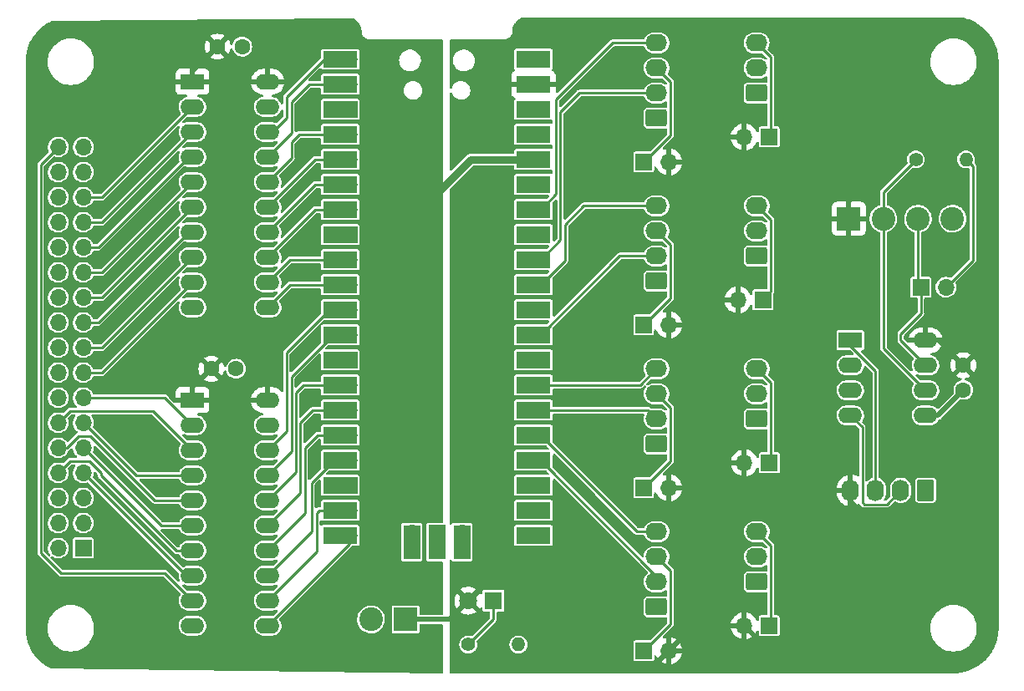
<source format=gbr>
%TF.GenerationSoftware,KiCad,Pcbnew,(6.0.1)*%
%TF.CreationDate,2022-01-29T17:05:37+01:00*%
%TF.ProjectId,wpcpowermon,77706370-6f77-4657-926d-6f6e2e6b6963,rev?*%
%TF.SameCoordinates,Original*%
%TF.FileFunction,Copper,L1,Top*%
%TF.FilePolarity,Positive*%
%FSLAX46Y46*%
G04 Gerber Fmt 4.6, Leading zero omitted, Abs format (unit mm)*
G04 Created by KiCad (PCBNEW (6.0.1)) date 2022-01-29 17:05:37*
%MOMM*%
%LPD*%
G01*
G04 APERTURE LIST*
G04 Aperture macros list*
%AMRoundRect*
0 Rectangle with rounded corners*
0 $1 Rounding radius*
0 $2 $3 $4 $5 $6 $7 $8 $9 X,Y pos of 4 corners*
0 Add a 4 corners polygon primitive as box body*
4,1,4,$2,$3,$4,$5,$6,$7,$8,$9,$2,$3,0*
0 Add four circle primitives for the rounded corners*
1,1,$1+$1,$2,$3*
1,1,$1+$1,$4,$5*
1,1,$1+$1,$6,$7*
1,1,$1+$1,$8,$9*
0 Add four rect primitives between the rounded corners*
20,1,$1+$1,$2,$3,$4,$5,0*
20,1,$1+$1,$4,$5,$6,$7,0*
20,1,$1+$1,$6,$7,$8,$9,0*
20,1,$1+$1,$8,$9,$2,$3,0*%
G04 Aperture macros list end*
%TA.AperFunction,ComponentPad*%
%ADD10C,1.600000*%
%TD*%
%TA.AperFunction,ComponentPad*%
%ADD11R,1.700000X1.700000*%
%TD*%
%TA.AperFunction,ComponentPad*%
%ADD12O,1.700000X1.700000*%
%TD*%
%TA.AperFunction,ComponentPad*%
%ADD13R,2.400000X1.600000*%
%TD*%
%TA.AperFunction,ComponentPad*%
%ADD14O,2.400000X1.600000*%
%TD*%
%TA.AperFunction,ComponentPad*%
%ADD15R,2.400000X2.400000*%
%TD*%
%TA.AperFunction,ComponentPad*%
%ADD16C,2.400000*%
%TD*%
%TA.AperFunction,ComponentPad*%
%ADD17RoundRect,0.250000X0.845000X-0.620000X0.845000X0.620000X-0.845000X0.620000X-0.845000X-0.620000X0*%
%TD*%
%TA.AperFunction,ComponentPad*%
%ADD18O,2.190000X1.740000*%
%TD*%
%TA.AperFunction,ComponentPad*%
%ADD19R,1.800000X1.800000*%
%TD*%
%TA.AperFunction,ComponentPad*%
%ADD20C,1.800000*%
%TD*%
%TA.AperFunction,ComponentPad*%
%ADD21C,1.400000*%
%TD*%
%TA.AperFunction,ComponentPad*%
%ADD22O,1.400000X1.400000*%
%TD*%
%TA.AperFunction,ComponentPad*%
%ADD23RoundRect,0.250000X0.620000X0.845000X-0.620000X0.845000X-0.620000X-0.845000X0.620000X-0.845000X0*%
%TD*%
%TA.AperFunction,ComponentPad*%
%ADD24O,1.740000X2.190000*%
%TD*%
%TA.AperFunction,SMDPad,CuDef*%
%ADD25R,3.500000X1.700000*%
%TD*%
%TA.AperFunction,SMDPad,CuDef*%
%ADD26R,1.700000X3.500000*%
%TD*%
%TA.AperFunction,Conductor*%
%ADD27C,0.250000*%
%TD*%
%TA.AperFunction,Conductor*%
%ADD28C,0.762000*%
%TD*%
%TA.AperFunction,Conductor*%
%ADD29C,0.508000*%
%TD*%
G04 APERTURE END LIST*
D10*
%TO.P,C3,1*%
%TO.N,+5V*%
X175241264Y-96792735D03*
%TO.P,C3,2*%
%TO.N,GND*%
X175241264Y-99292735D03*
%TD*%
D11*
%TO.P,JP1,1,1*%
%TO.N,Net-(J12-Pad3)*%
X170942000Y-88900000D03*
D12*
%TO.P,JP1,2,2*%
%TO.N,Net-(JP1-Pad2)*%
X173482000Y-88900000D03*
%TD*%
D13*
%TO.P,U3,1,A->B*%
%TO.N,+3V3*%
X97155000Y-100330000D03*
D14*
%TO.P,U3,2,A0*%
%TO.N,Net-(J1001-Pad13)*%
X97155000Y-102870000D03*
%TO.P,U3,3,A1*%
%TO.N,Net-(J1001-Pad12)*%
X97155000Y-105410000D03*
%TO.P,U3,4,A2*%
%TO.N,Net-(J1001-Pad11)*%
X97155000Y-107950000D03*
%TO.P,U3,5,A3*%
%TO.N,Net-(J1001-Pad10)*%
X97155000Y-110490000D03*
%TO.P,U3,6,A4*%
%TO.N,Net-(J1001-Pad9)*%
X97155000Y-113030000D03*
%TO.P,U3,7,A5*%
%TO.N,Net-(J1001-Pad8)*%
X97155000Y-115570000D03*
%TO.P,U3,8,A6*%
%TO.N,Net-(J1001-Pad7)*%
X97155000Y-118110000D03*
%TO.P,U3,9,A7*%
%TO.N,Net-(J1001-Pad34)*%
X97155000Y-120650000D03*
%TO.P,U3,10,GND*%
%TO.N,GND*%
X97155000Y-123190000D03*
%TO.P,U3,11,B7*%
%TO.N,/{slash}ZEROCROSS*%
X104775000Y-123190000D03*
%TO.P,U3,12,B6*%
%TO.N,/{slash}LAMP ROW*%
X104775000Y-120650000D03*
%TO.P,U3,13,B5*%
%TO.N,/{slash}LAMP COL*%
X104775000Y-118110000D03*
%TO.P,U3,14,B4*%
%TO.N,/{slash}SOL2*%
X104775000Y-115570000D03*
%TO.P,U3,15,B3*%
%TO.N,/{slash}SOL4*%
X104775000Y-113030000D03*
%TO.P,U3,16,B2*%
%TO.N,/{slash}SOL3*%
X104775000Y-110490000D03*
%TO.P,U3,17,B1*%
%TO.N,/{slash}SOL1*%
X104775000Y-107950000D03*
%TO.P,U3,18,B0*%
%TO.N,/{slash}TRIACS*%
X104775000Y-105410000D03*
%TO.P,U3,19,CE*%
%TO.N,GND*%
X104775000Y-102870000D03*
%TO.P,U3,20,VCC*%
%TO.N,+3V3*%
X104775000Y-100330000D03*
%TD*%
D15*
%TO.P,J12,1,Pin_1*%
%TO.N,+5V*%
X163641262Y-81942000D03*
D16*
%TO.P,J12,2,Pin_2*%
%TO.N,Net-(J12-Pad2)*%
X167141262Y-81942000D03*
%TO.P,J12,3,Pin_3*%
%TO.N,Net-(J12-Pad3)*%
X170641262Y-81942000D03*
%TO.P,J12,4,Pin_4*%
%TO.N,GND*%
X174141262Y-81942000D03*
%TD*%
D17*
%TO.P,J8,1,Pin_1*%
%TO.N,GND*%
X154305000Y-69215000D03*
D18*
%TO.P,J8,2,Pin_2*%
%TO.N,/io/IO1*%
X154305000Y-66675000D03*
%TO.P,J8,3,Pin_3*%
%TO.N,Net-(J8-Pad3)*%
X154305000Y-64135000D03*
%TD*%
D17*
%TO.P,J10,1,Pin_1*%
%TO.N,GND*%
X154325000Y-102235000D03*
D18*
%TO.P,J10,2,Pin_2*%
%TO.N,/io/IO5*%
X154325000Y-99695000D03*
%TO.P,J10,3,Pin_3*%
%TO.N,Net-(J10-Pad3)*%
X154325000Y-97155000D03*
%TD*%
D11*
%TO.P,JP3,1,A*%
%TO.N,Net-(J7-Pad3)*%
X142875000Y-125730000D03*
D12*
%TO.P,JP3,2,B*%
%TO.N,+5V*%
X145415000Y-125730000D03*
%TD*%
D11*
%TO.P,JP9,1,A*%
%TO.N,Net-(J3-Pad3)*%
X142875000Y-76200000D03*
D12*
%TO.P,JP9,2,B*%
%TO.N,+5V*%
X145415000Y-76200000D03*
%TD*%
D10*
%TO.P,C1,1*%
%TO.N,+3V3*%
X99695000Y-64516000D03*
%TO.P,C1,2*%
%TO.N,GND*%
X102195000Y-64516000D03*
%TD*%
D13*
%TO.P,U1,1,RO*%
%TO.N,/io/RX*%
X163796264Y-94262735D03*
D14*
%TO.P,U1,2,~{RE}*%
%TO.N,/io/IO8*%
X163796264Y-96802735D03*
%TO.P,U1,3,DE*%
X163796264Y-99342735D03*
%TO.P,U1,4,DI*%
%TO.N,/io/TX*%
X163796264Y-101882735D03*
%TO.P,U1,5,GND*%
%TO.N,GND*%
X171416264Y-101882735D03*
%TO.P,U1,6,A*%
%TO.N,Net-(J12-Pad2)*%
X171416264Y-99342735D03*
%TO.P,U1,7,B*%
%TO.N,Net-(J12-Pad3)*%
X171416264Y-96802735D03*
%TO.P,U1,8,VCC*%
%TO.N,+5V*%
X171416264Y-94262735D03*
%TD*%
D13*
%TO.P,U4,1,A->B*%
%TO.N,+3V3*%
X97155000Y-68072000D03*
D14*
%TO.P,U4,2,A0*%
%TO.N,Net-(J1001-Pad29)*%
X97155000Y-70612000D03*
%TO.P,U4,3,A1*%
%TO.N,Net-(J1001-Pad27)*%
X97155000Y-73152000D03*
%TO.P,U4,4,A2*%
%TO.N,Net-(J1001-Pad25)*%
X97155000Y-75692000D03*
%TO.P,U4,5,A3*%
%TO.N,Net-(J1001-Pad23)*%
X97155000Y-78232000D03*
%TO.P,U4,6,A4*%
%TO.N,Net-(J1001-Pad21)*%
X97155000Y-80772000D03*
%TO.P,U4,7,A5*%
%TO.N,Net-(J1001-Pad19)*%
X97155000Y-83312000D03*
%TO.P,U4,8,A6*%
%TO.N,Net-(J1001-Pad17)*%
X97155000Y-85852000D03*
%TO.P,U4,9,A7*%
%TO.N,Net-(J1001-Pad15)*%
X97155000Y-88392000D03*
%TO.P,U4,10,GND*%
%TO.N,GND*%
X97155000Y-90932000D03*
%TO.P,U4,11,B7*%
%TO.N,/D7*%
X104775000Y-90932000D03*
%TO.P,U4,12,B6*%
%TO.N,/D6*%
X104775000Y-88392000D03*
%TO.P,U4,13,B5*%
%TO.N,/D5*%
X104775000Y-85852000D03*
%TO.P,U4,14,B4*%
%TO.N,/D4*%
X104775000Y-83312000D03*
%TO.P,U4,15,B3*%
%TO.N,/D3*%
X104775000Y-80772000D03*
%TO.P,U4,16,B2*%
%TO.N,/D2*%
X104775000Y-78232000D03*
%TO.P,U4,17,B1*%
%TO.N,/D1*%
X104775000Y-75692000D03*
%TO.P,U4,18,B0*%
%TO.N,/D0*%
X104775000Y-73152000D03*
%TO.P,U4,19,CE*%
%TO.N,GND*%
X104775000Y-70612000D03*
%TO.P,U4,20,VCC*%
%TO.N,+3V3*%
X104775000Y-68072000D03*
%TD*%
D19*
%TO.P,D1,1,K*%
%TO.N,Net-(D1-Pad1)*%
X127640000Y-120650000D03*
D20*
%TO.P,D1,2,A*%
%TO.N,+5V*%
X125100000Y-120650000D03*
%TD*%
D11*
%TO.P,J1001,1,Pin_1*%
%TO.N,unconnected-(J1001-Pad1)*%
X86111000Y-115321000D03*
D12*
%TO.P,J1001,2,Pin_2*%
%TO.N,unconnected-(J1001-Pad2)*%
X83571000Y-115321000D03*
%TO.P,J1001,3,Pin_3*%
%TO.N,unconnected-(J1001-Pad3)*%
X86111000Y-112781000D03*
%TO.P,J1001,4,Pin_4*%
%TO.N,unconnected-(J1001-Pad4)*%
X83571000Y-112781000D03*
%TO.P,J1001,5,Pin_5*%
%TO.N,unconnected-(J1001-Pad5)*%
X86111000Y-110241000D03*
%TO.P,J1001,6,Pin_6*%
%TO.N,unconnected-(J1001-Pad6)*%
X83571000Y-110241000D03*
%TO.P,J1001,7,Pin_7*%
%TO.N,Net-(J1001-Pad7)*%
X86111000Y-107701000D03*
%TO.P,J1001,8,Pin_8*%
%TO.N,Net-(J1001-Pad8)*%
X83571000Y-107701000D03*
%TO.P,J1001,9,Pin_9*%
%TO.N,Net-(J1001-Pad9)*%
X86111000Y-105161000D03*
%TO.P,J1001,10,Pin_10*%
%TO.N,Net-(J1001-Pad10)*%
X83571000Y-105161000D03*
%TO.P,J1001,11,Pin_11*%
%TO.N,Net-(J1001-Pad11)*%
X86111000Y-102621000D03*
%TO.P,J1001,12,Pin_12*%
%TO.N,Net-(J1001-Pad12)*%
X83571000Y-102621000D03*
%TO.P,J1001,13,Pin_13*%
%TO.N,Net-(J1001-Pad13)*%
X86111000Y-100081000D03*
%TO.P,J1001,14,Pin_14*%
%TO.N,GND*%
X83571000Y-100081000D03*
%TO.P,J1001,15,Pin_15*%
%TO.N,Net-(J1001-Pad15)*%
X86111000Y-97541000D03*
%TO.P,J1001,16,Pin_16*%
%TO.N,GND*%
X83571000Y-97541000D03*
%TO.P,J1001,17,Pin_17*%
%TO.N,Net-(J1001-Pad17)*%
X86111000Y-95001000D03*
%TO.P,J1001,18,Pin_18*%
%TO.N,GND*%
X83571000Y-95001000D03*
%TO.P,J1001,19,Pin_19*%
%TO.N,Net-(J1001-Pad19)*%
X86111000Y-92461000D03*
%TO.P,J1001,20,Pin_20*%
%TO.N,GND*%
X83571000Y-92461000D03*
%TO.P,J1001,21,Pin_21*%
%TO.N,Net-(J1001-Pad21)*%
X86111000Y-89921000D03*
%TO.P,J1001,22,Pin_22*%
%TO.N,GND*%
X83571000Y-89921000D03*
%TO.P,J1001,23,Pin_23*%
%TO.N,Net-(J1001-Pad23)*%
X86111000Y-87381000D03*
%TO.P,J1001,24,Pin_24*%
%TO.N,GND*%
X83571000Y-87381000D03*
%TO.P,J1001,25,Pin_25*%
%TO.N,Net-(J1001-Pad25)*%
X86111000Y-84841000D03*
%TO.P,J1001,26,Pin_26*%
%TO.N,GND*%
X83571000Y-84841000D03*
%TO.P,J1001,27,Pin_27*%
%TO.N,Net-(J1001-Pad27)*%
X86111000Y-82301000D03*
%TO.P,J1001,28,Pin_28*%
%TO.N,GND*%
X83571000Y-82301000D03*
%TO.P,J1001,29,Pin_29*%
%TO.N,Net-(J1001-Pad29)*%
X86111000Y-79761000D03*
%TO.P,J1001,30,Pin_30*%
%TO.N,GND*%
X83571000Y-79761000D03*
%TO.P,J1001,31,Pin_31*%
%TO.N,unconnected-(J1001-Pad31)*%
X86111000Y-77221000D03*
%TO.P,J1001,32,Pin_32*%
%TO.N,unconnected-(J1001-Pad32)*%
X83571000Y-77221000D03*
%TO.P,J1001,33,Pin_33*%
%TO.N,unconnected-(J1001-Pad33)*%
X86111000Y-74681000D03*
%TO.P,J1001,34,Pin_34*%
%TO.N,Net-(J1001-Pad34)*%
X83571000Y-74681000D03*
%TD*%
D10*
%TO.P,C2,1*%
%TO.N,+3V3*%
X99080000Y-97155000D03*
%TO.P,C2,2*%
%TO.N,GND*%
X101580000Y-97155000D03*
%TD*%
D15*
%TO.P,J4,1,Pin_1*%
%TO.N,+5V*%
X118745000Y-122555000D03*
D16*
%TO.P,J4,2,Pin_2*%
%TO.N,GND*%
X115245000Y-122555000D03*
%TD*%
D11*
%TO.P,JP4,1,A*%
%TO.N,Net-(J10-Pad3)*%
X155600000Y-106680000D03*
D12*
%TO.P,JP4,2,B*%
%TO.N,+5V*%
X153060000Y-106680000D03*
%TD*%
D11*
%TO.P,JP6,1,A*%
%TO.N,Net-(J9-Pad3)*%
X154945000Y-90170000D03*
D12*
%TO.P,JP6,2,B*%
%TO.N,+5V*%
X152405000Y-90170000D03*
%TD*%
D21*
%TO.P,R1,1*%
%TO.N,Net-(J12-Pad2)*%
X170434000Y-75946000D03*
D22*
%TO.P,R1,2*%
%TO.N,Net-(JP1-Pad2)*%
X175514000Y-75946000D03*
%TD*%
D11*
%TO.P,JP5,1,A*%
%TO.N,Net-(J6-Pad3)*%
X142870000Y-109220000D03*
D12*
%TO.P,JP5,2,B*%
%TO.N,+5V*%
X145410000Y-109220000D03*
%TD*%
D17*
%TO.P,J7,1,Pin_1*%
%TO.N,GND*%
X144165000Y-121285000D03*
D18*
%TO.P,J7,2,Pin_2*%
%TO.N,/io/IO8*%
X144165000Y-118745000D03*
%TO.P,J7,3,Pin_3*%
%TO.N,Net-(J7-Pad3)*%
X144165000Y-116205000D03*
%TO.P,J7,4,Pin_4*%
%TO.N,/io/IO7*%
X144165000Y-113665000D03*
%TD*%
D17*
%TO.P,J5,1,Pin_1*%
%TO.N,GND*%
X144165000Y-88265000D03*
D18*
%TO.P,J5,2,Pin_2*%
%TO.N,/io/IO4*%
X144165000Y-85725000D03*
%TO.P,J5,3,Pin_3*%
%TO.N,Net-(J5-Pad3)*%
X144165000Y-83185000D03*
%TO.P,J5,4,Pin_4*%
%TO.N,/io/IO3*%
X144165000Y-80645000D03*
%TD*%
D17*
%TO.P,J11,1,Pin_1*%
%TO.N,GND*%
X154325000Y-118745000D03*
D18*
%TO.P,J11,2,Pin_2*%
%TO.N,/io/IO7*%
X154325000Y-116205000D03*
%TO.P,J11,3,Pin_3*%
%TO.N,Net-(J11-Pad3)*%
X154325000Y-113665000D03*
%TD*%
D11*
%TO.P,JP2,1,A*%
%TO.N,Net-(J11-Pad3)*%
X155575000Y-123190000D03*
D12*
%TO.P,JP2,2,B*%
%TO.N,+5V*%
X153035000Y-123190000D03*
%TD*%
D17*
%TO.P,J3,1,Pin_1*%
%TO.N,GND*%
X144165000Y-71755000D03*
D18*
%TO.P,J3,2,Pin_2*%
%TO.N,/io/IO2*%
X144165000Y-69215000D03*
%TO.P,J3,3,Pin_3*%
%TO.N,Net-(J3-Pad3)*%
X144165000Y-66675000D03*
%TO.P,J3,4,Pin_4*%
%TO.N,/io/IO1*%
X144165000Y-64135000D03*
%TD*%
D23*
%TO.P,J1,1,Pin_1*%
%TO.N,GND*%
X171431264Y-109472735D03*
D24*
%TO.P,J1,2,Pin_2*%
%TO.N,/io/TX*%
X168891264Y-109472735D03*
%TO.P,J1,3,Pin_3*%
%TO.N,/io/RX*%
X166351264Y-109472735D03*
%TO.P,J1,4,Pin_4*%
%TO.N,+5V*%
X163811264Y-109472735D03*
%TD*%
D25*
%TO.P,U5,1,GPIO0*%
%TO.N,/D0*%
X112130000Y-65786000D03*
D12*
X113030000Y-65786000D03*
%TO.P,U5,2,GPIO1*%
%TO.N,/D1*%
X113030000Y-68326000D03*
D25*
X112130000Y-68326000D03*
D11*
%TO.P,U5,3,GND*%
%TO.N,GND*%
X113030000Y-70866000D03*
D25*
X112130000Y-70866000D03*
%TO.P,U5,4,GPIO2*%
%TO.N,/D2*%
X112130000Y-73406000D03*
D12*
X113030000Y-73406000D03*
D25*
%TO.P,U5,5,GPIO3*%
%TO.N,/D3*%
X112130000Y-75946000D03*
D12*
X113030000Y-75946000D03*
%TO.P,U5,6,GPIO4*%
%TO.N,/D4*%
X113030000Y-78486000D03*
D25*
X112130000Y-78486000D03*
%TO.P,U5,7,GPIO5*%
%TO.N,/D5*%
X112130000Y-81026000D03*
D12*
X113030000Y-81026000D03*
D25*
%TO.P,U5,8,GND*%
%TO.N,GND*%
X112130000Y-83566000D03*
D11*
X113030000Y-83566000D03*
D12*
%TO.P,U5,9,GPIO6*%
%TO.N,/D6*%
X113030000Y-86106000D03*
D25*
X112130000Y-86106000D03*
%TO.P,U5,10,GPIO7*%
%TO.N,/D7*%
X112130000Y-88646000D03*
D12*
X113030000Y-88646000D03*
%TO.P,U5,11,GPIO8*%
%TO.N,/{slash}TRIACS*%
X113030000Y-91186000D03*
D25*
X112130000Y-91186000D03*
%TO.P,U5,12,GPIO9*%
%TO.N,/{slash}SOL1*%
X112130000Y-93726000D03*
D12*
X113030000Y-93726000D03*
D25*
%TO.P,U5,13,GND*%
%TO.N,GND*%
X112130000Y-96266000D03*
D11*
X113030000Y-96266000D03*
D12*
%TO.P,U5,14,GPIO10*%
%TO.N,/{slash}SOL3*%
X113030000Y-98806000D03*
D25*
X112130000Y-98806000D03*
%TO.P,U5,15,GPIO11*%
%TO.N,/{slash}SOL4*%
X112130000Y-101346000D03*
D12*
X113030000Y-101346000D03*
D25*
%TO.P,U5,16,GPIO12*%
%TO.N,/{slash}SOL2*%
X112130000Y-103886000D03*
D12*
X113030000Y-103886000D03*
%TO.P,U5,17,GPIO13*%
%TO.N,/{slash}LAMP COL*%
X113030000Y-106426000D03*
D25*
X112130000Y-106426000D03*
%TO.P,U5,18,GND*%
%TO.N,GND*%
X112130000Y-108966000D03*
D11*
X113030000Y-108966000D03*
D25*
%TO.P,U5,19,GPIO14*%
%TO.N,/{slash}LAMP ROW*%
X112130000Y-111506000D03*
D12*
X113030000Y-111506000D03*
D25*
%TO.P,U5,20,GPIO15*%
%TO.N,/{slash}ZEROCROSS*%
X112130000Y-114046000D03*
D12*
X113030000Y-114046000D03*
D25*
%TO.P,U5,21,GPIO16*%
%TO.N,/io/TX*%
X131710000Y-114046000D03*
D12*
X130810000Y-114046000D03*
D25*
%TO.P,U5,22,GPIO17*%
%TO.N,/io/RX*%
X131710000Y-111506000D03*
D12*
X130810000Y-111506000D03*
D25*
%TO.P,U5,23,GND*%
%TO.N,GND*%
X131710000Y-108966000D03*
D11*
X130810000Y-108966000D03*
D12*
%TO.P,U5,24,GPIO18*%
%TO.N,/io/IO8*%
X130810000Y-106426000D03*
D25*
X131710000Y-106426000D03*
D12*
%TO.P,U5,25,GPIO19*%
%TO.N,/io/IO7*%
X130810000Y-103886000D03*
D25*
X131710000Y-103886000D03*
D12*
%TO.P,U5,26,GPIO20*%
%TO.N,/io/IO6*%
X130810000Y-101346000D03*
D25*
X131710000Y-101346000D03*
%TO.P,U5,27,GPIO21*%
%TO.N,/io/IO5*%
X131710000Y-98806000D03*
D12*
X130810000Y-98806000D03*
D11*
%TO.P,U5,28,GND*%
%TO.N,GND*%
X130810000Y-96266000D03*
D25*
X131710000Y-96266000D03*
%TO.P,U5,29,GPIO22*%
%TO.N,/io/IO4*%
X131710000Y-93726000D03*
D12*
X130810000Y-93726000D03*
%TO.P,U5,30,RUN*%
%TO.N,unconnected-(U5-Pad30)*%
X130810000Y-91186000D03*
D25*
X131710000Y-91186000D03*
D12*
%TO.P,U5,31,GPIO26_ADC0*%
%TO.N,/io/IO3*%
X130810000Y-88646000D03*
D25*
X131710000Y-88646000D03*
D12*
%TO.P,U5,32,GPIO27_ADC1*%
%TO.N,/io/IO2*%
X130810000Y-86106000D03*
D25*
X131710000Y-86106000D03*
D11*
%TO.P,U5,33,AGND*%
%TO.N,GND*%
X130810000Y-83566000D03*
D25*
X131710000Y-83566000D03*
D12*
%TO.P,U5,34,GPIO28_ADC2*%
%TO.N,/io/IO1*%
X130810000Y-81026000D03*
D25*
X131710000Y-81026000D03*
%TO.P,U5,35,ADC_VREF*%
%TO.N,unconnected-(U5-Pad35)*%
X131710000Y-78486000D03*
D12*
X130810000Y-78486000D03*
D25*
%TO.P,U5,36,3V3*%
%TO.N,+3V3*%
X131710000Y-75946000D03*
D12*
X130810000Y-75946000D03*
%TO.P,U5,37,3V3_EN*%
%TO.N,unconnected-(U5-Pad37)*%
X130810000Y-73406000D03*
D25*
X131710000Y-73406000D03*
%TO.P,U5,38,GND*%
%TO.N,GND*%
X131710000Y-70866000D03*
D11*
X130810000Y-70866000D03*
D12*
%TO.P,U5,39,VSYS*%
%TO.N,+5V*%
X130810000Y-68326000D03*
D25*
X131710000Y-68326000D03*
D12*
%TO.P,U5,40,VBUS*%
%TO.N,unconnected-(U5-Pad40)*%
X130810000Y-65786000D03*
D25*
X131710000Y-65786000D03*
D12*
%TO.P,U5,41,SWCLK*%
%TO.N,unconnected-(U5-Pad41)*%
X119380000Y-113816000D03*
D26*
X119380000Y-114716000D03*
%TO.P,U5,42,GND*%
%TO.N,unconnected-(U5-Pad42)*%
X121920000Y-114716000D03*
D11*
X121920000Y-113816000D03*
D26*
%TO.P,U5,43,SWDIO*%
%TO.N,unconnected-(U5-Pad43)*%
X124460000Y-114716000D03*
D12*
X124460000Y-113816000D03*
%TD*%
D11*
%TO.P,JP7,1,A*%
%TO.N,Net-(J5-Pad3)*%
X142870000Y-92710000D03*
D12*
%TO.P,JP7,2,B*%
%TO.N,+5V*%
X145410000Y-92710000D03*
%TD*%
D17*
%TO.P,J9,1,Pin_1*%
%TO.N,GND*%
X154325000Y-85725000D03*
D18*
%TO.P,J9,2,Pin_2*%
%TO.N,/io/IO3*%
X154325000Y-83185000D03*
%TO.P,J9,3,Pin_3*%
%TO.N,Net-(J9-Pad3)*%
X154325000Y-80645000D03*
%TD*%
D11*
%TO.P,JP8,1,A*%
%TO.N,Net-(J8-Pad3)*%
X155580000Y-73660000D03*
D12*
%TO.P,JP8,2,B*%
%TO.N,+5V*%
X153040000Y-73660000D03*
%TD*%
D17*
%TO.P,J6,1,Pin_1*%
%TO.N,GND*%
X144165000Y-104775000D03*
D18*
%TO.P,J6,2,Pin_2*%
%TO.N,/io/IO6*%
X144165000Y-102235000D03*
%TO.P,J6,3,Pin_3*%
%TO.N,Net-(J6-Pad3)*%
X144165000Y-99695000D03*
%TO.P,J6,4,Pin_4*%
%TO.N,/io/IO5*%
X144165000Y-97155000D03*
%TD*%
D21*
%TO.P,R2,1*%
%TO.N,Net-(D1-Pad1)*%
X125095000Y-125095000D03*
D22*
%TO.P,R2,2*%
%TO.N,GND*%
X130175000Y-125095000D03*
%TD*%
D27*
%TO.N,+3V3*%
X114248216Y-64655194D02*
X114204511Y-64611489D01*
X97155000Y-68072000D02*
X97155000Y-67056000D01*
X102255000Y-100330000D02*
X99080000Y-97155000D01*
D28*
X130810000Y-75946000D02*
X125349000Y-75946000D01*
X120650000Y-80645000D02*
X118745000Y-80645000D01*
D27*
X104775000Y-66040000D02*
X104775000Y-68072000D01*
X104775000Y-100330000D02*
X102255000Y-100330000D01*
X114204511Y-64611489D02*
X106203511Y-64611489D01*
D28*
X125349000Y-75946000D02*
X120650000Y-80645000D01*
D27*
X103251000Y-68072000D02*
X99695000Y-64516000D01*
X106203511Y-64611489D02*
X104775000Y-66040000D01*
X97155000Y-67056000D02*
X99695000Y-64516000D01*
X118745000Y-80645000D02*
X114248216Y-76148216D01*
X114248216Y-76148216D02*
X114248216Y-64655194D01*
X104775000Y-68072000D02*
X103251000Y-68072000D01*
X97155000Y-99080000D02*
X99080000Y-97155000D01*
D29*
%TO.N,GND*%
X171416264Y-101882735D02*
X172651264Y-101882735D01*
X172651264Y-101882735D02*
X175241264Y-99292735D01*
D27*
%TO.N,Net-(D1-Pad1)*%
X127640000Y-122550000D02*
X125095000Y-125095000D01*
X127640000Y-120650000D02*
X127640000Y-122550000D01*
%TO.N,Net-(J1001-Pad10)*%
X84449990Y-105161000D02*
X85624501Y-103986489D01*
X86840771Y-103986489D02*
X93344282Y-110490000D01*
X83571000Y-105161000D02*
X84449990Y-105161000D01*
X93344282Y-110490000D02*
X97155000Y-110490000D01*
X85624501Y-103986489D02*
X86840771Y-103986489D01*
%TO.N,Net-(J1001-Pad15)*%
X88006000Y-97541000D02*
X97155000Y-88392000D01*
X86111000Y-97541000D02*
X88006000Y-97541000D01*
%TO.N,Net-(JP1-Pad2)*%
X175514000Y-75946000D02*
X176214000Y-76646000D01*
X176214000Y-86168000D02*
X173482000Y-88900000D01*
X176214000Y-76646000D02*
X176214000Y-86168000D01*
%TO.N,/io/TX*%
X165005784Y-103092255D02*
X163796264Y-101882735D01*
X168891264Y-109472735D02*
X167471744Y-110892255D01*
X167471744Y-110892255D02*
X165210784Y-110892255D01*
X165210784Y-110892255D02*
X165005784Y-110687255D01*
X165005784Y-110687255D02*
X165005784Y-103092255D01*
%TO.N,Net-(J1001-Pad7)*%
X86111000Y-107701000D02*
X96520000Y-118110000D01*
X96520000Y-118110000D02*
X97155000Y-118110000D01*
%TO.N,Net-(J1001-Pad8)*%
X87884000Y-107950000D02*
X95504000Y-115570000D01*
X86714489Y-106526489D02*
X87884000Y-107696000D01*
X83571000Y-107701000D02*
X84745511Y-106526489D01*
X84745511Y-106526489D02*
X86714489Y-106526489D01*
X95504000Y-115570000D02*
X97155000Y-115570000D01*
X87884000Y-107696000D02*
X87884000Y-107950000D01*
%TO.N,Net-(J1001-Pad9)*%
X86111000Y-105161000D02*
X93980000Y-113030000D01*
X93980000Y-113030000D02*
X97155000Y-113030000D01*
%TO.N,Net-(J1001-Pad11)*%
X91440000Y-107950000D02*
X97155000Y-107950000D01*
X86111000Y-102621000D02*
X91440000Y-107950000D01*
%TO.N,Net-(J1001-Pad12)*%
X83571000Y-102621000D02*
X84745511Y-101446489D01*
X93191489Y-101446489D02*
X97155000Y-105410000D01*
X84745511Y-101446489D02*
X93191489Y-101446489D01*
%TO.N,Net-(J1001-Pad13)*%
X86111000Y-100081000D02*
X94366000Y-100081000D01*
X94366000Y-100081000D02*
X97155000Y-102870000D01*
%TO.N,Net-(J10-Pad3)*%
X155744520Y-106535480D02*
X155744520Y-98574520D01*
X155744520Y-98574520D02*
X154325000Y-97155000D01*
X155600000Y-106680000D02*
X155744520Y-106535480D01*
%TO.N,Net-(J1001-Pad17)*%
X86116000Y-94996000D02*
X88011000Y-94996000D01*
X86111000Y-95001000D02*
X86116000Y-94996000D01*
X88011000Y-94996000D02*
X97155000Y-85852000D01*
%TO.N,Net-(J1001-Pad19)*%
X86111000Y-92461000D02*
X87625000Y-92461000D01*
X87625000Y-92461000D02*
X96774000Y-83312000D01*
X96774000Y-83312000D02*
X97155000Y-83312000D01*
%TO.N,Net-(J1001-Pad21)*%
X88006000Y-89921000D02*
X97155000Y-80772000D01*
X86111000Y-89921000D02*
X88006000Y-89921000D01*
%TO.N,Net-(J1001-Pad23)*%
X86111000Y-87381000D02*
X88006000Y-87381000D01*
X88006000Y-87381000D02*
X97155000Y-78232000D01*
%TO.N,Net-(J1001-Pad25)*%
X87625000Y-84841000D02*
X96774000Y-75692000D01*
X86111000Y-84841000D02*
X87625000Y-84841000D01*
X96774000Y-75692000D02*
X97155000Y-75692000D01*
%TO.N,Net-(J1001-Pad27)*%
X86111000Y-82301000D02*
X88006000Y-82301000D01*
X88006000Y-82301000D02*
X97155000Y-73152000D01*
%TO.N,Net-(J1001-Pad29)*%
X88006000Y-79761000D02*
X97155000Y-70612000D01*
X86111000Y-79761000D02*
X88006000Y-79761000D01*
%TO.N,/{slash}ZEROCROSS*%
X113030000Y-114935000D02*
X113030000Y-114046000D01*
X104775000Y-123190000D02*
X113030000Y-114935000D01*
%TO.N,/{slash}LAMP ROW*%
X104775000Y-120650000D02*
X109728000Y-115697000D01*
X109728000Y-115697000D02*
X109728000Y-111760000D01*
X109982000Y-111506000D02*
X113030000Y-111506000D01*
X109728000Y-111760000D02*
X109982000Y-111506000D01*
%TO.N,/{slash}LAMP COL*%
X109220000Y-108712000D02*
X111506000Y-106426000D01*
X104775000Y-118110000D02*
X109220000Y-113665000D01*
X109220000Y-113665000D02*
X109220000Y-108712000D01*
%TO.N,/{slash}SOL2*%
X108536560Y-105156000D02*
X109806560Y-103886000D01*
X109806560Y-103886000D02*
X113030000Y-103886000D01*
X104775000Y-115570000D02*
X108536560Y-111808440D01*
X108536560Y-111808440D02*
X108536560Y-105156000D01*
%TO.N,/{slash}SOL4*%
X108087040Y-102616000D02*
X109357040Y-101346000D01*
X108087040Y-109717960D02*
X108087040Y-102616000D01*
X109357040Y-101346000D02*
X113030000Y-101346000D01*
X104775000Y-113030000D02*
X108087040Y-109717960D01*
%TO.N,/{slash}SOL3*%
X107637520Y-99568000D02*
X108399520Y-98806000D01*
X104775000Y-110490000D02*
X107637520Y-107627480D01*
X107637520Y-107627480D02*
X107637520Y-99568000D01*
X108399520Y-98806000D02*
X113030000Y-98806000D01*
%TO.N,/{slash}SOL1*%
X107188000Y-105537000D02*
X107188000Y-97958978D01*
X104775000Y-107950000D02*
X107188000Y-105537000D01*
X107188000Y-97958978D02*
X111420978Y-93726000D01*
%TO.N,/{slash}TRIACS*%
X106680000Y-103505000D02*
X106680000Y-95504000D01*
X106680000Y-95504000D02*
X110998000Y-91186000D01*
X104775000Y-105410000D02*
X106680000Y-103505000D01*
%TO.N,/D7*%
X107061000Y-88646000D02*
X113030000Y-88646000D01*
X104775000Y-90932000D02*
X107061000Y-88646000D01*
%TO.N,/D6*%
X107061000Y-86106000D02*
X113030000Y-86106000D01*
X104775000Y-88392000D02*
X107061000Y-86106000D01*
%TO.N,/D5*%
X104775000Y-85852000D02*
X109601000Y-81026000D01*
X109601000Y-81026000D02*
X113030000Y-81026000D01*
%TO.N,/D4*%
X104775000Y-83312000D02*
X109601000Y-78486000D01*
X109601000Y-78486000D02*
X113030000Y-78486000D01*
%TO.N,/D3*%
X109601000Y-75946000D02*
X113030000Y-75946000D01*
X104775000Y-80772000D02*
X109601000Y-75946000D01*
%TO.N,/D2*%
X107188000Y-74168000D02*
X107950000Y-73406000D01*
X107950000Y-73406000D02*
X113030000Y-73406000D01*
X107188000Y-75819000D02*
X107188000Y-74168000D01*
X104775000Y-78232000D02*
X107188000Y-75819000D01*
%TO.N,/D1*%
X107188000Y-73279000D02*
X107188000Y-70104000D01*
X108966000Y-68326000D02*
X113030000Y-68326000D01*
X107188000Y-70104000D02*
X108966000Y-68326000D01*
X104775000Y-75692000D02*
X107188000Y-73279000D01*
%TO.N,/D0*%
X110490000Y-65786000D02*
X113030000Y-65786000D01*
X104775000Y-73660000D02*
X106680000Y-71755000D01*
X106680000Y-71755000D02*
X106680000Y-69596000D01*
X106680000Y-69596000D02*
X110490000Y-65786000D01*
%TO.N,/io/RX*%
X166351264Y-109472735D02*
X166351264Y-97367424D01*
X166351264Y-97367424D02*
X163796264Y-94812424D01*
X163796264Y-94812424D02*
X163796264Y-94262735D01*
D29*
%TO.N,+5V*%
X149225000Y-63500000D02*
X149225000Y-73660000D01*
X134239000Y-68326000D02*
X140335000Y-62230000D01*
X149225000Y-75565000D02*
X149225000Y-76200000D01*
X130810000Y-68326000D02*
X134239000Y-68326000D01*
X149225000Y-109220000D02*
X149225000Y-121920000D01*
X126453511Y-119296489D02*
X130726489Y-119296489D01*
X149225000Y-106680000D02*
X149225000Y-109220000D01*
X176494775Y-106969224D02*
X176494775Y-98046246D01*
X176494775Y-98046246D02*
X175241264Y-96792735D01*
X153040000Y-73660000D02*
X149225000Y-73660000D01*
X154338511Y-124493511D02*
X156878511Y-124493511D01*
X149225000Y-90170000D02*
X149225000Y-92710000D01*
X149225000Y-76200000D02*
X149225000Y-90170000D01*
X145410000Y-109220000D02*
X149225000Y-109220000D01*
X172711264Y-94262735D02*
X175241264Y-96792735D01*
X153035000Y-123190000D02*
X150495000Y-123190000D01*
X130726489Y-119296489D02*
X138463511Y-127033511D01*
X125100000Y-120650000D02*
X126453511Y-119296489D01*
X171993224Y-111470775D02*
X176494775Y-106969224D01*
X163811264Y-110625735D02*
X164656304Y-111470775D01*
X149225000Y-73660000D02*
X149225000Y-75565000D01*
X153035000Y-123190000D02*
X154338511Y-124493511D01*
X163811264Y-109472735D02*
X163811264Y-110625735D01*
X163830000Y-117542022D02*
X163811264Y-117523286D01*
X145410000Y-92710000D02*
X149225000Y-92710000D01*
X147955000Y-62230000D02*
X149225000Y-63500000D01*
X163811264Y-117523286D02*
X163811264Y-109472735D01*
X140335000Y-62230000D02*
X147955000Y-62230000D01*
X138463511Y-127033511D02*
X144111489Y-127033511D01*
X152405000Y-90170000D02*
X149225000Y-90170000D01*
X156878511Y-124493511D02*
X163830000Y-117542022D01*
X144111489Y-127033511D02*
X145415000Y-125730000D01*
X164656304Y-111470775D02*
X171993224Y-111470775D01*
X118745000Y-122555000D02*
X123195000Y-122555000D01*
X171416264Y-94262735D02*
X172711264Y-94262735D01*
X153060000Y-106680000D02*
X149225000Y-106680000D01*
X149225000Y-92710000D02*
X149225000Y-106680000D01*
X150495000Y-123190000D02*
X149225000Y-121920000D01*
X145415000Y-76200000D02*
X149225000Y-76200000D01*
X149225000Y-121920000D02*
X145415000Y-125730000D01*
X123195000Y-122555000D02*
X125100000Y-120650000D01*
D27*
%TO.N,Net-(J12-Pad2)*%
X167141264Y-86532735D02*
X167141262Y-86532733D01*
X167141264Y-86532735D02*
X167141264Y-95067735D01*
X167141262Y-86532733D02*
X167141262Y-81942000D01*
X170434000Y-75946000D02*
X167141262Y-79238738D01*
X167141262Y-79238738D02*
X167141262Y-81942000D01*
X167141264Y-95067735D02*
X171416264Y-99342735D01*
%TO.N,Net-(J12-Pad3)*%
X171416264Y-96802735D02*
X168891264Y-94277735D01*
X170641262Y-81942000D02*
X170641262Y-88599262D01*
X170942000Y-91566999D02*
X170942000Y-88900000D01*
X170641262Y-88599262D02*
X170942000Y-88900000D01*
X168891264Y-93617735D02*
X170942000Y-91566999D01*
X168891264Y-94277735D02*
X168891264Y-93617735D01*
%TO.N,Net-(J11-Pad3)*%
X155744520Y-115084520D02*
X154325000Y-113665000D01*
X155744520Y-123020480D02*
X155744520Y-115084520D01*
X155575000Y-123190000D02*
X155744520Y-123020480D01*
%TO.N,/io/IO4*%
X132419022Y-93726000D02*
X140420022Y-85725000D01*
X140420022Y-85725000D02*
X144165000Y-85725000D01*
X130810000Y-93726000D02*
X132419022Y-93726000D01*
%TO.N,/io/IO3*%
X134884040Y-82550000D02*
X136789040Y-80645000D01*
X132419022Y-88646000D02*
X134884040Y-86180982D01*
X136789040Y-80645000D02*
X144165000Y-80645000D01*
X134884040Y-86180982D02*
X134884040Y-82550000D01*
X130810000Y-88646000D02*
X132419022Y-88646000D01*
%TO.N,/io/IO2*%
X136339520Y-69215000D02*
X144165000Y-69215000D01*
X134434520Y-84090502D02*
X134434520Y-71120000D01*
X134434520Y-71120000D02*
X136339520Y-69215000D01*
X130810000Y-86106000D02*
X132419022Y-86106000D01*
X132419022Y-86106000D02*
X134434520Y-84090502D01*
%TO.N,/io/IO1*%
X130810000Y-81026000D02*
X132419022Y-81026000D01*
X139700000Y-64135000D02*
X144165000Y-64135000D01*
X132419022Y-81026000D02*
X133985000Y-79460022D01*
X133985000Y-79460022D02*
X133985000Y-69850000D01*
X133985000Y-69850000D02*
X139700000Y-64135000D01*
%TO.N,Net-(J3-Pad3)*%
X145584520Y-68094520D02*
X145584520Y-73490480D01*
X145584520Y-73490480D02*
X142875000Y-76200000D01*
X144165000Y-66675000D02*
X145584520Y-68094520D01*
%TO.N,Net-(J5-Pad3)*%
X145584520Y-84604520D02*
X144165000Y-83185000D01*
X142870000Y-92710000D02*
X145584520Y-89995480D01*
X145584520Y-89995480D02*
X145584520Y-84604520D01*
%TO.N,Net-(J8-Pad3)*%
X155724520Y-73515480D02*
X155580000Y-73660000D01*
X155724520Y-65554520D02*
X155724520Y-73515480D01*
X154305000Y-64135000D02*
X155724520Y-65554520D01*
%TO.N,Net-(J9-Pad3)*%
X155744520Y-89370480D02*
X155744520Y-82064520D01*
X154945000Y-90170000D02*
X155744520Y-89370480D01*
X155744520Y-82064520D02*
X154325000Y-80645000D01*
%TO.N,/io/IO6*%
X143276000Y-101346000D02*
X144165000Y-102235000D01*
X130810000Y-101346000D02*
X143276000Y-101346000D01*
%TO.N,Net-(J6-Pad3)*%
X142870000Y-109220000D02*
X145584520Y-106505480D01*
X145584520Y-106505480D02*
X145584520Y-101114520D01*
X145584520Y-101114520D02*
X144165000Y-99695000D01*
%TO.N,/io/IO5*%
X130810000Y-98806000D02*
X142514000Y-98806000D01*
X142514000Y-98806000D02*
X144165000Y-97155000D01*
%TO.N,/io/IO8*%
X132419022Y-106426000D02*
X144165000Y-118171978D01*
X144165000Y-118171978D02*
X144165000Y-118745000D01*
X130810000Y-106426000D02*
X132419022Y-106426000D01*
%TO.N,Net-(J7-Pad3)*%
X145584520Y-117624520D02*
X144165000Y-116205000D01*
X142875000Y-125730000D02*
X145584520Y-123020480D01*
X145584520Y-123020480D02*
X145584520Y-117624520D01*
%TO.N,/io/IO7*%
X142198022Y-113665000D02*
X144165000Y-113665000D01*
X132419022Y-103886000D02*
X142198022Y-113665000D01*
X130810000Y-103886000D02*
X132419022Y-103886000D01*
%TO.N,Net-(J1001-Pad34)*%
X83571000Y-74681000D02*
X81788000Y-76464000D01*
X83820000Y-117856000D02*
X94361000Y-117856000D01*
X81788000Y-115824000D02*
X83820000Y-117856000D01*
X94361000Y-117856000D02*
X97155000Y-120650000D01*
X81788000Y-76464000D02*
X81788000Y-115824000D01*
%TD*%
%TA.AperFunction,Conductor*%
%TO.N,+5V*%
G36*
X175307318Y-61598347D02*
G01*
X175450977Y-61632135D01*
X175460009Y-61634617D01*
X175653987Y-61695778D01*
X175656076Y-61696458D01*
X175737464Y-61723736D01*
X175841730Y-61758683D01*
X175849906Y-61761742D01*
X176038073Y-61839683D01*
X176040745Y-61840826D01*
X176219556Y-61919779D01*
X176226820Y-61923270D01*
X176407618Y-62017387D01*
X176410742Y-62019070D01*
X176549245Y-62096215D01*
X176581340Y-62114092D01*
X176587723Y-62117898D01*
X176622531Y-62140073D01*
X176759722Y-62227474D01*
X176763229Y-62229791D01*
X176924229Y-62340079D01*
X176929726Y-62344066D01*
X177091571Y-62468254D01*
X177095362Y-62471281D01*
X177245450Y-62595912D01*
X177250079Y-62599951D01*
X177400521Y-62737806D01*
X177404492Y-62741608D01*
X177542392Y-62879508D01*
X177546194Y-62883479D01*
X177684049Y-63033921D01*
X177688088Y-63038550D01*
X177812719Y-63188638D01*
X177815746Y-63192429D01*
X177939934Y-63354274D01*
X177943921Y-63359771D01*
X178054209Y-63520771D01*
X178056526Y-63524278D01*
X178166099Y-63696272D01*
X178169904Y-63702653D01*
X178259195Y-63862961D01*
X178264926Y-63873250D01*
X178266609Y-63876374D01*
X178332180Y-64002334D01*
X178360725Y-64057169D01*
X178364221Y-64064444D01*
X178401396Y-64148638D01*
X178443172Y-64243251D01*
X178444317Y-64245927D01*
X178522258Y-64434094D01*
X178525317Y-64442270D01*
X178587532Y-64627892D01*
X178588221Y-64630012D01*
X178646293Y-64814192D01*
X178649382Y-64823989D01*
X178651865Y-64833023D01*
X178672896Y-64922439D01*
X178696818Y-65024151D01*
X178697177Y-65025721D01*
X178741079Y-65223751D01*
X178742853Y-65233590D01*
X178769754Y-65426434D01*
X178770171Y-65429424D01*
X178770301Y-65430386D01*
X178796598Y-65630132D01*
X178797542Y-65640759D01*
X178807002Y-65845360D01*
X178812611Y-65973842D01*
X178815380Y-66037253D01*
X178815500Y-66042749D01*
X178815500Y-123441251D01*
X178815380Y-123446747D01*
X178808590Y-123602275D01*
X178807022Y-123638182D01*
X178807013Y-123638384D01*
X178803016Y-123724851D01*
X178797542Y-123843241D01*
X178796598Y-123853868D01*
X178770301Y-124053614D01*
X178770176Y-124054538D01*
X178743758Y-124243929D01*
X178742855Y-124250399D01*
X178741079Y-124260249D01*
X178697739Y-124455744D01*
X178697178Y-124458273D01*
X178696820Y-124459842D01*
X178659606Y-124618067D01*
X178651867Y-124650970D01*
X178649383Y-124660009D01*
X178607939Y-124791453D01*
X178588232Y-124853955D01*
X178587542Y-124856076D01*
X178560264Y-124937464D01*
X178525317Y-125041730D01*
X178522258Y-125049906D01*
X178444317Y-125238073D01*
X178443174Y-125240745D01*
X178418832Y-125295875D01*
X178364226Y-125419545D01*
X178360730Y-125426820D01*
X178330985Y-125483960D01*
X178266613Y-125607618D01*
X178264930Y-125610742D01*
X178180132Y-125762985D01*
X178169908Y-125781340D01*
X178166099Y-125787728D01*
X178056526Y-125959722D01*
X178054209Y-125963229D01*
X177943921Y-126124229D01*
X177939934Y-126129726D01*
X177815746Y-126291571D01*
X177812719Y-126295362D01*
X177688088Y-126445450D01*
X177684049Y-126450079D01*
X177546194Y-126600521D01*
X177542392Y-126604492D01*
X177404492Y-126742392D01*
X177400521Y-126746194D01*
X177250079Y-126884049D01*
X177245450Y-126888088D01*
X177095362Y-127012719D01*
X177091571Y-127015746D01*
X176929726Y-127139934D01*
X176924229Y-127143921D01*
X176763229Y-127254209D01*
X176759722Y-127256526D01*
X176587728Y-127366099D01*
X176581340Y-127369908D01*
X176410750Y-127464926D01*
X176407626Y-127466609D01*
X176226820Y-127560730D01*
X176219556Y-127564221D01*
X176040749Y-127643172D01*
X176038073Y-127644317D01*
X175849906Y-127722258D01*
X175841730Y-127725317D01*
X175737464Y-127760264D01*
X175656076Y-127787542D01*
X175653987Y-127788222D01*
X175460011Y-127849382D01*
X175450977Y-127851865D01*
X175290963Y-127889500D01*
X175259849Y-127896818D01*
X175258279Y-127897177D01*
X175060249Y-127941079D01*
X175050410Y-127942853D01*
X174854538Y-127970176D01*
X174853614Y-127970301D01*
X174653868Y-127996598D01*
X174643241Y-127997542D01*
X174547672Y-128001961D01*
X174438410Y-128007012D01*
X174246747Y-128015380D01*
X174241251Y-128015500D01*
X123316000Y-128015500D01*
X123247879Y-127995498D01*
X123201386Y-127941842D01*
X123190000Y-127889500D01*
X123190000Y-125095000D01*
X124189540Y-125095000D01*
X124209326Y-125283256D01*
X124267821Y-125463284D01*
X124271124Y-125469006D01*
X124271125Y-125469007D01*
X124278434Y-125481666D01*
X124362467Y-125627216D01*
X124366885Y-125632123D01*
X124366886Y-125632124D01*
X124457201Y-125732428D01*
X124489129Y-125767888D01*
X124494468Y-125771767D01*
X124516437Y-125787728D01*
X124642270Y-125879151D01*
X124815197Y-125956144D01*
X124913212Y-125976978D01*
X124993897Y-125994128D01*
X124993901Y-125994128D01*
X125000354Y-125995500D01*
X125189646Y-125995500D01*
X125196099Y-125994128D01*
X125196103Y-125994128D01*
X125276788Y-125976978D01*
X125374803Y-125956144D01*
X125547730Y-125879151D01*
X125673564Y-125787728D01*
X125695532Y-125771767D01*
X125700871Y-125767888D01*
X125732800Y-125732428D01*
X125823114Y-125632124D01*
X125823115Y-125632123D01*
X125827533Y-125627216D01*
X125911566Y-125481666D01*
X125918875Y-125469007D01*
X125918876Y-125469006D01*
X125922179Y-125463284D01*
X125980674Y-125283256D01*
X126000460Y-125095000D01*
X129269540Y-125095000D01*
X129289326Y-125283256D01*
X129347821Y-125463284D01*
X129351124Y-125469006D01*
X129351125Y-125469007D01*
X129358434Y-125481666D01*
X129442467Y-125627216D01*
X129446885Y-125632123D01*
X129446886Y-125632124D01*
X129537201Y-125732428D01*
X129569129Y-125767888D01*
X129574468Y-125771767D01*
X129596437Y-125787728D01*
X129722270Y-125879151D01*
X129895197Y-125956144D01*
X129993212Y-125976978D01*
X130073897Y-125994128D01*
X130073901Y-125994128D01*
X130080354Y-125995500D01*
X130269646Y-125995500D01*
X130276099Y-125994128D01*
X130276103Y-125994128D01*
X130356788Y-125976978D01*
X130454803Y-125956144D01*
X130627730Y-125879151D01*
X130753564Y-125787728D01*
X130775532Y-125771767D01*
X130780871Y-125767888D01*
X130812800Y-125732428D01*
X130903114Y-125632124D01*
X130903115Y-125632123D01*
X130907533Y-125627216D01*
X130991566Y-125481666D01*
X130998875Y-125469007D01*
X130998876Y-125469006D01*
X131002179Y-125463284D01*
X131060674Y-125283256D01*
X131080460Y-125095000D01*
X131060674Y-124906744D01*
X131002179Y-124726716D01*
X130980238Y-124688712D01*
X130910836Y-124568505D01*
X130907533Y-124562784D01*
X130903114Y-124557876D01*
X130785286Y-124427015D01*
X130785284Y-124427014D01*
X130780871Y-124422112D01*
X130691890Y-124357464D01*
X130633072Y-124314730D01*
X130633071Y-124314729D01*
X130627730Y-124310849D01*
X130454803Y-124233856D01*
X130342112Y-124209903D01*
X130276103Y-124195872D01*
X130276099Y-124195872D01*
X130269646Y-124194500D01*
X130080354Y-124194500D01*
X130073901Y-124195872D01*
X130073897Y-124195872D01*
X130007888Y-124209903D01*
X129895197Y-124233856D01*
X129722270Y-124310849D01*
X129716929Y-124314729D01*
X129716928Y-124314730D01*
X129658110Y-124357464D01*
X129569129Y-124422112D01*
X129564716Y-124427014D01*
X129564714Y-124427015D01*
X129446886Y-124557876D01*
X129442467Y-124562784D01*
X129439164Y-124568505D01*
X129369763Y-124688712D01*
X129347821Y-124726716D01*
X129289326Y-124906744D01*
X129269540Y-125095000D01*
X126000460Y-125095000D01*
X125980674Y-124906744D01*
X125946390Y-124801229D01*
X125944362Y-124730262D01*
X125977128Y-124673198D01*
X127856215Y-122794111D01*
X127864319Y-122786684D01*
X127884749Y-122769541D01*
X127893194Y-122762455D01*
X127898707Y-122752906D01*
X127912039Y-122729815D01*
X127917945Y-122720544D01*
X127921979Y-122714783D01*
X127939554Y-122689684D01*
X127942409Y-122679031D01*
X127943883Y-122675869D01*
X127945075Y-122672593D01*
X127950588Y-122663045D01*
X127952502Y-122652190D01*
X127952504Y-122652185D01*
X127957133Y-122625935D01*
X127959511Y-122615208D01*
X127966412Y-122589452D01*
X127966412Y-122589449D01*
X127969264Y-122578806D01*
X127965979Y-122541256D01*
X127965500Y-122530275D01*
X127965500Y-121876500D01*
X127985502Y-121808379D01*
X128039158Y-121761886D01*
X128091500Y-121750500D01*
X128559748Y-121750500D01*
X128565816Y-121749293D01*
X128606061Y-121741288D01*
X128606062Y-121741288D01*
X128618231Y-121738867D01*
X128684552Y-121694552D01*
X128728867Y-121628231D01*
X128740500Y-121569748D01*
X128740500Y-119730252D01*
X128733039Y-119692742D01*
X128731288Y-119683939D01*
X128731288Y-119683938D01*
X128728867Y-119671769D01*
X128684552Y-119605448D01*
X128618231Y-119561133D01*
X128606062Y-119558712D01*
X128606061Y-119558712D01*
X128565816Y-119550707D01*
X128559748Y-119549500D01*
X126720252Y-119549500D01*
X126714184Y-119550707D01*
X126673939Y-119558712D01*
X126673938Y-119558712D01*
X126661769Y-119561133D01*
X126595448Y-119605448D01*
X126551133Y-119671769D01*
X126548712Y-119683938D01*
X126548712Y-119683939D01*
X126546961Y-119692742D01*
X126539500Y-119730252D01*
X126539500Y-119856085D01*
X126519498Y-119924206D01*
X126465842Y-119970699D01*
X126395568Y-119980803D01*
X126330988Y-119951309D01*
X126307708Y-119924525D01*
X126269224Y-119865038D01*
X126258538Y-119855835D01*
X126248973Y-119860238D01*
X125472021Y-120637189D01*
X125464408Y-120651132D01*
X125464539Y-120652966D01*
X125468790Y-120659580D01*
X126246307Y-121437096D01*
X126258313Y-121443652D01*
X126270052Y-121434684D01*
X126311028Y-121377659D01*
X126313036Y-121379102D01*
X126357722Y-121337955D01*
X126427659Y-121325735D01*
X126493101Y-121353266D01*
X126533270Y-121411806D01*
X126539500Y-121450937D01*
X126539500Y-121569748D01*
X126551133Y-121628231D01*
X126595448Y-121694552D01*
X126661769Y-121738867D01*
X126673938Y-121741288D01*
X126673939Y-121741288D01*
X126714184Y-121749293D01*
X126720252Y-121750500D01*
X127188500Y-121750500D01*
X127256621Y-121770502D01*
X127303114Y-121824158D01*
X127314500Y-121876500D01*
X127314500Y-122362984D01*
X127294498Y-122431105D01*
X127277595Y-122452079D01*
X125519771Y-124209903D01*
X125457459Y-124243929D01*
X125386644Y-124238864D01*
X125381454Y-124236743D01*
X125380837Y-124236543D01*
X125374803Y-124233856D01*
X125282225Y-124214178D01*
X125196103Y-124195872D01*
X125196099Y-124195872D01*
X125189646Y-124194500D01*
X125000354Y-124194500D01*
X124993901Y-124195872D01*
X124993897Y-124195872D01*
X124927888Y-124209903D01*
X124815197Y-124233856D01*
X124642270Y-124310849D01*
X124636929Y-124314729D01*
X124636928Y-124314730D01*
X124578110Y-124357464D01*
X124489129Y-124422112D01*
X124484716Y-124427014D01*
X124484714Y-124427015D01*
X124366886Y-124557876D01*
X124362467Y-124562784D01*
X124359164Y-124568505D01*
X124289763Y-124688712D01*
X124267821Y-124726716D01*
X124209326Y-124906744D01*
X124189540Y-125095000D01*
X123190000Y-125095000D01*
X123190000Y-121811406D01*
X124303423Y-121811406D01*
X124308704Y-121818461D01*
X124485080Y-121921527D01*
X124494363Y-121925974D01*
X124701003Y-122004883D01*
X124710901Y-122007759D01*
X124927653Y-122051857D01*
X124937883Y-122053076D01*
X125158914Y-122061182D01*
X125169223Y-122060714D01*
X125388623Y-122032608D01*
X125398688Y-122030468D01*
X125610557Y-121966905D01*
X125620152Y-121963144D01*
X125818778Y-121865838D01*
X125827636Y-121860559D01*
X125885097Y-121819572D01*
X125893497Y-121808874D01*
X125886510Y-121795721D01*
X125112811Y-121022021D01*
X125098868Y-121014408D01*
X125097034Y-121014539D01*
X125090420Y-121018790D01*
X124310180Y-121799031D01*
X124303423Y-121811406D01*
X123190000Y-121811406D01*
X123190000Y-120620638D01*
X123687893Y-120620638D01*
X123700627Y-120841468D01*
X123702061Y-120851670D01*
X123750685Y-121067439D01*
X123753773Y-121077292D01*
X123836986Y-121282220D01*
X123841634Y-121291421D01*
X123930097Y-121435781D01*
X123940553Y-121445242D01*
X123949331Y-121441458D01*
X124727979Y-120662811D01*
X124735592Y-120648868D01*
X124735461Y-120647034D01*
X124731210Y-120640420D01*
X123953862Y-119863073D01*
X123942330Y-119856776D01*
X123930048Y-119866399D01*
X123874467Y-119947877D01*
X123869379Y-119956833D01*
X123776252Y-120157459D01*
X123772689Y-120167146D01*
X123713581Y-120380280D01*
X123711650Y-120390400D01*
X123688145Y-120610349D01*
X123687893Y-120620638D01*
X123190000Y-120620638D01*
X123190000Y-119490711D01*
X124305508Y-119490711D01*
X124312251Y-119503040D01*
X125087189Y-120277979D01*
X125101132Y-120285592D01*
X125102966Y-120285461D01*
X125109580Y-120281210D01*
X125888994Y-119501795D01*
X125896011Y-119488944D01*
X125888237Y-119478274D01*
X125885902Y-119476430D01*
X125877320Y-119470729D01*
X125683678Y-119363833D01*
X125674272Y-119359606D01*
X125465772Y-119285772D01*
X125455809Y-119283140D01*
X125238047Y-119244350D01*
X125227796Y-119243381D01*
X125006616Y-119240679D01*
X124996332Y-119241399D01*
X124777693Y-119274855D01*
X124767666Y-119277244D01*
X124557426Y-119345961D01*
X124547916Y-119349958D01*
X124351725Y-119452089D01*
X124343007Y-119457578D01*
X124313961Y-119479386D01*
X124305508Y-119490711D01*
X123190000Y-119490711D01*
X123190000Y-116613346D01*
X123210002Y-116545225D01*
X123263658Y-116498732D01*
X123333932Y-116488628D01*
X123398512Y-116518122D01*
X123418576Y-116545940D01*
X123421133Y-116544231D01*
X123465448Y-116610552D01*
X123531769Y-116654867D01*
X123543938Y-116657288D01*
X123543939Y-116657288D01*
X123584184Y-116665293D01*
X123590252Y-116666500D01*
X125329748Y-116666500D01*
X125335816Y-116665293D01*
X125376061Y-116657288D01*
X125376062Y-116657288D01*
X125388231Y-116654867D01*
X125454552Y-116610552D01*
X125498867Y-116544231D01*
X125504061Y-116518122D01*
X125509293Y-116491816D01*
X125510500Y-116485748D01*
X125510500Y-114031262D01*
X129754520Y-114031262D01*
X129759058Y-114085302D01*
X129759500Y-114095846D01*
X129759500Y-114915748D01*
X129771133Y-114974231D01*
X129815448Y-115040552D01*
X129881769Y-115084867D01*
X129893938Y-115087288D01*
X129893939Y-115087288D01*
X129934184Y-115095293D01*
X129940252Y-115096500D01*
X130739723Y-115096500D01*
X130754642Y-115097386D01*
X130787894Y-115101351D01*
X130794029Y-115100879D01*
X130794031Y-115100879D01*
X130846117Y-115096871D01*
X130855784Y-115096500D01*
X133479748Y-115096500D01*
X133485816Y-115095293D01*
X133526061Y-115087288D01*
X133526062Y-115087288D01*
X133538231Y-115084867D01*
X133604552Y-115040552D01*
X133648867Y-114974231D01*
X133660500Y-114915748D01*
X133660500Y-113176252D01*
X133648867Y-113117769D01*
X133604552Y-113051448D01*
X133538231Y-113007133D01*
X133526062Y-113004712D01*
X133526061Y-113004712D01*
X133485816Y-112996707D01*
X133479748Y-112995500D01*
X130872089Y-112995500D01*
X130858919Y-112994810D01*
X130823498Y-112991087D01*
X130823496Y-112991087D01*
X130817369Y-112990443D01*
X130769382Y-112994810D01*
X130767503Y-112994981D01*
X130756084Y-112995500D01*
X129940252Y-112995500D01*
X129934184Y-112996707D01*
X129893939Y-113004712D01*
X129893938Y-113004712D01*
X129881769Y-113007133D01*
X129815448Y-113051448D01*
X129771133Y-113117769D01*
X129759500Y-113176252D01*
X129759500Y-113979817D01*
X129758715Y-113993862D01*
X129754520Y-114031262D01*
X125510500Y-114031262D01*
X125510500Y-113890373D01*
X125511494Y-113874581D01*
X125513264Y-113860566D01*
X125515171Y-113845474D01*
X125515583Y-113816000D01*
X125511101Y-113770288D01*
X125510500Y-113757994D01*
X125510500Y-112946252D01*
X125505709Y-112922165D01*
X125501288Y-112899939D01*
X125501288Y-112899938D01*
X125498867Y-112887769D01*
X125454552Y-112821448D01*
X125388231Y-112777133D01*
X125376062Y-112774712D01*
X125376061Y-112774712D01*
X125335816Y-112766707D01*
X125329748Y-112765500D01*
X124522089Y-112765500D01*
X124508919Y-112764810D01*
X124473498Y-112761087D01*
X124473496Y-112761087D01*
X124467369Y-112760443D01*
X124419382Y-112764810D01*
X124417503Y-112764981D01*
X124406084Y-112765500D01*
X123590252Y-112765500D01*
X123584184Y-112766707D01*
X123543939Y-112774712D01*
X123543938Y-112774712D01*
X123531769Y-112777133D01*
X123465448Y-112821448D01*
X123421133Y-112887769D01*
X123417518Y-112885354D01*
X123387843Y-112922165D01*
X123320476Y-112944574D01*
X123251687Y-112927005D01*
X123203318Y-112875034D01*
X123190000Y-112818654D01*
X123190000Y-111491262D01*
X129754520Y-111491262D01*
X129755036Y-111497405D01*
X129759058Y-111545302D01*
X129759500Y-111555846D01*
X129759500Y-112375748D01*
X129771133Y-112434231D01*
X129815448Y-112500552D01*
X129881769Y-112544867D01*
X129893938Y-112547288D01*
X129893939Y-112547288D01*
X129934184Y-112555293D01*
X129940252Y-112556500D01*
X130739723Y-112556500D01*
X130754642Y-112557386D01*
X130787894Y-112561351D01*
X130794029Y-112560879D01*
X130794031Y-112560879D01*
X130846117Y-112556871D01*
X130855784Y-112556500D01*
X133479748Y-112556500D01*
X133485816Y-112555293D01*
X133526061Y-112547288D01*
X133526062Y-112547288D01*
X133538231Y-112544867D01*
X133604552Y-112500552D01*
X133648867Y-112434231D01*
X133660500Y-112375748D01*
X133660500Y-110636252D01*
X133659293Y-110630184D01*
X133651288Y-110589939D01*
X133651288Y-110589938D01*
X133648867Y-110577769D01*
X133604552Y-110511448D01*
X133538231Y-110467133D01*
X133526062Y-110464712D01*
X133526061Y-110464712D01*
X133485816Y-110456707D01*
X133479748Y-110455500D01*
X130872089Y-110455500D01*
X130858919Y-110454810D01*
X130823498Y-110451087D01*
X130823496Y-110451087D01*
X130817369Y-110450443D01*
X130769382Y-110454810D01*
X130767503Y-110454981D01*
X130756084Y-110455500D01*
X129940252Y-110455500D01*
X129934184Y-110456707D01*
X129893939Y-110464712D01*
X129893938Y-110464712D01*
X129881769Y-110467133D01*
X129815448Y-110511448D01*
X129771133Y-110577769D01*
X129768712Y-110589938D01*
X129768712Y-110589939D01*
X129760707Y-110630184D01*
X129759500Y-110636252D01*
X129759500Y-111439817D01*
X129758715Y-111453862D01*
X129754520Y-111491262D01*
X123190000Y-111491262D01*
X123190000Y-106411262D01*
X129754520Y-106411262D01*
X129755036Y-106417405D01*
X129759058Y-106465302D01*
X129759500Y-106475846D01*
X129759500Y-107295748D01*
X129771133Y-107354231D01*
X129815448Y-107420552D01*
X129881769Y-107464867D01*
X129893938Y-107467288D01*
X129893939Y-107467288D01*
X129934184Y-107475293D01*
X129940252Y-107476500D01*
X130739723Y-107476500D01*
X130754642Y-107477386D01*
X130787894Y-107481351D01*
X130794029Y-107480879D01*
X130794031Y-107480879D01*
X130846117Y-107476871D01*
X130855784Y-107476500D01*
X132957006Y-107476500D01*
X133025127Y-107496502D01*
X133046101Y-107513405D01*
X133233101Y-107700405D01*
X133267127Y-107762717D01*
X133262062Y-107833532D01*
X133219515Y-107890368D01*
X133152995Y-107915179D01*
X133144006Y-107915500D01*
X129940252Y-107915500D01*
X129934184Y-107916707D01*
X129893939Y-107924712D01*
X129893938Y-107924712D01*
X129881769Y-107927133D01*
X129815448Y-107971448D01*
X129771133Y-108037769D01*
X129768712Y-108049938D01*
X129768712Y-108049939D01*
X129768132Y-108052857D01*
X129759500Y-108096252D01*
X129759500Y-109835748D01*
X129771133Y-109894231D01*
X129815448Y-109960552D01*
X129881769Y-110004867D01*
X129893938Y-110007288D01*
X129893939Y-110007288D01*
X129934184Y-110015293D01*
X129940252Y-110016500D01*
X133479748Y-110016500D01*
X133485816Y-110015293D01*
X133526061Y-110007288D01*
X133526062Y-110007288D01*
X133538231Y-110004867D01*
X133604552Y-109960552D01*
X133648867Y-109894231D01*
X133660500Y-109835748D01*
X133660500Y-108431994D01*
X133680502Y-108363873D01*
X133734158Y-108317380D01*
X133804432Y-108307276D01*
X133869012Y-108336770D01*
X133875595Y-108342899D01*
X138577252Y-113044557D01*
X143266509Y-117733814D01*
X143300535Y-117796126D01*
X143295470Y-117866941D01*
X143257049Y-117920552D01*
X143186819Y-117977830D01*
X143186816Y-117977833D01*
X143182039Y-117981729D01*
X143178112Y-117986476D01*
X143178110Y-117986478D01*
X143052150Y-118138737D01*
X143052148Y-118138741D01*
X143048221Y-118143487D01*
X142948370Y-118328157D01*
X142886290Y-118528705D01*
X142864346Y-118737490D01*
X142883373Y-118946562D01*
X142942647Y-119147957D01*
X143039909Y-119334003D01*
X143171456Y-119497614D01*
X143332276Y-119632558D01*
X143337668Y-119635522D01*
X143337672Y-119635525D01*
X143431578Y-119687150D01*
X143516245Y-119733696D01*
X143716354Y-119797174D01*
X143722471Y-119797860D01*
X143722475Y-119797861D01*
X143800392Y-119806600D01*
X143879736Y-119815500D01*
X144442830Y-119815500D01*
X144598934Y-119800194D01*
X144799910Y-119739516D01*
X144912635Y-119679579D01*
X144979826Y-119643853D01*
X144979828Y-119643851D01*
X144985272Y-119640957D01*
X145053384Y-119585406D01*
X145118816Y-119557852D01*
X145188757Y-119570047D01*
X145241002Y-119618120D01*
X145259020Y-119683049D01*
X145259020Y-120097699D01*
X145239018Y-120165820D01*
X145185362Y-120212313D01*
X145115088Y-120222417D01*
X145106018Y-120220772D01*
X145102613Y-120220025D01*
X145095369Y-120217481D01*
X145087727Y-120216759D01*
X145087724Y-120216758D01*
X145077365Y-120215779D01*
X145063834Y-120214500D01*
X143266166Y-120214500D01*
X143248248Y-120216194D01*
X143242278Y-120216758D01*
X143242277Y-120216758D01*
X143234631Y-120217481D01*
X143106816Y-120262366D01*
X143099246Y-120267958D01*
X143099243Y-120267959D01*
X143070980Y-120288835D01*
X142997850Y-120342850D01*
X142992258Y-120350421D01*
X142922959Y-120444243D01*
X142922958Y-120444246D01*
X142917366Y-120451816D01*
X142872481Y-120579631D01*
X142869500Y-120611166D01*
X142869500Y-121958834D01*
X142872481Y-121990369D01*
X142917366Y-122118184D01*
X142922958Y-122125754D01*
X142922959Y-122125757D01*
X142970569Y-122190215D01*
X142997850Y-122227150D01*
X143005421Y-122232742D01*
X143099243Y-122302041D01*
X143099246Y-122302042D01*
X143106816Y-122307634D01*
X143234631Y-122352519D01*
X143242277Y-122353242D01*
X143242278Y-122353242D01*
X143248248Y-122353806D01*
X143266166Y-122355500D01*
X145063834Y-122355500D01*
X145077365Y-122354221D01*
X145087724Y-122353242D01*
X145087727Y-122353241D01*
X145095369Y-122352519D01*
X145102613Y-122349975D01*
X145106018Y-122349228D01*
X145176842Y-122354167D01*
X145233754Y-122396613D01*
X145258683Y-122463089D01*
X145259020Y-122472301D01*
X145259020Y-122833464D01*
X145239018Y-122901585D01*
X145222115Y-122922559D01*
X143502079Y-124642595D01*
X143439767Y-124676621D01*
X143412984Y-124679500D01*
X142005252Y-124679500D01*
X141999184Y-124680707D01*
X141958939Y-124688712D01*
X141958938Y-124688712D01*
X141946769Y-124691133D01*
X141880448Y-124735448D01*
X141836133Y-124801769D01*
X141824500Y-124860252D01*
X141824500Y-126599748D01*
X141836133Y-126658231D01*
X141880448Y-126724552D01*
X141946769Y-126768867D01*
X141958938Y-126771288D01*
X141958939Y-126771288D01*
X141999184Y-126779293D01*
X142005252Y-126780500D01*
X143744748Y-126780500D01*
X143750816Y-126779293D01*
X143791061Y-126771288D01*
X143791062Y-126771288D01*
X143803231Y-126768867D01*
X143869552Y-126724552D01*
X143913867Y-126658231D01*
X143925500Y-126599748D01*
X143925500Y-126316752D01*
X143945502Y-126248631D01*
X143999158Y-126202138D01*
X144069432Y-126192034D01*
X144134012Y-126221528D01*
X144168243Y-126269348D01*
X144196770Y-126339603D01*
X144201413Y-126348794D01*
X144312694Y-126530388D01*
X144318777Y-126538699D01*
X144458213Y-126699667D01*
X144465580Y-126706883D01*
X144629434Y-126842916D01*
X144637881Y-126848831D01*
X144821756Y-126956279D01*
X144831042Y-126960729D01*
X145030001Y-127036703D01*
X145039899Y-127039579D01*
X145143250Y-127060606D01*
X145157299Y-127059410D01*
X145161000Y-127049065D01*
X145161000Y-127048517D01*
X145669000Y-127048517D01*
X145673064Y-127062359D01*
X145686478Y-127064393D01*
X145693184Y-127063534D01*
X145703262Y-127061392D01*
X145907255Y-127000191D01*
X145916842Y-126996433D01*
X146108095Y-126902739D01*
X146116945Y-126897464D01*
X146290328Y-126773792D01*
X146298200Y-126767139D01*
X146449052Y-126616812D01*
X146455730Y-126608965D01*
X146580003Y-126436020D01*
X146585313Y-126427183D01*
X146679670Y-126236267D01*
X146683469Y-126226672D01*
X146745377Y-126022910D01*
X146747555Y-126012837D01*
X146748986Y-126001962D01*
X146746775Y-125987778D01*
X146733617Y-125984000D01*
X145687115Y-125984000D01*
X145671876Y-125988475D01*
X145670671Y-125989865D01*
X145669000Y-125997548D01*
X145669000Y-127048517D01*
X145161000Y-127048517D01*
X145161000Y-125457885D01*
X145669000Y-125457885D01*
X145673475Y-125473124D01*
X145674865Y-125474329D01*
X145682548Y-125476000D01*
X146733344Y-125476000D01*
X146746875Y-125472027D01*
X146748180Y-125462947D01*
X146706214Y-125295875D01*
X146702894Y-125286124D01*
X146617972Y-125090814D01*
X146613105Y-125081739D01*
X146497426Y-124902926D01*
X146491136Y-124894757D01*
X146347806Y-124737240D01*
X146340273Y-124730215D01*
X146173139Y-124598222D01*
X146164552Y-124592517D01*
X145978117Y-124489599D01*
X145968705Y-124485369D01*
X145767959Y-124414280D01*
X145757988Y-124411646D01*
X145686837Y-124398972D01*
X145673540Y-124400432D01*
X145669000Y-124414989D01*
X145669000Y-125457885D01*
X145161000Y-125457885D01*
X145161000Y-124413102D01*
X145157082Y-124399758D01*
X145142806Y-124397771D01*
X145104324Y-124403660D01*
X145094288Y-124406051D01*
X144948833Y-124453593D01*
X144877869Y-124455744D01*
X144817007Y-124419188D01*
X144785571Y-124355530D01*
X144793541Y-124284983D01*
X144820593Y-124244733D01*
X145607360Y-123457966D01*
X151703257Y-123457966D01*
X151733565Y-123592446D01*
X151736645Y-123602275D01*
X151816770Y-123799603D01*
X151821413Y-123808794D01*
X151932694Y-123990388D01*
X151938777Y-123998699D01*
X152078213Y-124159667D01*
X152085580Y-124166883D01*
X152249434Y-124302916D01*
X152257881Y-124308831D01*
X152441756Y-124416279D01*
X152451042Y-124420729D01*
X152650001Y-124496703D01*
X152659899Y-124499579D01*
X152763250Y-124520606D01*
X152777299Y-124519410D01*
X152781000Y-124509065D01*
X152781000Y-123462115D01*
X152776525Y-123446876D01*
X152775135Y-123445671D01*
X152767452Y-123444000D01*
X151718225Y-123444000D01*
X151704694Y-123447973D01*
X151703257Y-123457966D01*
X145607360Y-123457966D01*
X145800735Y-123264591D01*
X145808839Y-123257164D01*
X145829269Y-123240021D01*
X145837714Y-123232935D01*
X145843227Y-123223386D01*
X145856559Y-123200295D01*
X145862465Y-123191024D01*
X145877750Y-123169195D01*
X145884074Y-123160164D01*
X145886928Y-123149514D01*
X145888405Y-123146346D01*
X145889597Y-123143070D01*
X145895108Y-123133525D01*
X145901650Y-123096422D01*
X145904029Y-123085690D01*
X145910930Y-123059936D01*
X145913784Y-123049287D01*
X145910500Y-123011752D01*
X145910020Y-123000770D01*
X145910020Y-122924183D01*
X151699389Y-122924183D01*
X151700912Y-122932607D01*
X151713292Y-122936000D01*
X152762885Y-122936000D01*
X152778124Y-122931525D01*
X152779329Y-122930135D01*
X152781000Y-122922452D01*
X152781000Y-121873102D01*
X152777082Y-121859758D01*
X152762806Y-121857771D01*
X152724324Y-121863660D01*
X152714288Y-121866051D01*
X152511868Y-121932212D01*
X152502359Y-121936209D01*
X152313463Y-122034542D01*
X152304738Y-122040036D01*
X152134433Y-122167905D01*
X152126726Y-122174748D01*
X151979590Y-122328717D01*
X151973104Y-122336727D01*
X151853098Y-122512649D01*
X151848000Y-122521623D01*
X151758338Y-122714783D01*
X151754775Y-122724470D01*
X151699389Y-122924183D01*
X145910020Y-122924183D01*
X145910020Y-117644218D01*
X145910500Y-117633236D01*
X145912822Y-117606700D01*
X145912822Y-117606698D01*
X145913783Y-117595713D01*
X145904032Y-117559323D01*
X145901652Y-117548589D01*
X145897022Y-117522332D01*
X145895108Y-117511475D01*
X145889596Y-117501927D01*
X145888403Y-117498650D01*
X145886926Y-117495482D01*
X145884073Y-117484836D01*
X145862462Y-117453972D01*
X145856558Y-117444704D01*
X145843224Y-117421609D01*
X145837714Y-117412065D01*
X145808844Y-117387840D01*
X145800741Y-117380414D01*
X145328909Y-116908582D01*
X145294883Y-116846270D01*
X145299948Y-116775455D01*
X145307168Y-116759558D01*
X145378700Y-116627262D01*
X145381630Y-116621843D01*
X145443710Y-116421295D01*
X145445259Y-116406562D01*
X145465010Y-116218638D01*
X145465010Y-116218637D01*
X145465654Y-116212510D01*
X145464287Y-116197490D01*
X153024346Y-116197490D01*
X153043373Y-116406562D01*
X153045111Y-116412468D01*
X153045112Y-116412472D01*
X153083891Y-116544231D01*
X153102647Y-116607957D01*
X153199909Y-116794003D01*
X153331456Y-116957614D01*
X153492276Y-117092558D01*
X153497668Y-117095522D01*
X153497672Y-117095525D01*
X153670848Y-117190729D01*
X153676245Y-117193696D01*
X153876354Y-117257174D01*
X153882471Y-117257860D01*
X153882475Y-117257861D01*
X153960392Y-117266600D01*
X154039736Y-117275500D01*
X154602830Y-117275500D01*
X154758934Y-117260194D01*
X154959910Y-117199516D01*
X155066109Y-117143049D01*
X155139826Y-117103853D01*
X155139828Y-117103851D01*
X155145272Y-117100957D01*
X155213384Y-117045406D01*
X155278816Y-117017852D01*
X155348757Y-117030047D01*
X155401002Y-117078120D01*
X155419020Y-117143049D01*
X155419020Y-117557699D01*
X155399018Y-117625820D01*
X155345362Y-117672313D01*
X155275088Y-117682417D01*
X155266018Y-117680772D01*
X155262613Y-117680025D01*
X155255369Y-117677481D01*
X155247727Y-117676759D01*
X155247724Y-117676758D01*
X155237365Y-117675779D01*
X155223834Y-117674500D01*
X153426166Y-117674500D01*
X153408248Y-117676194D01*
X153402278Y-117676758D01*
X153402277Y-117676758D01*
X153394631Y-117677481D01*
X153266816Y-117722366D01*
X153259246Y-117727958D01*
X153259243Y-117727959D01*
X153216851Y-117759271D01*
X153157850Y-117802850D01*
X153152258Y-117810421D01*
X153082959Y-117904243D01*
X153082958Y-117904246D01*
X153077366Y-117911816D01*
X153032481Y-118039631D01*
X153029500Y-118071166D01*
X153029500Y-119418834D01*
X153032481Y-119450369D01*
X153077366Y-119578184D01*
X153082958Y-119585754D01*
X153082959Y-119585757D01*
X153105121Y-119615761D01*
X153157850Y-119687150D01*
X153165421Y-119692742D01*
X153259243Y-119762041D01*
X153259246Y-119762042D01*
X153266816Y-119767634D01*
X153394631Y-119812519D01*
X153402277Y-119813242D01*
X153402278Y-119813242D01*
X153408248Y-119813806D01*
X153426166Y-119815500D01*
X155223834Y-119815500D01*
X155237365Y-119814221D01*
X155247724Y-119813242D01*
X155247727Y-119813241D01*
X155255369Y-119812519D01*
X155262613Y-119809975D01*
X155266018Y-119809228D01*
X155336842Y-119814167D01*
X155393754Y-119856613D01*
X155418683Y-119923089D01*
X155419020Y-119932301D01*
X155419020Y-122013500D01*
X155399018Y-122081621D01*
X155345362Y-122128114D01*
X155293020Y-122139500D01*
X154705252Y-122139500D01*
X154699184Y-122140707D01*
X154658939Y-122148712D01*
X154658938Y-122148712D01*
X154646769Y-122151133D01*
X154580448Y-122195448D01*
X154536133Y-122261769D01*
X154524500Y-122320252D01*
X154524500Y-122604016D01*
X154504498Y-122672137D01*
X154450842Y-122718630D01*
X154380568Y-122728734D01*
X154315988Y-122699240D01*
X154282950Y-122654258D01*
X154237972Y-122550814D01*
X154233105Y-122541739D01*
X154117426Y-122362926D01*
X154111136Y-122354757D01*
X153967806Y-122197240D01*
X153960273Y-122190215D01*
X153793139Y-122058222D01*
X153784552Y-122052517D01*
X153598117Y-121949599D01*
X153588705Y-121945369D01*
X153387959Y-121874280D01*
X153377988Y-121871646D01*
X153306837Y-121858972D01*
X153293540Y-121860432D01*
X153289000Y-121874989D01*
X153289000Y-124508517D01*
X153293064Y-124522359D01*
X153306478Y-124524393D01*
X153313184Y-124523534D01*
X153323262Y-124521392D01*
X153527255Y-124460191D01*
X153536842Y-124456433D01*
X153728095Y-124362739D01*
X153736945Y-124357464D01*
X153910328Y-124233792D01*
X153918200Y-124227139D01*
X154069052Y-124076812D01*
X154075730Y-124068965D01*
X154200003Y-123896020D01*
X154205313Y-123887183D01*
X154285543Y-123724851D01*
X154333657Y-123672644D01*
X154402358Y-123654737D01*
X154469834Y-123676816D01*
X154514663Y-123731870D01*
X154524500Y-123780678D01*
X154524500Y-124059748D01*
X154536133Y-124118231D01*
X154580448Y-124184552D01*
X154646769Y-124228867D01*
X154658938Y-124231288D01*
X154658939Y-124231288D01*
X154697027Y-124238864D01*
X154705252Y-124240500D01*
X156444748Y-124240500D01*
X156452973Y-124238864D01*
X156491061Y-124231288D01*
X156491062Y-124231288D01*
X156503231Y-124228867D01*
X156569552Y-124184552D01*
X156613867Y-124118231D01*
X156625500Y-124059748D01*
X156625500Y-123444000D01*
X171888457Y-123444000D01*
X171888727Y-123448119D01*
X171903717Y-123676816D01*
X171908609Y-123751460D01*
X171909413Y-123755500D01*
X171909413Y-123755503D01*
X171957788Y-123998699D01*
X171968720Y-124053659D01*
X171970045Y-124057563D01*
X171970046Y-124057566D01*
X172055339Y-124308831D01*
X172067762Y-124345427D01*
X172103666Y-124418233D01*
X172189614Y-124592517D01*
X172204040Y-124621771D01*
X172375222Y-124877964D01*
X172377936Y-124881058D01*
X172377940Y-124881064D01*
X172571316Y-125101565D01*
X172578380Y-125109620D01*
X172581469Y-125112329D01*
X172806936Y-125310060D01*
X172806942Y-125310064D01*
X172810036Y-125312778D01*
X173066229Y-125483960D01*
X173069928Y-125485784D01*
X173069933Y-125485787D01*
X173211962Y-125555828D01*
X173342573Y-125620238D01*
X173346478Y-125621564D01*
X173346479Y-125621564D01*
X173630434Y-125717954D01*
X173630437Y-125717955D01*
X173634341Y-125719280D01*
X173638380Y-125720083D01*
X173638386Y-125720085D01*
X173932497Y-125778587D01*
X173932500Y-125778587D01*
X173936540Y-125779391D01*
X173940651Y-125779660D01*
X173940655Y-125779661D01*
X174165010Y-125794366D01*
X174165019Y-125794366D01*
X174167059Y-125794500D01*
X174320941Y-125794500D01*
X174322981Y-125794366D01*
X174322990Y-125794366D01*
X174547345Y-125779661D01*
X174547349Y-125779660D01*
X174551460Y-125779391D01*
X174555500Y-125778587D01*
X174555503Y-125778587D01*
X174849614Y-125720085D01*
X174849620Y-125720083D01*
X174853659Y-125719280D01*
X174857563Y-125717955D01*
X174857566Y-125717954D01*
X175141521Y-125621564D01*
X175141522Y-125621564D01*
X175145427Y-125620238D01*
X175276038Y-125555828D01*
X175418067Y-125485787D01*
X175418072Y-125485784D01*
X175421771Y-125483960D01*
X175677964Y-125312778D01*
X175681058Y-125310064D01*
X175681064Y-125310060D01*
X175906531Y-125112329D01*
X175909620Y-125109620D01*
X175916684Y-125101565D01*
X176110060Y-124881064D01*
X176110064Y-124881058D01*
X176112778Y-124877964D01*
X176127404Y-124856076D01*
X176249598Y-124673198D01*
X176283960Y-124621772D01*
X176310229Y-124568505D01*
X176365836Y-124455744D01*
X176420238Y-124345427D01*
X176432661Y-124308831D01*
X176517954Y-124057566D01*
X176517955Y-124057563D01*
X176519280Y-124053659D01*
X176530213Y-123998699D01*
X176578587Y-123755503D01*
X176578587Y-123755500D01*
X176579391Y-123751460D01*
X176584284Y-123676816D01*
X176599273Y-123448119D01*
X176599543Y-123444000D01*
X176587784Y-123264591D01*
X176579661Y-123140655D01*
X176579660Y-123140651D01*
X176579391Y-123136540D01*
X176570334Y-123091005D01*
X176520085Y-122838386D01*
X176520083Y-122838380D01*
X176519280Y-122834341D01*
X176497284Y-122769541D01*
X176421564Y-122546479D01*
X176421564Y-122546478D01*
X176420238Y-122542573D01*
X176314776Y-122328717D01*
X176285787Y-122269933D01*
X176285784Y-122269928D01*
X176283960Y-122266229D01*
X176112778Y-122010036D01*
X176110064Y-122006942D01*
X176110060Y-122006936D01*
X175912329Y-121781469D01*
X175909620Y-121778380D01*
X175864564Y-121738867D01*
X175681064Y-121577940D01*
X175681058Y-121577936D01*
X175677964Y-121575222D01*
X175421771Y-121404040D01*
X175418072Y-121402216D01*
X175418067Y-121402213D01*
X175262984Y-121325735D01*
X175145427Y-121267762D01*
X175141521Y-121266436D01*
X174857566Y-121170046D01*
X174857563Y-121170045D01*
X174853659Y-121168720D01*
X174849620Y-121167917D01*
X174849614Y-121167915D01*
X174555503Y-121109413D01*
X174555500Y-121109413D01*
X174551460Y-121108609D01*
X174547349Y-121108340D01*
X174547345Y-121108339D01*
X174322990Y-121093634D01*
X174322981Y-121093634D01*
X174320941Y-121093500D01*
X174167059Y-121093500D01*
X174165019Y-121093634D01*
X174165010Y-121093634D01*
X173940655Y-121108339D01*
X173940651Y-121108340D01*
X173936540Y-121108609D01*
X173932500Y-121109413D01*
X173932497Y-121109413D01*
X173638386Y-121167915D01*
X173638380Y-121167917D01*
X173634341Y-121168720D01*
X173630437Y-121170045D01*
X173630434Y-121170046D01*
X173346479Y-121266436D01*
X173342573Y-121267762D01*
X173225016Y-121325735D01*
X173069933Y-121402213D01*
X173069928Y-121402216D01*
X173066229Y-121404040D01*
X172810036Y-121575222D01*
X172806942Y-121577936D01*
X172806936Y-121577940D01*
X172623436Y-121738867D01*
X172578380Y-121778380D01*
X172575671Y-121781469D01*
X172377940Y-122006936D01*
X172377936Y-122006942D01*
X172375222Y-122010036D01*
X172372933Y-122013462D01*
X172372929Y-122013467D01*
X172327390Y-122081621D01*
X172204040Y-122266228D01*
X172202216Y-122269927D01*
X172202213Y-122269932D01*
X172160016Y-122355500D01*
X172067762Y-122542573D01*
X172066436Y-122546478D01*
X172066436Y-122546479D01*
X171990717Y-122769541D01*
X171968720Y-122834341D01*
X171967917Y-122838380D01*
X171967915Y-122838386D01*
X171917666Y-123091005D01*
X171908609Y-123136540D01*
X171908340Y-123140651D01*
X171908339Y-123140655D01*
X171900216Y-123264591D01*
X171888457Y-123444000D01*
X156625500Y-123444000D01*
X156625500Y-122320252D01*
X156613867Y-122261769D01*
X156569552Y-122195448D01*
X156503231Y-122151133D01*
X156491062Y-122148712D01*
X156491061Y-122148712D01*
X156450816Y-122140707D01*
X156444748Y-122139500D01*
X156196020Y-122139500D01*
X156127899Y-122119498D01*
X156081406Y-122065842D01*
X156070020Y-122013500D01*
X156070020Y-115104218D01*
X156070500Y-115093236D01*
X156072822Y-115066700D01*
X156072822Y-115066698D01*
X156073783Y-115055713D01*
X156069721Y-115040552D01*
X156064032Y-115019324D01*
X156061652Y-115008589D01*
X156057022Y-114982332D01*
X156055108Y-114971475D01*
X156049596Y-114961927D01*
X156048403Y-114958650D01*
X156046926Y-114955482D01*
X156044073Y-114944836D01*
X156022462Y-114913972D01*
X156016558Y-114904704D01*
X156003224Y-114881609D01*
X155997714Y-114872065D01*
X155968844Y-114847840D01*
X155960741Y-114840414D01*
X155488909Y-114368582D01*
X155454883Y-114306270D01*
X155459948Y-114235455D01*
X155467168Y-114219558D01*
X155538700Y-114087262D01*
X155538700Y-114087261D01*
X155541630Y-114081843D01*
X155603710Y-113881295D01*
X155605259Y-113866562D01*
X155625010Y-113678638D01*
X155625010Y-113678637D01*
X155625654Y-113672510D01*
X155606627Y-113463438D01*
X155547353Y-113262043D01*
X155450091Y-113075997D01*
X155318544Y-112912386D01*
X155157724Y-112777442D01*
X155152332Y-112774478D01*
X155152328Y-112774475D01*
X154979152Y-112679271D01*
X154973755Y-112676304D01*
X154773646Y-112612826D01*
X154767529Y-112612140D01*
X154767525Y-112612139D01*
X154689608Y-112603400D01*
X154610264Y-112594500D01*
X154047170Y-112594500D01*
X153891066Y-112609806D01*
X153690090Y-112670484D01*
X153684649Y-112673377D01*
X153510174Y-112766147D01*
X153510172Y-112766149D01*
X153504728Y-112769043D01*
X153494809Y-112777133D01*
X153346814Y-112897834D01*
X153346811Y-112897837D01*
X153342039Y-112901729D01*
X153338112Y-112906476D01*
X153338110Y-112906478D01*
X153212150Y-113058737D01*
X153212148Y-113058741D01*
X153208221Y-113063487D01*
X153108370Y-113248157D01*
X153046290Y-113448705D01*
X153045646Y-113454830D01*
X153045646Y-113454831D01*
X153044096Y-113469577D01*
X153024346Y-113657490D01*
X153024905Y-113663630D01*
X153041773Y-113848978D01*
X153043373Y-113866562D01*
X153045111Y-113872468D01*
X153045112Y-113872472D01*
X153080958Y-113994263D01*
X153102647Y-114067957D01*
X153199909Y-114254003D01*
X153331456Y-114417614D01*
X153492276Y-114552558D01*
X153497668Y-114555522D01*
X153497672Y-114555525D01*
X153512821Y-114563853D01*
X153676245Y-114653696D01*
X153876354Y-114717174D01*
X153882471Y-114717860D01*
X153882475Y-114717861D01*
X153960392Y-114726600D01*
X154039736Y-114735500D01*
X154602830Y-114735500D01*
X154758934Y-114720194D01*
X154776463Y-114714902D01*
X154810356Y-114704669D01*
X154881351Y-114704128D01*
X154935869Y-114736196D01*
X155350726Y-115151053D01*
X155384752Y-115213365D01*
X155379687Y-115284180D01*
X155337140Y-115341016D01*
X155270620Y-115365827D01*
X155201246Y-115350736D01*
X155180642Y-115336671D01*
X155162447Y-115321404D01*
X155162440Y-115321399D01*
X155157724Y-115317442D01*
X155152332Y-115314478D01*
X155152328Y-115314475D01*
X154979152Y-115219271D01*
X154973755Y-115216304D01*
X154773646Y-115152826D01*
X154767529Y-115152140D01*
X154767525Y-115152139D01*
X154689608Y-115143400D01*
X154610264Y-115134500D01*
X154047170Y-115134500D01*
X153891066Y-115149806D01*
X153690090Y-115210484D01*
X153684649Y-115213377D01*
X153510174Y-115306147D01*
X153510172Y-115306149D01*
X153504728Y-115309043D01*
X153499949Y-115312941D01*
X153346814Y-115437834D01*
X153346811Y-115437837D01*
X153342039Y-115441729D01*
X153338112Y-115446476D01*
X153338110Y-115446478D01*
X153212150Y-115598737D01*
X153212148Y-115598741D01*
X153208221Y-115603487D01*
X153108370Y-115788157D01*
X153046290Y-115988705D01*
X153045646Y-115994830D01*
X153045646Y-115994831D01*
X153044096Y-116009577D01*
X153024346Y-116197490D01*
X145464287Y-116197490D01*
X145446627Y-116003438D01*
X145387353Y-115802043D01*
X145290091Y-115615997D01*
X145158544Y-115452386D01*
X144997724Y-115317442D01*
X144992332Y-115314478D01*
X144992328Y-115314475D01*
X144819152Y-115219271D01*
X144813755Y-115216304D01*
X144613646Y-115152826D01*
X144607529Y-115152140D01*
X144607525Y-115152139D01*
X144529608Y-115143400D01*
X144450264Y-115134500D01*
X143887170Y-115134500D01*
X143731066Y-115149806D01*
X143530090Y-115210484D01*
X143524649Y-115213377D01*
X143350174Y-115306147D01*
X143350172Y-115306149D01*
X143344728Y-115309043D01*
X143339949Y-115312941D01*
X143186814Y-115437834D01*
X143186811Y-115437837D01*
X143182039Y-115441729D01*
X143178112Y-115446476D01*
X143178110Y-115446478D01*
X143052150Y-115598737D01*
X143052148Y-115598741D01*
X143048221Y-115603487D01*
X142948370Y-115788157D01*
X142886290Y-115988705D01*
X142885646Y-115994828D01*
X142885646Y-115994830D01*
X142871652Y-116127974D01*
X142844639Y-116193631D01*
X142786417Y-116234260D01*
X142715472Y-116236963D01*
X142657247Y-116203898D01*
X133697405Y-107244057D01*
X133663379Y-107181745D01*
X133660500Y-107154962D01*
X133660500Y-105891994D01*
X133680502Y-105823873D01*
X133734158Y-105777380D01*
X133804432Y-105767276D01*
X133869012Y-105796770D01*
X133875595Y-105802899D01*
X137954756Y-109882061D01*
X141953917Y-113881222D01*
X141961344Y-113889326D01*
X141985567Y-113918194D01*
X142018206Y-113937038D01*
X142027474Y-113942942D01*
X142058338Y-113964553D01*
X142068984Y-113967406D01*
X142072152Y-113968883D01*
X142075429Y-113970076D01*
X142084977Y-113975588D01*
X142108962Y-113979817D01*
X142122091Y-113982132D01*
X142132825Y-113984512D01*
X142169215Y-113994263D01*
X142180191Y-113993303D01*
X142180194Y-113993303D01*
X142206753Y-113990979D01*
X142217734Y-113990500D01*
X142827013Y-113990500D01*
X142895134Y-114010502D01*
X142942604Y-114067812D01*
X142942647Y-114067957D01*
X142945500Y-114073415D01*
X142945502Y-114073419D01*
X142957227Y-114095846D01*
X143039909Y-114254003D01*
X143171456Y-114417614D01*
X143332276Y-114552558D01*
X143337668Y-114555522D01*
X143337672Y-114555525D01*
X143352821Y-114563853D01*
X143516245Y-114653696D01*
X143716354Y-114717174D01*
X143722471Y-114717860D01*
X143722475Y-114717861D01*
X143800392Y-114726600D01*
X143879736Y-114735500D01*
X144442830Y-114735500D01*
X144598934Y-114720194D01*
X144799910Y-114659516D01*
X144816436Y-114650729D01*
X144979826Y-114563853D01*
X144979828Y-114563851D01*
X144985272Y-114560957D01*
X145045308Y-114511993D01*
X145143186Y-114432166D01*
X145143189Y-114432163D01*
X145147961Y-114428271D01*
X145151890Y-114423522D01*
X145277850Y-114271263D01*
X145277852Y-114271259D01*
X145281779Y-114266513D01*
X145381630Y-114081843D01*
X145443710Y-113881295D01*
X145445259Y-113866562D01*
X145465010Y-113678638D01*
X145465010Y-113678637D01*
X145465654Y-113672510D01*
X145446627Y-113463438D01*
X145387353Y-113262043D01*
X145290091Y-113075997D01*
X145158544Y-112912386D01*
X144997724Y-112777442D01*
X144992332Y-112774478D01*
X144992328Y-112774475D01*
X144819152Y-112679271D01*
X144813755Y-112676304D01*
X144613646Y-112612826D01*
X144607529Y-112612140D01*
X144607525Y-112612139D01*
X144529608Y-112603400D01*
X144450264Y-112594500D01*
X143887170Y-112594500D01*
X143731066Y-112609806D01*
X143530090Y-112670484D01*
X143524649Y-112673377D01*
X143350174Y-112766147D01*
X143350172Y-112766149D01*
X143344728Y-112769043D01*
X143334809Y-112777133D01*
X143186814Y-112897834D01*
X143186811Y-112897837D01*
X143182039Y-112901729D01*
X143178112Y-112906476D01*
X143178110Y-112906478D01*
X143052150Y-113058737D01*
X143052148Y-113058741D01*
X143048221Y-113063487D01*
X142948370Y-113248157D01*
X142946548Y-113254044D01*
X142944161Y-113259722D01*
X142942169Y-113258885D01*
X142908329Y-113309906D01*
X142843329Y-113338463D01*
X142827200Y-113339500D01*
X142385039Y-113339500D01*
X142316918Y-113319498D01*
X142295944Y-113302595D01*
X133697405Y-104704057D01*
X133663379Y-104641745D01*
X133660500Y-104614962D01*
X133660500Y-103016252D01*
X133656923Y-102998271D01*
X133651288Y-102969939D01*
X133651288Y-102969938D01*
X133648867Y-102957769D01*
X133604552Y-102891448D01*
X133538231Y-102847133D01*
X133526062Y-102844712D01*
X133526061Y-102844712D01*
X133485816Y-102836707D01*
X133479748Y-102835500D01*
X130872089Y-102835500D01*
X130858919Y-102834810D01*
X130823498Y-102831087D01*
X130823496Y-102831087D01*
X130817369Y-102830443D01*
X130769382Y-102834810D01*
X130767503Y-102834981D01*
X130756084Y-102835500D01*
X129940252Y-102835500D01*
X129934184Y-102836707D01*
X129893939Y-102844712D01*
X129893938Y-102844712D01*
X129881769Y-102847133D01*
X129815448Y-102891448D01*
X129771133Y-102957769D01*
X129768712Y-102969938D01*
X129768712Y-102969939D01*
X129763077Y-102998271D01*
X129759500Y-103016252D01*
X129759500Y-103819817D01*
X129758715Y-103833862D01*
X129754520Y-103871262D01*
X129755036Y-103877405D01*
X129759058Y-103925302D01*
X129759500Y-103935846D01*
X129759500Y-104755748D01*
X129771133Y-104814231D01*
X129815448Y-104880552D01*
X129881769Y-104924867D01*
X129893938Y-104927288D01*
X129893939Y-104927288D01*
X129934184Y-104935293D01*
X129940252Y-104936500D01*
X130739723Y-104936500D01*
X130754642Y-104937386D01*
X130787894Y-104941351D01*
X130794029Y-104940879D01*
X130794031Y-104940879D01*
X130846117Y-104936871D01*
X130855784Y-104936500D01*
X132957006Y-104936500D01*
X133025127Y-104956502D01*
X133046101Y-104973405D01*
X133233101Y-105160405D01*
X133267127Y-105222717D01*
X133262062Y-105293532D01*
X133219515Y-105350368D01*
X133152995Y-105375179D01*
X133144006Y-105375500D01*
X130872089Y-105375500D01*
X130858919Y-105374810D01*
X130823498Y-105371087D01*
X130823496Y-105371087D01*
X130817369Y-105370443D01*
X130769382Y-105374810D01*
X130767503Y-105374981D01*
X130756084Y-105375500D01*
X129940252Y-105375500D01*
X129934184Y-105376707D01*
X129893939Y-105384712D01*
X129893938Y-105384712D01*
X129881769Y-105387133D01*
X129815448Y-105431448D01*
X129771133Y-105497769D01*
X129768712Y-105509938D01*
X129768712Y-105509939D01*
X129764715Y-105530036D01*
X129759500Y-105556252D01*
X129759500Y-106359817D01*
X129758715Y-106373862D01*
X129754520Y-106411262D01*
X123190000Y-106411262D01*
X123190000Y-101331262D01*
X129754520Y-101331262D01*
X129757858Y-101371016D01*
X129759058Y-101385302D01*
X129759500Y-101395846D01*
X129759500Y-102215748D01*
X129760707Y-102221816D01*
X129767894Y-102257945D01*
X129771133Y-102274231D01*
X129815448Y-102340552D01*
X129881769Y-102384867D01*
X129893938Y-102387288D01*
X129893939Y-102387288D01*
X129921565Y-102392783D01*
X129940252Y-102396500D01*
X130739723Y-102396500D01*
X130754642Y-102397386D01*
X130787894Y-102401351D01*
X130794029Y-102400879D01*
X130794031Y-102400879D01*
X130846117Y-102396871D01*
X130855784Y-102396500D01*
X133479748Y-102396500D01*
X133498435Y-102392783D01*
X133526061Y-102387288D01*
X133526062Y-102387288D01*
X133538231Y-102384867D01*
X133604552Y-102340552D01*
X133648867Y-102274231D01*
X133652107Y-102257945D01*
X133659293Y-102221816D01*
X133660500Y-102215748D01*
X133660500Y-101797500D01*
X133680502Y-101729379D01*
X133734158Y-101682886D01*
X133786500Y-101671500D01*
X142822866Y-101671500D01*
X142890987Y-101691502D01*
X142937480Y-101745158D01*
X142947584Y-101815432D01*
X142943231Y-101834757D01*
X142886290Y-102018705D01*
X142885646Y-102024830D01*
X142885646Y-102024831D01*
X142865905Y-102212659D01*
X142864346Y-102227490D01*
X142866426Y-102250346D01*
X142881930Y-102420701D01*
X142883373Y-102436562D01*
X142942647Y-102637957D01*
X143039909Y-102824003D01*
X143171456Y-102987614D01*
X143332276Y-103122558D01*
X143337668Y-103125522D01*
X143337672Y-103125525D01*
X143431578Y-103177150D01*
X143516245Y-103223696D01*
X143716354Y-103287174D01*
X143722471Y-103287860D01*
X143722475Y-103287861D01*
X143800392Y-103296600D01*
X143879736Y-103305500D01*
X144442830Y-103305500D01*
X144598934Y-103290194D01*
X144799910Y-103229516D01*
X144912635Y-103169579D01*
X144979826Y-103133853D01*
X144979828Y-103133851D01*
X144985272Y-103130957D01*
X145053384Y-103075406D01*
X145118816Y-103047852D01*
X145188757Y-103060047D01*
X145241002Y-103108120D01*
X145259020Y-103173049D01*
X145259020Y-103587699D01*
X145239018Y-103655820D01*
X145185362Y-103702313D01*
X145115088Y-103712417D01*
X145106018Y-103710772D01*
X145102613Y-103710025D01*
X145095369Y-103707481D01*
X145087727Y-103706759D01*
X145087724Y-103706758D01*
X145077365Y-103705779D01*
X145063834Y-103704500D01*
X143266166Y-103704500D01*
X143248248Y-103706194D01*
X143242278Y-103706758D01*
X143242277Y-103706758D01*
X143234631Y-103707481D01*
X143106816Y-103752366D01*
X143099246Y-103757958D01*
X143099243Y-103757959D01*
X143070980Y-103778835D01*
X142997850Y-103832850D01*
X142992258Y-103840421D01*
X142922959Y-103934243D01*
X142922958Y-103934246D01*
X142917366Y-103941816D01*
X142872481Y-104069631D01*
X142869500Y-104101166D01*
X142869500Y-105448834D01*
X142872481Y-105480369D01*
X142917366Y-105608184D01*
X142922958Y-105615754D01*
X142922959Y-105615757D01*
X142970569Y-105680215D01*
X142997850Y-105717150D01*
X143005421Y-105722742D01*
X143099243Y-105792041D01*
X143099246Y-105792042D01*
X143106816Y-105797634D01*
X143234631Y-105842519D01*
X143242277Y-105843242D01*
X143242278Y-105843242D01*
X143248248Y-105843806D01*
X143266166Y-105845500D01*
X145063834Y-105845500D01*
X145077365Y-105844221D01*
X145087724Y-105843242D01*
X145087727Y-105843241D01*
X145095369Y-105842519D01*
X145102613Y-105839975D01*
X145106018Y-105839228D01*
X145176842Y-105844167D01*
X145233754Y-105886613D01*
X145258683Y-105953089D01*
X145259020Y-105962301D01*
X145259020Y-106318464D01*
X145239018Y-106386585D01*
X145222115Y-106407559D01*
X143497079Y-108132595D01*
X143434767Y-108166621D01*
X143407984Y-108169500D01*
X142000252Y-108169500D01*
X141994184Y-108170707D01*
X141953939Y-108178712D01*
X141953938Y-108178712D01*
X141941769Y-108181133D01*
X141875448Y-108225448D01*
X141831133Y-108291769D01*
X141828712Y-108303938D01*
X141828712Y-108303939D01*
X141822182Y-108336770D01*
X141819500Y-108350252D01*
X141819500Y-110089748D01*
X141831133Y-110148231D01*
X141875448Y-110214552D01*
X141941769Y-110258867D01*
X141953938Y-110261288D01*
X141953939Y-110261288D01*
X141994184Y-110269293D01*
X142000252Y-110270500D01*
X143739748Y-110270500D01*
X143745816Y-110269293D01*
X143786061Y-110261288D01*
X143786062Y-110261288D01*
X143798231Y-110258867D01*
X143864552Y-110214552D01*
X143908867Y-110148231D01*
X143920500Y-110089748D01*
X143920500Y-109806752D01*
X143940502Y-109738631D01*
X143994158Y-109692138D01*
X144064432Y-109682034D01*
X144129012Y-109711528D01*
X144163243Y-109759348D01*
X144191770Y-109829603D01*
X144196413Y-109838794D01*
X144307694Y-110020388D01*
X144313777Y-110028699D01*
X144453213Y-110189667D01*
X144460580Y-110196883D01*
X144624434Y-110332916D01*
X144632881Y-110338831D01*
X144816756Y-110446279D01*
X144826042Y-110450729D01*
X145025001Y-110526703D01*
X145034899Y-110529579D01*
X145138250Y-110550606D01*
X145152299Y-110549410D01*
X145156000Y-110539065D01*
X145156000Y-110538517D01*
X145664000Y-110538517D01*
X145668064Y-110552359D01*
X145681478Y-110554393D01*
X145688184Y-110553534D01*
X145698262Y-110551392D01*
X145902255Y-110490191D01*
X145911842Y-110486433D01*
X146103095Y-110392739D01*
X146111945Y-110387464D01*
X146285328Y-110263792D01*
X146293200Y-110257139D01*
X146444052Y-110106812D01*
X146450730Y-110098965D01*
X146575003Y-109926020D01*
X146580313Y-109917183D01*
X146661068Y-109753789D01*
X162433264Y-109753789D01*
X162433489Y-109759098D01*
X162447603Y-109925442D01*
X162449393Y-109935914D01*
X162505462Y-110151937D01*
X162508998Y-110161977D01*
X162600663Y-110365467D01*
X162605832Y-110374753D01*
X162730474Y-110559890D01*
X162737135Y-110568176D01*
X162891188Y-110729665D01*
X162899156Y-110736714D01*
X163078216Y-110869938D01*
X163087246Y-110875537D01*
X163286195Y-110976688D01*
X163296056Y-110980691D01*
X163509193Y-111046873D01*
X163519573Y-111049155D01*
X163539307Y-111051771D01*
X163553471Y-111049575D01*
X163557264Y-111036390D01*
X163557264Y-109744850D01*
X163552789Y-109729611D01*
X163551399Y-109728406D01*
X163543716Y-109726735D01*
X162451379Y-109726735D01*
X162436140Y-109731210D01*
X162434935Y-109732600D01*
X162433264Y-109740283D01*
X162433264Y-109753789D01*
X146661068Y-109753789D01*
X146674670Y-109726267D01*
X146678469Y-109716672D01*
X146740377Y-109512910D01*
X146742555Y-109502837D01*
X146743986Y-109491962D01*
X146741775Y-109477778D01*
X146728617Y-109474000D01*
X145682115Y-109474000D01*
X145666876Y-109478475D01*
X145665671Y-109479865D01*
X145664000Y-109487548D01*
X145664000Y-110538517D01*
X145156000Y-110538517D01*
X145156000Y-109200620D01*
X162433264Y-109200620D01*
X162437739Y-109215859D01*
X162439129Y-109217064D01*
X162446812Y-109218735D01*
X163539149Y-109218735D01*
X163554388Y-109214260D01*
X163555593Y-109212870D01*
X163557264Y-109205187D01*
X163557264Y-107911108D01*
X163553291Y-107897577D01*
X163542684Y-107896052D01*
X163419076Y-107921987D01*
X163408880Y-107925047D01*
X163201312Y-108007019D01*
X163191775Y-108011753D01*
X163000979Y-108127531D01*
X162992386Y-108133797D01*
X162823823Y-108280068D01*
X162816403Y-108287699D01*
X162674896Y-108460277D01*
X162668871Y-108469044D01*
X162558467Y-108662997D01*
X162554002Y-108672661D01*
X162477854Y-108882446D01*
X162475083Y-108892714D01*
X162435158Y-109113501D01*
X162434225Y-109121730D01*
X162433334Y-109140609D01*
X162433264Y-109143584D01*
X162433264Y-109200620D01*
X145156000Y-109200620D01*
X145156000Y-108947885D01*
X145664000Y-108947885D01*
X145668475Y-108963124D01*
X145669865Y-108964329D01*
X145677548Y-108966000D01*
X146728344Y-108966000D01*
X146741875Y-108962027D01*
X146743180Y-108952947D01*
X146701214Y-108785875D01*
X146697894Y-108776124D01*
X146612972Y-108580814D01*
X146608105Y-108571739D01*
X146492426Y-108392926D01*
X146486136Y-108384757D01*
X146342806Y-108227240D01*
X146335273Y-108220215D01*
X146168139Y-108088222D01*
X146159552Y-108082517D01*
X145973117Y-107979599D01*
X145963705Y-107975369D01*
X145762959Y-107904280D01*
X145752988Y-107901646D01*
X145681837Y-107888972D01*
X145668540Y-107890432D01*
X145664000Y-107904989D01*
X145664000Y-108947885D01*
X145156000Y-108947885D01*
X145156000Y-107903102D01*
X145152082Y-107889758D01*
X145137806Y-107887771D01*
X145099324Y-107893660D01*
X145089288Y-107896051D01*
X144943833Y-107943593D01*
X144872869Y-107945744D01*
X144812007Y-107909188D01*
X144780571Y-107845530D01*
X144788541Y-107774983D01*
X144815593Y-107734733D01*
X145602360Y-106947966D01*
X151728257Y-106947966D01*
X151758565Y-107082446D01*
X151761645Y-107092275D01*
X151841770Y-107289603D01*
X151846413Y-107298794D01*
X151957694Y-107480388D01*
X151963777Y-107488699D01*
X152103213Y-107649667D01*
X152110580Y-107656883D01*
X152274434Y-107792916D01*
X152282881Y-107798831D01*
X152466756Y-107906279D01*
X152476042Y-107910729D01*
X152675001Y-107986703D01*
X152684899Y-107989579D01*
X152788250Y-108010606D01*
X152802299Y-108009410D01*
X152806000Y-107999065D01*
X152806000Y-106952115D01*
X152801525Y-106936876D01*
X152800135Y-106935671D01*
X152792452Y-106934000D01*
X151743225Y-106934000D01*
X151729694Y-106937973D01*
X151728257Y-106947966D01*
X145602360Y-106947966D01*
X145800735Y-106749591D01*
X145808839Y-106742164D01*
X145829269Y-106725021D01*
X145837714Y-106717935D01*
X145843227Y-106708386D01*
X145856559Y-106685295D01*
X145862465Y-106676024D01*
X145877750Y-106654195D01*
X145884074Y-106645164D01*
X145886928Y-106634514D01*
X145888405Y-106631346D01*
X145889597Y-106628070D01*
X145895108Y-106618525D01*
X145901650Y-106581422D01*
X145904029Y-106570690D01*
X145910930Y-106544936D01*
X145913784Y-106534287D01*
X145910500Y-106496752D01*
X145910020Y-106485770D01*
X145910020Y-106414183D01*
X151724389Y-106414183D01*
X151725912Y-106422607D01*
X151738292Y-106426000D01*
X152787885Y-106426000D01*
X152803124Y-106421525D01*
X152804329Y-106420135D01*
X152806000Y-106412452D01*
X152806000Y-105363102D01*
X152802082Y-105349758D01*
X152787806Y-105347771D01*
X152749324Y-105353660D01*
X152739288Y-105356051D01*
X152536868Y-105422212D01*
X152527359Y-105426209D01*
X152338463Y-105524542D01*
X152329738Y-105530036D01*
X152159433Y-105657905D01*
X152151726Y-105664748D01*
X152004590Y-105818717D01*
X151998104Y-105826727D01*
X151878098Y-106002649D01*
X151873000Y-106011623D01*
X151783338Y-106204783D01*
X151779775Y-106214470D01*
X151724389Y-106414183D01*
X145910020Y-106414183D01*
X145910020Y-101134218D01*
X145910500Y-101123236D01*
X145912822Y-101096700D01*
X145912822Y-101096698D01*
X145913783Y-101085713D01*
X145909052Y-101068055D01*
X145904032Y-101049324D01*
X145901652Y-101038589D01*
X145897022Y-101012332D01*
X145895108Y-101001475D01*
X145889596Y-100991927D01*
X145888403Y-100988650D01*
X145886926Y-100985482D01*
X145884073Y-100974836D01*
X145862462Y-100943972D01*
X145856558Y-100934704D01*
X145843224Y-100911609D01*
X145837714Y-100902065D01*
X145828699Y-100894500D01*
X145808844Y-100877840D01*
X145800741Y-100870414D01*
X145328909Y-100398582D01*
X145294883Y-100336270D01*
X145299948Y-100265455D01*
X145307168Y-100249558D01*
X145378700Y-100117262D01*
X145381630Y-100111843D01*
X145443710Y-99911295D01*
X145445259Y-99896562D01*
X145465010Y-99708638D01*
X145465010Y-99708637D01*
X145465654Y-99702510D01*
X145464287Y-99687490D01*
X153024346Y-99687490D01*
X153025154Y-99696370D01*
X153040950Y-99869933D01*
X153043373Y-99896562D01*
X153102647Y-100097957D01*
X153199909Y-100284003D01*
X153331456Y-100447614D01*
X153492276Y-100582558D01*
X153497668Y-100585522D01*
X153497672Y-100585525D01*
X153670848Y-100680729D01*
X153676245Y-100683696D01*
X153876354Y-100747174D01*
X153882471Y-100747860D01*
X153882475Y-100747861D01*
X153960392Y-100756600D01*
X154039736Y-100765500D01*
X154602830Y-100765500D01*
X154758934Y-100750194D01*
X154959910Y-100689516D01*
X155066109Y-100633049D01*
X155139826Y-100593853D01*
X155139828Y-100593851D01*
X155145272Y-100590957D01*
X155213384Y-100535406D01*
X155278816Y-100507852D01*
X155348757Y-100520047D01*
X155401002Y-100568120D01*
X155419020Y-100633049D01*
X155419020Y-101047699D01*
X155399018Y-101115820D01*
X155345362Y-101162313D01*
X155275088Y-101172417D01*
X155266018Y-101170772D01*
X155262613Y-101170025D01*
X155255369Y-101167481D01*
X155247727Y-101166759D01*
X155247724Y-101166758D01*
X155237365Y-101165779D01*
X155223834Y-101164500D01*
X153426166Y-101164500D01*
X153408248Y-101166194D01*
X153402278Y-101166758D01*
X153402277Y-101166758D01*
X153394631Y-101167481D01*
X153266816Y-101212366D01*
X153259246Y-101217958D01*
X153259243Y-101217959D01*
X153216851Y-101249271D01*
X153157850Y-101292850D01*
X153152258Y-101300421D01*
X153082959Y-101394243D01*
X153082958Y-101394246D01*
X153077366Y-101401816D01*
X153032481Y-101529631D01*
X153029500Y-101561166D01*
X153029500Y-102908834D01*
X153032481Y-102940369D01*
X153077366Y-103068184D01*
X153082958Y-103075754D01*
X153082959Y-103075757D01*
X153105644Y-103106469D01*
X153157850Y-103177150D01*
X153165421Y-103182742D01*
X153259243Y-103252041D01*
X153259246Y-103252042D01*
X153266816Y-103257634D01*
X153394631Y-103302519D01*
X153402277Y-103303242D01*
X153402278Y-103303242D01*
X153408248Y-103303806D01*
X153426166Y-103305500D01*
X155223834Y-103305500D01*
X155237365Y-103304221D01*
X155247724Y-103303242D01*
X155247727Y-103303241D01*
X155255369Y-103302519D01*
X155262613Y-103299975D01*
X155266018Y-103299228D01*
X155336842Y-103304167D01*
X155393754Y-103346613D01*
X155418683Y-103413089D01*
X155419020Y-103422301D01*
X155419020Y-105503500D01*
X155399018Y-105571621D01*
X155345362Y-105618114D01*
X155293020Y-105629500D01*
X154730252Y-105629500D01*
X154724184Y-105630707D01*
X154683939Y-105638712D01*
X154683938Y-105638712D01*
X154671769Y-105641133D01*
X154605448Y-105685448D01*
X154561133Y-105751769D01*
X154558712Y-105763938D01*
X154558712Y-105763939D01*
X154553122Y-105792041D01*
X154549500Y-105810252D01*
X154549500Y-106094016D01*
X154529498Y-106162137D01*
X154475842Y-106208630D01*
X154405568Y-106218734D01*
X154340988Y-106189240D01*
X154307950Y-106144258D01*
X154262972Y-106040814D01*
X154258105Y-106031739D01*
X154142426Y-105852926D01*
X154136136Y-105844757D01*
X153992806Y-105687240D01*
X153985273Y-105680215D01*
X153818139Y-105548222D01*
X153809552Y-105542517D01*
X153623117Y-105439599D01*
X153613705Y-105435369D01*
X153412959Y-105364280D01*
X153402988Y-105361646D01*
X153331837Y-105348972D01*
X153318540Y-105350432D01*
X153314000Y-105364989D01*
X153314000Y-107998517D01*
X153318064Y-108012359D01*
X153331478Y-108014393D01*
X153338184Y-108013534D01*
X153348262Y-108011392D01*
X153552255Y-107950191D01*
X153561842Y-107946433D01*
X153753095Y-107852739D01*
X153761945Y-107847464D01*
X153935328Y-107723792D01*
X153943200Y-107717139D01*
X154094052Y-107566812D01*
X154100730Y-107558965D01*
X154225003Y-107386020D01*
X154230313Y-107377183D01*
X154310543Y-107214851D01*
X154358657Y-107162644D01*
X154427358Y-107144737D01*
X154494834Y-107166816D01*
X154539663Y-107221870D01*
X154549500Y-107270678D01*
X154549500Y-107549748D01*
X154561133Y-107608231D01*
X154605448Y-107674552D01*
X154671769Y-107718867D01*
X154683938Y-107721288D01*
X154683939Y-107721288D01*
X154724184Y-107729293D01*
X154730252Y-107730500D01*
X156469748Y-107730500D01*
X156475816Y-107729293D01*
X156516061Y-107721288D01*
X156516062Y-107721288D01*
X156528231Y-107718867D01*
X156594552Y-107674552D01*
X156638867Y-107608231D01*
X156650500Y-107549748D01*
X156650500Y-105810252D01*
X156646878Y-105792041D01*
X156641288Y-105763939D01*
X156641288Y-105763938D01*
X156638867Y-105751769D01*
X156594552Y-105685448D01*
X156528231Y-105641133D01*
X156516062Y-105638712D01*
X156516061Y-105638712D01*
X156475816Y-105630707D01*
X156469748Y-105629500D01*
X156196020Y-105629500D01*
X156127899Y-105609498D01*
X156081406Y-105555842D01*
X156070020Y-105503500D01*
X156070020Y-101931861D01*
X162391805Y-101931861D01*
X162422199Y-102132832D01*
X162492383Y-102323587D01*
X162495743Y-102329007D01*
X162495744Y-102329008D01*
X162596127Y-102490911D01*
X162596130Y-102490915D01*
X162599490Y-102496334D01*
X162739145Y-102644015D01*
X162905643Y-102760598D01*
X163092183Y-102841321D01*
X163108415Y-102844712D01*
X163286408Y-102881897D01*
X163286413Y-102881898D01*
X163291144Y-102882886D01*
X163296026Y-102883142D01*
X163296135Y-102883148D01*
X163296151Y-102883148D01*
X163297803Y-102883235D01*
X164247064Y-102883235D01*
X164250242Y-102882912D01*
X164250246Y-102882912D01*
X164268676Y-102881040D01*
X164338469Y-102894056D01*
X164370503Y-102917300D01*
X164643379Y-103190176D01*
X164677405Y-103252488D01*
X164680284Y-103279271D01*
X164680284Y-107938243D01*
X164660282Y-108006364D01*
X164606626Y-108052857D01*
X164536352Y-108062961D01*
X164497179Y-108050560D01*
X164336333Y-107968782D01*
X164326472Y-107964779D01*
X164113335Y-107898597D01*
X164102955Y-107896315D01*
X164083221Y-107893699D01*
X164069057Y-107895895D01*
X164065264Y-107909080D01*
X164065264Y-111034362D01*
X164069237Y-111047893D01*
X164079844Y-111049418D01*
X164203452Y-111023483D01*
X164213648Y-111020423D01*
X164421216Y-110938451D01*
X164430747Y-110933720D01*
X164573534Y-110847074D01*
X164642148Y-110828835D01*
X164709731Y-110850586D01*
X164739242Y-110882347D01*
X164739992Y-110881718D01*
X164747078Y-110890163D01*
X164752590Y-110899710D01*
X164761035Y-110906796D01*
X164781466Y-110923940D01*
X164789569Y-110931366D01*
X164966673Y-111108470D01*
X164974100Y-111116574D01*
X164998329Y-111145449D01*
X165007878Y-111150962D01*
X165030969Y-111164294D01*
X165040240Y-111170200D01*
X165071100Y-111191809D01*
X165081750Y-111194663D01*
X165084918Y-111196140D01*
X165088194Y-111197332D01*
X165097739Y-111202843D01*
X165131483Y-111208793D01*
X165134842Y-111209385D01*
X165145569Y-111211763D01*
X165181977Y-111221519D01*
X165192953Y-111220559D01*
X165192956Y-111220559D01*
X165219527Y-111218234D01*
X165230508Y-111217755D01*
X167452034Y-111217755D01*
X167463016Y-111218235D01*
X167489564Y-111220558D01*
X167489566Y-111220558D01*
X167500551Y-111221519D01*
X167536959Y-111211763D01*
X167547686Y-111209385D01*
X167551045Y-111208793D01*
X167584789Y-111202843D01*
X167594334Y-111197332D01*
X167597610Y-111196140D01*
X167600778Y-111194663D01*
X167611428Y-111191809D01*
X167642288Y-111170200D01*
X167651559Y-111164294D01*
X167674650Y-111150962D01*
X167684199Y-111145449D01*
X167708424Y-111116579D01*
X167715850Y-111108475D01*
X168187683Y-110636643D01*
X168249995Y-110602618D01*
X168320811Y-110607683D01*
X168336706Y-110614903D01*
X168474421Y-110689365D01*
X168674969Y-110751445D01*
X168681094Y-110752089D01*
X168681095Y-110752089D01*
X168877626Y-110772745D01*
X168877627Y-110772745D01*
X168883754Y-110773389D01*
X168973143Y-110765254D01*
X169086687Y-110754921D01*
X169086690Y-110754920D01*
X169092826Y-110754362D01*
X169098732Y-110752624D01*
X169098736Y-110752623D01*
X169288312Y-110696827D01*
X169288311Y-110696827D01*
X169294221Y-110695088D01*
X169406017Y-110636643D01*
X169474808Y-110600680D01*
X169474809Y-110600679D01*
X169480267Y-110597826D01*
X169643878Y-110466279D01*
X169723349Y-110371569D01*
X170360764Y-110371569D01*
X170363745Y-110403104D01*
X170408630Y-110530919D01*
X170414222Y-110538489D01*
X170414223Y-110538492D01*
X170461588Y-110602618D01*
X170489114Y-110639885D01*
X170496685Y-110645477D01*
X170590507Y-110714776D01*
X170590510Y-110714777D01*
X170598080Y-110720369D01*
X170725895Y-110765254D01*
X170733541Y-110765977D01*
X170733542Y-110765977D01*
X170739512Y-110766541D01*
X170757430Y-110768235D01*
X172105098Y-110768235D01*
X172123016Y-110766541D01*
X172128986Y-110765977D01*
X172128987Y-110765977D01*
X172136633Y-110765254D01*
X172264448Y-110720369D01*
X172272018Y-110714777D01*
X172272021Y-110714776D01*
X172365843Y-110645477D01*
X172373414Y-110639885D01*
X172400940Y-110602618D01*
X172448305Y-110538492D01*
X172448306Y-110538489D01*
X172453898Y-110530919D01*
X172498783Y-110403104D01*
X172501764Y-110371569D01*
X172501764Y-108573901D01*
X172498783Y-108542366D01*
X172453898Y-108414551D01*
X172448306Y-108406981D01*
X172448305Y-108406978D01*
X172379006Y-108313156D01*
X172373414Y-108305585D01*
X172302540Y-108253236D01*
X172272021Y-108230694D01*
X172272018Y-108230693D01*
X172264448Y-108225101D01*
X172136633Y-108180216D01*
X172128987Y-108179493D01*
X172128986Y-108179493D01*
X172123016Y-108178929D01*
X172105098Y-108177235D01*
X170757430Y-108177235D01*
X170739512Y-108178929D01*
X170733542Y-108179493D01*
X170733541Y-108179493D01*
X170725895Y-108180216D01*
X170598080Y-108225101D01*
X170590510Y-108230693D01*
X170590507Y-108230694D01*
X170559988Y-108253236D01*
X170489114Y-108305585D01*
X170483522Y-108313156D01*
X170414223Y-108406978D01*
X170414222Y-108406981D01*
X170408630Y-108414551D01*
X170363745Y-108542366D01*
X170360764Y-108573901D01*
X170360764Y-110371569D01*
X169723349Y-110371569D01*
X169778822Y-110305459D01*
X169781786Y-110300067D01*
X169781789Y-110300063D01*
X169876993Y-110126887D01*
X169879960Y-110121490D01*
X169943438Y-109921381D01*
X169945089Y-109906669D01*
X169953737Y-109829561D01*
X169961764Y-109757999D01*
X169961764Y-109194905D01*
X169946458Y-109038801D01*
X169885780Y-108837825D01*
X169881541Y-108829853D01*
X169790117Y-108657909D01*
X169790115Y-108657907D01*
X169787221Y-108652463D01*
X169738257Y-108592427D01*
X169658430Y-108494549D01*
X169658427Y-108494546D01*
X169654535Y-108489774D01*
X169647449Y-108483912D01*
X169497527Y-108359885D01*
X169497523Y-108359883D01*
X169492777Y-108355956D01*
X169308107Y-108256105D01*
X169107559Y-108194025D01*
X169101434Y-108193381D01*
X169101433Y-108193381D01*
X168904902Y-108172725D01*
X168904901Y-108172725D01*
X168898774Y-108172081D01*
X168817330Y-108179493D01*
X168695841Y-108190549D01*
X168695838Y-108190550D01*
X168689702Y-108191108D01*
X168683796Y-108192846D01*
X168683792Y-108192847D01*
X168574204Y-108225101D01*
X168488307Y-108250382D01*
X168302261Y-108347644D01*
X168138650Y-108479191D01*
X168003706Y-108640011D01*
X168000742Y-108645403D01*
X168000739Y-108645407D01*
X167996860Y-108652463D01*
X167902568Y-108823980D01*
X167839090Y-109024089D01*
X167838404Y-109030206D01*
X167838403Y-109030210D01*
X167836752Y-109044934D01*
X167820764Y-109187471D01*
X167820764Y-109750565D01*
X167836070Y-109906669D01*
X167844900Y-109935914D01*
X167851596Y-109958093D01*
X167852136Y-110029088D01*
X167820068Y-110083605D01*
X167405201Y-110498472D01*
X167342889Y-110532498D01*
X167272074Y-110527433D01*
X167215238Y-110484886D01*
X167190427Y-110418366D01*
X167205518Y-110348992D01*
X167219584Y-110328386D01*
X167234863Y-110310177D01*
X167238822Y-110305459D01*
X167241786Y-110300067D01*
X167241789Y-110300063D01*
X167336993Y-110126887D01*
X167339960Y-110121490D01*
X167403438Y-109921381D01*
X167405089Y-109906669D01*
X167413737Y-109829561D01*
X167421764Y-109757999D01*
X167421764Y-109194905D01*
X167406458Y-109038801D01*
X167345780Y-108837825D01*
X167341541Y-108829853D01*
X167250117Y-108657909D01*
X167250115Y-108657907D01*
X167247221Y-108652463D01*
X167198257Y-108592427D01*
X167118430Y-108494549D01*
X167118427Y-108494546D01*
X167114535Y-108489774D01*
X167107449Y-108483912D01*
X166957527Y-108359885D01*
X166957523Y-108359883D01*
X166952777Y-108355956D01*
X166768107Y-108256105D01*
X166762219Y-108254282D01*
X166756542Y-108251896D01*
X166757379Y-108249904D01*
X166706358Y-108216064D01*
X166677801Y-108151064D01*
X166676764Y-108134935D01*
X166676764Y-101931861D01*
X170011805Y-101931861D01*
X170042199Y-102132832D01*
X170112383Y-102323587D01*
X170115743Y-102329007D01*
X170115744Y-102329008D01*
X170216127Y-102490911D01*
X170216130Y-102490915D01*
X170219490Y-102496334D01*
X170359145Y-102644015D01*
X170525643Y-102760598D01*
X170712183Y-102841321D01*
X170728415Y-102844712D01*
X170906408Y-102881897D01*
X170906413Y-102881898D01*
X170911144Y-102882886D01*
X170916026Y-102883142D01*
X170916135Y-102883148D01*
X170916151Y-102883148D01*
X170917803Y-102883235D01*
X171867064Y-102883235D01*
X171948197Y-102874994D01*
X172012132Y-102868500D01*
X172012134Y-102868500D01*
X172018480Y-102867855D01*
X172212436Y-102807073D01*
X172390208Y-102708532D01*
X172544535Y-102576258D01*
X172555709Y-102561853D01*
X172665200Y-102420698D01*
X172665202Y-102420695D01*
X172669112Y-102415654D01*
X172678355Y-102396871D01*
X172680366Y-102392783D01*
X172728388Y-102340492D01*
X172774690Y-102323813D01*
X172777104Y-102323450D01*
X172777105Y-102323450D01*
X172786415Y-102322050D01*
X172792982Y-102318897D01*
X172800147Y-102317588D01*
X172852731Y-102290273D01*
X172856221Y-102288530D01*
X172909617Y-102262889D01*
X172914912Y-102257994D01*
X172915051Y-102257901D01*
X172921430Y-102254587D01*
X172926518Y-102250241D01*
X172964100Y-102212659D01*
X172967666Y-102209229D01*
X173003062Y-102176509D01*
X173009976Y-102170118D01*
X173013694Y-102163718D01*
X173019301Y-102157458D01*
X174877762Y-100298997D01*
X174940074Y-100264971D01*
X175005796Y-100268260D01*
X175019524Y-100272721D01*
X175019528Y-100272722D01*
X175025382Y-100274624D01*
X175031492Y-100275353D01*
X175031494Y-100275353D01*
X175097939Y-100283276D01*
X175220210Y-100297856D01*
X175226345Y-100297384D01*
X175226347Y-100297384D01*
X175409698Y-100283276D01*
X175409702Y-100283275D01*
X175415840Y-100282803D01*
X175604820Y-100230038D01*
X175779953Y-100141572D01*
X175934567Y-100020775D01*
X176062773Y-99872246D01*
X176069231Y-99860879D01*
X176116541Y-99777598D01*
X176159689Y-99701644D01*
X176221622Y-99515467D01*
X176246213Y-99320806D01*
X176246605Y-99292735D01*
X176227458Y-99097463D01*
X176225677Y-99091564D01*
X176225676Y-99091559D01*
X176172529Y-98915528D01*
X176170748Y-98909629D01*
X176078634Y-98736388D01*
X175954625Y-98584337D01*
X175803444Y-98459270D01*
X175630849Y-98365948D01*
X175487757Y-98321654D01*
X175428600Y-98282404D01*
X175400052Y-98217400D01*
X175411180Y-98147281D01*
X175458451Y-98094309D01*
X175492407Y-98079583D01*
X175685025Y-98027971D01*
X175695317Y-98024225D01*
X175892775Y-97932149D01*
X175902270Y-97926666D01*
X175954312Y-97890226D01*
X175962688Y-97879747D01*
X175955620Y-97866301D01*
X175254076Y-97164757D01*
X175240132Y-97157143D01*
X175238299Y-97157274D01*
X175231684Y-97161525D01*
X174526187Y-97867022D01*
X174519757Y-97878797D01*
X174529053Y-97890812D01*
X174580258Y-97926666D01*
X174589753Y-97932149D01*
X174787211Y-98024225D01*
X174797503Y-98027971D01*
X174991255Y-98079887D01*
X175051878Y-98116839D01*
X175082899Y-98180700D01*
X175074471Y-98251194D01*
X175029268Y-98305941D01*
X174994227Y-98322464D01*
X174864657Y-98360599D01*
X174859192Y-98363456D01*
X174696236Y-98448647D01*
X174696232Y-98448650D01*
X174690776Y-98451502D01*
X174685976Y-98455362D01*
X174685975Y-98455362D01*
X174674147Y-98464872D01*
X174537864Y-98574446D01*
X174411744Y-98724751D01*
X174408780Y-98730143D01*
X174408777Y-98730147D01*
X174345470Y-98845302D01*
X174317220Y-98896689D01*
X174315359Y-98902556D01*
X174315358Y-98902558D01*
X174304598Y-98936478D01*
X174257892Y-99083713D01*
X174236021Y-99278698D01*
X174252439Y-99474218D01*
X174259711Y-99499577D01*
X174268658Y-99530779D01*
X174268208Y-99601774D01*
X174236634Y-99654605D01*
X172709063Y-101182176D01*
X172646751Y-101216202D01*
X172575936Y-101211137D01*
X172528420Y-101179655D01*
X172519314Y-101170026D01*
X172473383Y-101121455D01*
X172306885Y-101004872D01*
X172120345Y-100924149D01*
X172014635Y-100902065D01*
X171926120Y-100883573D01*
X171926115Y-100883572D01*
X171921384Y-100882584D01*
X171916502Y-100882328D01*
X171916393Y-100882322D01*
X171916377Y-100882322D01*
X171914725Y-100882235D01*
X170965464Y-100882235D01*
X170917471Y-100887110D01*
X170820396Y-100896970D01*
X170820394Y-100896970D01*
X170814048Y-100897615D01*
X170620092Y-100958397D01*
X170442320Y-101056938D01*
X170437472Y-101061094D01*
X170437471Y-101061094D01*
X170425665Y-101071213D01*
X170287993Y-101189212D01*
X170284086Y-101194249D01*
X170284084Y-101194251D01*
X170241348Y-101249347D01*
X170163416Y-101349816D01*
X170073677Y-101532190D01*
X170072068Y-101538368D01*
X170072067Y-101538370D01*
X170045867Y-101638955D01*
X170022442Y-101728883D01*
X170011805Y-101931861D01*
X166676764Y-101931861D01*
X166676764Y-97387134D01*
X166677244Y-97376152D01*
X166679567Y-97349604D01*
X166679567Y-97349602D01*
X166680528Y-97338617D01*
X166670772Y-97302209D01*
X166668394Y-97291482D01*
X166664155Y-97267443D01*
X166661852Y-97254379D01*
X166656341Y-97244834D01*
X166655149Y-97241558D01*
X166653672Y-97238390D01*
X166650818Y-97227740D01*
X166629209Y-97196880D01*
X166623303Y-97187609D01*
X166609971Y-97164518D01*
X166604458Y-97154969D01*
X166575581Y-97130739D01*
X166567479Y-97123313D01*
X164922496Y-95478330D01*
X164888470Y-95416018D01*
X164893535Y-95345203D01*
X164936082Y-95288367D01*
X165002602Y-95263556D01*
X165008821Y-95263334D01*
X165009826Y-95263235D01*
X165016012Y-95263235D01*
X165022080Y-95262028D01*
X165062325Y-95254023D01*
X165062326Y-95254023D01*
X165074495Y-95251602D01*
X165140816Y-95207287D01*
X165185131Y-95140966D01*
X165193968Y-95096542D01*
X165195557Y-95088551D01*
X165196764Y-95082483D01*
X165196764Y-93442987D01*
X165185131Y-93384504D01*
X165140816Y-93318183D01*
X165074495Y-93273868D01*
X165062326Y-93271447D01*
X165062325Y-93271447D01*
X165022080Y-93263442D01*
X165016012Y-93262235D01*
X162576516Y-93262235D01*
X162570448Y-93263442D01*
X162530203Y-93271447D01*
X162530202Y-93271447D01*
X162518033Y-93273868D01*
X162451712Y-93318183D01*
X162407397Y-93384504D01*
X162395764Y-93442987D01*
X162395764Y-95082483D01*
X162396971Y-95088551D01*
X162398561Y-95096542D01*
X162407397Y-95140966D01*
X162451712Y-95207287D01*
X162518033Y-95251602D01*
X162530202Y-95254023D01*
X162530203Y-95254023D01*
X162570448Y-95262028D01*
X162576516Y-95263235D01*
X163734559Y-95263235D01*
X163802680Y-95283237D01*
X163823654Y-95300140D01*
X164110654Y-95587140D01*
X164144680Y-95649452D01*
X164139615Y-95720267D01*
X164097068Y-95777103D01*
X164030548Y-95801914D01*
X164021559Y-95802235D01*
X163345464Y-95802235D01*
X163297471Y-95807110D01*
X163200396Y-95816970D01*
X163200394Y-95816970D01*
X163194048Y-95817615D01*
X163000092Y-95878397D01*
X162822320Y-95976938D01*
X162667993Y-96109212D01*
X162664086Y-96114249D01*
X162664084Y-96114251D01*
X162614483Y-96178197D01*
X162543416Y-96269816D01*
X162453677Y-96452190D01*
X162452068Y-96458368D01*
X162452067Y-96458370D01*
X162425745Y-96559423D01*
X162402442Y-96648883D01*
X162402108Y-96655262D01*
X162394617Y-96798210D01*
X162391805Y-96851861D01*
X162422199Y-97052832D01*
X162492383Y-97243587D01*
X162495743Y-97249007D01*
X162495744Y-97249008D01*
X162596127Y-97410911D01*
X162596130Y-97410915D01*
X162599490Y-97416334D01*
X162603876Y-97420972D01*
X162691999Y-97514159D01*
X162739145Y-97564015D01*
X162905643Y-97680598D01*
X163092183Y-97761321D01*
X163108415Y-97764712D01*
X163286408Y-97801897D01*
X163286413Y-97801898D01*
X163291144Y-97802886D01*
X163296026Y-97803142D01*
X163296135Y-97803148D01*
X163296151Y-97803148D01*
X163297803Y-97803235D01*
X164247064Y-97803235D01*
X164295057Y-97798360D01*
X164392132Y-97788500D01*
X164392134Y-97788500D01*
X164398480Y-97787855D01*
X164592436Y-97727073D01*
X164770208Y-97628532D01*
X164924535Y-97496258D01*
X165049112Y-97335654D01*
X165138851Y-97153280D01*
X165141956Y-97141362D01*
X165188476Y-96962768D01*
X165190086Y-96956587D01*
X165190416Y-96950293D01*
X165220591Y-96886061D01*
X165280728Y-96848324D01*
X165351721Y-96849090D01*
X165404015Y-96880501D01*
X165988859Y-97465345D01*
X166022885Y-97527657D01*
X166025764Y-97554440D01*
X166025764Y-108134748D01*
X166005762Y-108202869D01*
X165948452Y-108250339D01*
X165948307Y-108250382D01*
X165942849Y-108253235D01*
X165942845Y-108253237D01*
X165820151Y-108317380D01*
X165762261Y-108347644D01*
X165598650Y-108479191D01*
X165594689Y-108483912D01*
X165553806Y-108532634D01*
X165494696Y-108571961D01*
X165423708Y-108573087D01*
X165363381Y-108535656D01*
X165332867Y-108471551D01*
X165331284Y-108451643D01*
X165331284Y-103111965D01*
X165331764Y-103100983D01*
X165334087Y-103074435D01*
X165334087Y-103074433D01*
X165335048Y-103063448D01*
X165325292Y-103027040D01*
X165322914Y-103016313D01*
X165321833Y-103010184D01*
X165316372Y-102979210D01*
X165310861Y-102969665D01*
X165309669Y-102966389D01*
X165308192Y-102963221D01*
X165305338Y-102952571D01*
X165283729Y-102921711D01*
X165277823Y-102912440D01*
X165264491Y-102889349D01*
X165258978Y-102879800D01*
X165230101Y-102855570D01*
X165221999Y-102848144D01*
X165014256Y-102640401D01*
X164980230Y-102578089D01*
X164985295Y-102507274D01*
X165003792Y-102474080D01*
X165045197Y-102420701D01*
X165045199Y-102420698D01*
X165049112Y-102415654D01*
X165056383Y-102400879D01*
X165136033Y-102239007D01*
X165138851Y-102233280D01*
X165141837Y-102221816D01*
X165188476Y-102042769D01*
X165188476Y-102042766D01*
X165190086Y-102036587D01*
X165200723Y-101833609D01*
X165170329Y-101632638D01*
X165100145Y-101441883D01*
X165071601Y-101395846D01*
X164996401Y-101274559D01*
X164996398Y-101274555D01*
X164993038Y-101269136D01*
X164913531Y-101185060D01*
X164857772Y-101126096D01*
X164857771Y-101126095D01*
X164853383Y-101121455D01*
X164686885Y-101004872D01*
X164500345Y-100924149D01*
X164394635Y-100902065D01*
X164306120Y-100883573D01*
X164306115Y-100883572D01*
X164301384Y-100882584D01*
X164296502Y-100882328D01*
X164296393Y-100882322D01*
X164296377Y-100882322D01*
X164294725Y-100882235D01*
X163345464Y-100882235D01*
X163297471Y-100887110D01*
X163200396Y-100896970D01*
X163200394Y-100896970D01*
X163194048Y-100897615D01*
X163000092Y-100958397D01*
X162822320Y-101056938D01*
X162817472Y-101061094D01*
X162817471Y-101061094D01*
X162805665Y-101071213D01*
X162667993Y-101189212D01*
X162664086Y-101194249D01*
X162664084Y-101194251D01*
X162621348Y-101249347D01*
X162543416Y-101349816D01*
X162453677Y-101532190D01*
X162452068Y-101538368D01*
X162452067Y-101538370D01*
X162425867Y-101638955D01*
X162402442Y-101728883D01*
X162391805Y-101931861D01*
X156070020Y-101931861D01*
X156070020Y-99391861D01*
X162391805Y-99391861D01*
X162422199Y-99592832D01*
X162492383Y-99783587D01*
X162495743Y-99789007D01*
X162495744Y-99789008D01*
X162596127Y-99950911D01*
X162596130Y-99950915D01*
X162599490Y-99956334D01*
X162739145Y-100104015D01*
X162905643Y-100220598D01*
X163092183Y-100301321D01*
X163108415Y-100304712D01*
X163286408Y-100341897D01*
X163286413Y-100341898D01*
X163291144Y-100342886D01*
X163296026Y-100343142D01*
X163296135Y-100343148D01*
X163296151Y-100343148D01*
X163297803Y-100343235D01*
X164247064Y-100343235D01*
X164295057Y-100338360D01*
X164392132Y-100328500D01*
X164392134Y-100328500D01*
X164398480Y-100327855D01*
X164592436Y-100267073D01*
X164770208Y-100168532D01*
X164924535Y-100036258D01*
X165049112Y-99875654D01*
X165131294Y-99708638D01*
X165136033Y-99699007D01*
X165138851Y-99693280D01*
X165141837Y-99681816D01*
X165188476Y-99502769D01*
X165188476Y-99502766D01*
X165190086Y-99496587D01*
X165199298Y-99320806D01*
X165200389Y-99299991D01*
X165200389Y-99299987D01*
X165200723Y-99293609D01*
X165170329Y-99092638D01*
X165100145Y-98901883D01*
X165071601Y-98855846D01*
X164996401Y-98734559D01*
X164996398Y-98734555D01*
X164993038Y-98729136D01*
X164917458Y-98649212D01*
X164857772Y-98586096D01*
X164857771Y-98586095D01*
X164853383Y-98581455D01*
X164686885Y-98464872D01*
X164500345Y-98384149D01*
X164427247Y-98368878D01*
X164306120Y-98343573D01*
X164306115Y-98343572D01*
X164301384Y-98342584D01*
X164296502Y-98342328D01*
X164296393Y-98342322D01*
X164296377Y-98342322D01*
X164294725Y-98342235D01*
X163345464Y-98342235D01*
X163297471Y-98347110D01*
X163200396Y-98356970D01*
X163200394Y-98356970D01*
X163194048Y-98357615D01*
X163000092Y-98418397D01*
X162822320Y-98516938D01*
X162667993Y-98649212D01*
X162664086Y-98654249D01*
X162664084Y-98654251D01*
X162621348Y-98709347D01*
X162543416Y-98809816D01*
X162453677Y-98992190D01*
X162452068Y-98998368D01*
X162452067Y-98998370D01*
X162419321Y-99124085D01*
X162402442Y-99188883D01*
X162402108Y-99195262D01*
X162395529Y-99320806D01*
X162391805Y-99391861D01*
X156070020Y-99391861D01*
X156070020Y-98594218D01*
X156070500Y-98583236D01*
X156072822Y-98556700D01*
X156072822Y-98556698D01*
X156073783Y-98545713D01*
X156064032Y-98509323D01*
X156061652Y-98498589D01*
X156057022Y-98472332D01*
X156055108Y-98461475D01*
X156049596Y-98451927D01*
X156048403Y-98448650D01*
X156046926Y-98445482D01*
X156044073Y-98434836D01*
X156022462Y-98403972D01*
X156016558Y-98394704D01*
X156003224Y-98371609D01*
X155997714Y-98362065D01*
X155988699Y-98354500D01*
X155968844Y-98337840D01*
X155960741Y-98330414D01*
X155488909Y-97858582D01*
X155454883Y-97796270D01*
X155459948Y-97725455D01*
X155467168Y-97709558D01*
X155538700Y-97577262D01*
X155538700Y-97577261D01*
X155541630Y-97571843D01*
X155603710Y-97371295D01*
X155605259Y-97356562D01*
X155625010Y-97168638D01*
X155625010Y-97168637D01*
X155625654Y-97162510D01*
X155606627Y-96953438D01*
X155585161Y-96880501D01*
X155549092Y-96757952D01*
X155547353Y-96752043D01*
X155450091Y-96565997D01*
X155318544Y-96402386D01*
X155157724Y-96267442D01*
X155152332Y-96264478D01*
X155152328Y-96264475D01*
X154979152Y-96169271D01*
X154973755Y-96166304D01*
X154788005Y-96107381D01*
X154779519Y-96104689D01*
X154773646Y-96102826D01*
X154767529Y-96102140D01*
X154767525Y-96102139D01*
X154689608Y-96093400D01*
X154610264Y-96084500D01*
X154047170Y-96084500D01*
X153891066Y-96099806D01*
X153690090Y-96160484D01*
X153684649Y-96163377D01*
X153510174Y-96256147D01*
X153510172Y-96256149D01*
X153504728Y-96259043D01*
X153444692Y-96308007D01*
X153346814Y-96387834D01*
X153346811Y-96387837D01*
X153342039Y-96391729D01*
X153338112Y-96396476D01*
X153338110Y-96396478D01*
X153212150Y-96548737D01*
X153212148Y-96548741D01*
X153208221Y-96553487D01*
X153108370Y-96738157D01*
X153046290Y-96938705D01*
X153045646Y-96944830D01*
X153045646Y-96944831D01*
X153044096Y-96959577D01*
X153024346Y-97147490D01*
X153028600Y-97194231D01*
X153042740Y-97349604D01*
X153043373Y-97356562D01*
X153045111Y-97362468D01*
X153045112Y-97362472D01*
X153049441Y-97377180D01*
X153102647Y-97557957D01*
X153109906Y-97571843D01*
X153174545Y-97695485D01*
X153199909Y-97744003D01*
X153331456Y-97907614D01*
X153492276Y-98042558D01*
X153497668Y-98045522D01*
X153497672Y-98045525D01*
X153627392Y-98116839D01*
X153676245Y-98143696D01*
X153876354Y-98207174D01*
X153882471Y-98207860D01*
X153882475Y-98207861D01*
X153960392Y-98216600D01*
X154039736Y-98225500D01*
X154602830Y-98225500D01*
X154758934Y-98210194D01*
X154776463Y-98204902D01*
X154810356Y-98194669D01*
X154881351Y-98194128D01*
X154935869Y-98226196D01*
X155350726Y-98641053D01*
X155384752Y-98703365D01*
X155379687Y-98774180D01*
X155337140Y-98831016D01*
X155270620Y-98855827D01*
X155201246Y-98840736D01*
X155180642Y-98826671D01*
X155162447Y-98811404D01*
X155162440Y-98811399D01*
X155157724Y-98807442D01*
X155152332Y-98804478D01*
X155152328Y-98804475D01*
X154979152Y-98709271D01*
X154973755Y-98706304D01*
X154788005Y-98647381D01*
X154779519Y-98644689D01*
X154773646Y-98642826D01*
X154767529Y-98642140D01*
X154767525Y-98642139D01*
X154689608Y-98633400D01*
X154610264Y-98624500D01*
X154047170Y-98624500D01*
X153891066Y-98639806D01*
X153690090Y-98700484D01*
X153684649Y-98703377D01*
X153510174Y-98796147D01*
X153510172Y-98796149D01*
X153504728Y-98799043D01*
X153470853Y-98826671D01*
X153346814Y-98927834D01*
X153346811Y-98927837D01*
X153342039Y-98931729D01*
X153338112Y-98936476D01*
X153338110Y-98936478D01*
X153212150Y-99088737D01*
X153212148Y-99088741D01*
X153208221Y-99093487D01*
X153108370Y-99278157D01*
X153046290Y-99478705D01*
X153045646Y-99484830D01*
X153045646Y-99484831D01*
X153044096Y-99499577D01*
X153024346Y-99687490D01*
X145464287Y-99687490D01*
X145455098Y-99586515D01*
X145447186Y-99499577D01*
X145447185Y-99499574D01*
X145446627Y-99493438D01*
X145440971Y-99474218D01*
X145389092Y-99297952D01*
X145387353Y-99292043D01*
X145290091Y-99105997D01*
X145158544Y-98942386D01*
X144997724Y-98807442D01*
X144992332Y-98804478D01*
X144992328Y-98804475D01*
X144819152Y-98709271D01*
X144813755Y-98706304D01*
X144628005Y-98647381D01*
X144619519Y-98644689D01*
X144613646Y-98642826D01*
X144607529Y-98642140D01*
X144607525Y-98642139D01*
X144529608Y-98633400D01*
X144450264Y-98624500D01*
X143887170Y-98624500D01*
X143731066Y-98639806D01*
X143530090Y-98700484D01*
X143524649Y-98703377D01*
X143350174Y-98796147D01*
X143350172Y-98796149D01*
X143344728Y-98799043D01*
X143324498Y-98815542D01*
X143301479Y-98834316D01*
X143236047Y-98861870D01*
X143166106Y-98849675D01*
X143113860Y-98801602D01*
X143095899Y-98732915D01*
X143117924Y-98665421D01*
X143132748Y-98647578D01*
X143553467Y-98226859D01*
X143615779Y-98192833D01*
X143680658Y-98195851D01*
X143687492Y-98198019D01*
X143716354Y-98207174D01*
X143722471Y-98207860D01*
X143722475Y-98207861D01*
X143800392Y-98216600D01*
X143879736Y-98225500D01*
X144442830Y-98225500D01*
X144598934Y-98210194D01*
X144799910Y-98149516D01*
X144816436Y-98140729D01*
X144979826Y-98053853D01*
X144979828Y-98053851D01*
X144985272Y-98050957D01*
X145045308Y-98001993D01*
X145143186Y-97922166D01*
X145143189Y-97922163D01*
X145147961Y-97918271D01*
X145151890Y-97913522D01*
X145277850Y-97761263D01*
X145277852Y-97761259D01*
X145281779Y-97756513D01*
X145381630Y-97571843D01*
X145443710Y-97371295D01*
X145445259Y-97356562D01*
X145465010Y-97168638D01*
X145465010Y-97168637D01*
X145465654Y-97162510D01*
X145446627Y-96953438D01*
X145425161Y-96880501D01*
X145389092Y-96757952D01*
X145387353Y-96752043D01*
X145290091Y-96565997D01*
X145158544Y-96402386D01*
X144997724Y-96267442D01*
X144992332Y-96264478D01*
X144992328Y-96264475D01*
X144819152Y-96169271D01*
X144813755Y-96166304D01*
X144628005Y-96107381D01*
X144619519Y-96104689D01*
X144613646Y-96102826D01*
X144607529Y-96102140D01*
X144607525Y-96102139D01*
X144529608Y-96093400D01*
X144450264Y-96084500D01*
X143887170Y-96084500D01*
X143731066Y-96099806D01*
X143530090Y-96160484D01*
X143524649Y-96163377D01*
X143350174Y-96256147D01*
X143350172Y-96256149D01*
X143344728Y-96259043D01*
X143284692Y-96308007D01*
X143186814Y-96387834D01*
X143186811Y-96387837D01*
X143182039Y-96391729D01*
X143178112Y-96396476D01*
X143178110Y-96396478D01*
X143052150Y-96548737D01*
X143052148Y-96548741D01*
X143048221Y-96553487D01*
X142948370Y-96738157D01*
X142886290Y-96938705D01*
X142885646Y-96944830D01*
X142885646Y-96944831D01*
X142884096Y-96959577D01*
X142864346Y-97147490D01*
X142868600Y-97194231D01*
X142882740Y-97349604D01*
X142883373Y-97356562D01*
X142885111Y-97362468D01*
X142885112Y-97362472D01*
X142889441Y-97377180D01*
X142942647Y-97557957D01*
X142945500Y-97563414D01*
X142945501Y-97563417D01*
X143023038Y-97711733D01*
X143036872Y-97781369D01*
X143010862Y-97847430D01*
X143000471Y-97859203D01*
X142416079Y-98443595D01*
X142353767Y-98477621D01*
X142326984Y-98480500D01*
X133786500Y-98480500D01*
X133718379Y-98460498D01*
X133671886Y-98406842D01*
X133660500Y-98354500D01*
X133660500Y-97936252D01*
X133655979Y-97913522D01*
X133651288Y-97889939D01*
X133651288Y-97889938D01*
X133648867Y-97877769D01*
X133604552Y-97811448D01*
X133538231Y-97767133D01*
X133526062Y-97764712D01*
X133526061Y-97764712D01*
X133485816Y-97756707D01*
X133479748Y-97755500D01*
X130872089Y-97755500D01*
X130858919Y-97754810D01*
X130823498Y-97751087D01*
X130823496Y-97751087D01*
X130817369Y-97750443D01*
X130769382Y-97754810D01*
X130767503Y-97754981D01*
X130756084Y-97755500D01*
X129940252Y-97755500D01*
X129934184Y-97756707D01*
X129893939Y-97764712D01*
X129893938Y-97764712D01*
X129881769Y-97767133D01*
X129815448Y-97811448D01*
X129771133Y-97877769D01*
X129768712Y-97889938D01*
X129768712Y-97889939D01*
X129764021Y-97913522D01*
X129759500Y-97936252D01*
X129759500Y-98739817D01*
X129758715Y-98753862D01*
X129754520Y-98791262D01*
X129757858Y-98831016D01*
X129759058Y-98845302D01*
X129759500Y-98855846D01*
X129759500Y-99675748D01*
X129760707Y-99681816D01*
X129764127Y-99699007D01*
X129771133Y-99734231D01*
X129815448Y-99800552D01*
X129881769Y-99844867D01*
X129893938Y-99847288D01*
X129893939Y-99847288D01*
X129934184Y-99855293D01*
X129940252Y-99856500D01*
X130739723Y-99856500D01*
X130754642Y-99857386D01*
X130787894Y-99861351D01*
X130794029Y-99860879D01*
X130794031Y-99860879D01*
X130846117Y-99856871D01*
X130855784Y-99856500D01*
X133479748Y-99856500D01*
X133485816Y-99855293D01*
X133526061Y-99847288D01*
X133526062Y-99847288D01*
X133538231Y-99844867D01*
X133604552Y-99800552D01*
X133648867Y-99734231D01*
X133655874Y-99699007D01*
X133659293Y-99681816D01*
X133660500Y-99675748D01*
X133660500Y-99257500D01*
X133680502Y-99189379D01*
X133734158Y-99142886D01*
X133786500Y-99131500D01*
X142494290Y-99131500D01*
X142505272Y-99131980D01*
X142531820Y-99134303D01*
X142531822Y-99134303D01*
X142542807Y-99135264D01*
X142579215Y-99125508D01*
X142589942Y-99123130D01*
X142593301Y-99122538D01*
X142627045Y-99116588D01*
X142636590Y-99111077D01*
X142639866Y-99109885D01*
X142643034Y-99108408D01*
X142653684Y-99105554D01*
X142684544Y-99083945D01*
X142693815Y-99078039D01*
X142716906Y-99064707D01*
X142726455Y-99059194D01*
X142750685Y-99030317D01*
X142758111Y-99022215D01*
X142889782Y-98890544D01*
X142952094Y-98856518D01*
X143022909Y-98861583D01*
X143079745Y-98904130D01*
X143104556Y-98970650D01*
X143089465Y-99040024D01*
X143075966Y-99059949D01*
X143048221Y-99093487D01*
X142948370Y-99278157D01*
X142886290Y-99478705D01*
X142885646Y-99484830D01*
X142885646Y-99484831D01*
X142884096Y-99499577D01*
X142864346Y-99687490D01*
X142865154Y-99696370D01*
X142880950Y-99869933D01*
X142883373Y-99896562D01*
X142942647Y-100097957D01*
X143039909Y-100284003D01*
X143171456Y-100447614D01*
X143332276Y-100582558D01*
X143337668Y-100585522D01*
X143337672Y-100585525D01*
X143510848Y-100680729D01*
X143516245Y-100683696D01*
X143716354Y-100747174D01*
X143722471Y-100747860D01*
X143722475Y-100747861D01*
X143800392Y-100756600D01*
X143879736Y-100765500D01*
X144442830Y-100765500D01*
X144598934Y-100750194D01*
X144616463Y-100744902D01*
X144650356Y-100734669D01*
X144721351Y-100734128D01*
X144775869Y-100766196D01*
X145190726Y-101181053D01*
X145224752Y-101243365D01*
X145219687Y-101314180D01*
X145177140Y-101371016D01*
X145110620Y-101395827D01*
X145041246Y-101380736D01*
X145020642Y-101366671D01*
X145002447Y-101351404D01*
X145002440Y-101351399D01*
X144997724Y-101347442D01*
X144992332Y-101344478D01*
X144992328Y-101344475D01*
X144819152Y-101249271D01*
X144813755Y-101246304D01*
X144633777Y-101189212D01*
X144619519Y-101184689D01*
X144613646Y-101182826D01*
X144607529Y-101182140D01*
X144607525Y-101182139D01*
X144529608Y-101173400D01*
X144450264Y-101164500D01*
X143887170Y-101164500D01*
X143731066Y-101179806D01*
X143679641Y-101195332D01*
X143608647Y-101195872D01*
X143554130Y-101163804D01*
X143520111Y-101129785D01*
X143512684Y-101121681D01*
X143495541Y-101101251D01*
X143495542Y-101101251D01*
X143488455Y-101092806D01*
X143476169Y-101085713D01*
X143455815Y-101073961D01*
X143446544Y-101068055D01*
X143436603Y-101061094D01*
X143415684Y-101046446D01*
X143405034Y-101043592D01*
X143401866Y-101042115D01*
X143398590Y-101040923D01*
X143389045Y-101035412D01*
X143355301Y-101029462D01*
X143351942Y-101028870D01*
X143341215Y-101026492D01*
X143304807Y-101016736D01*
X143293822Y-101017697D01*
X143293820Y-101017697D01*
X143267272Y-101020020D01*
X143256290Y-101020500D01*
X133786500Y-101020500D01*
X133718379Y-101000498D01*
X133671886Y-100946842D01*
X133660500Y-100894500D01*
X133660500Y-100476252D01*
X133656923Y-100458271D01*
X133651288Y-100429939D01*
X133651288Y-100429938D01*
X133648867Y-100417769D01*
X133604552Y-100351448D01*
X133538231Y-100307133D01*
X133526062Y-100304712D01*
X133526061Y-100304712D01*
X133485816Y-100296707D01*
X133479748Y-100295500D01*
X130872089Y-100295500D01*
X130858919Y-100294810D01*
X130823498Y-100291087D01*
X130823496Y-100291087D01*
X130817369Y-100290443D01*
X130769382Y-100294810D01*
X130767503Y-100294981D01*
X130756084Y-100295500D01*
X129940252Y-100295500D01*
X129934184Y-100296707D01*
X129893939Y-100304712D01*
X129893938Y-100304712D01*
X129881769Y-100307133D01*
X129815448Y-100351448D01*
X129771133Y-100417769D01*
X129768712Y-100429938D01*
X129768712Y-100429939D01*
X129763077Y-100458271D01*
X129759500Y-100476252D01*
X129759500Y-101279817D01*
X129758715Y-101293862D01*
X129754520Y-101331262D01*
X123190000Y-101331262D01*
X123190000Y-97135748D01*
X129759500Y-97135748D01*
X129760707Y-97141816D01*
X129764127Y-97159007D01*
X129771133Y-97194231D01*
X129815448Y-97260552D01*
X129881769Y-97304867D01*
X129893938Y-97307288D01*
X129893939Y-97307288D01*
X129934184Y-97315293D01*
X129940252Y-97316500D01*
X133479748Y-97316500D01*
X133485816Y-97315293D01*
X133526061Y-97307288D01*
X133526062Y-97307288D01*
X133538231Y-97304867D01*
X133604552Y-97260552D01*
X133648867Y-97194231D01*
X133655874Y-97159007D01*
X133659293Y-97141816D01*
X133660500Y-97135748D01*
X133660500Y-95396252D01*
X133648867Y-95337769D01*
X133604552Y-95271448D01*
X133564535Y-95244709D01*
X133548547Y-95234026D01*
X133538231Y-95227133D01*
X133526062Y-95224712D01*
X133526061Y-95224712D01*
X133485816Y-95216707D01*
X133479748Y-95215500D01*
X129940252Y-95215500D01*
X129934184Y-95216707D01*
X129893939Y-95224712D01*
X129893938Y-95224712D01*
X129881769Y-95227133D01*
X129871453Y-95234026D01*
X129855465Y-95244709D01*
X129815448Y-95271448D01*
X129771133Y-95337769D01*
X129759500Y-95396252D01*
X129759500Y-97135748D01*
X123190000Y-97135748D01*
X123190000Y-93711262D01*
X129754520Y-93711262D01*
X129755036Y-93717405D01*
X129759058Y-93765302D01*
X129759500Y-93775846D01*
X129759500Y-94595748D01*
X129771133Y-94654231D01*
X129815448Y-94720552D01*
X129881769Y-94764867D01*
X129893938Y-94767288D01*
X129893939Y-94767288D01*
X129934184Y-94775293D01*
X129940252Y-94776500D01*
X130739723Y-94776500D01*
X130754642Y-94777386D01*
X130787894Y-94781351D01*
X130794029Y-94780879D01*
X130794031Y-94780879D01*
X130846117Y-94776871D01*
X130855784Y-94776500D01*
X133479748Y-94776500D01*
X133485816Y-94775293D01*
X133526061Y-94767288D01*
X133526062Y-94767288D01*
X133538231Y-94764867D01*
X133604552Y-94720552D01*
X133648867Y-94654231D01*
X133660500Y-94595748D01*
X133660500Y-92997038D01*
X133680502Y-92928917D01*
X133697405Y-92907943D01*
X140517943Y-86087405D01*
X140580255Y-86053379D01*
X140607038Y-86050500D01*
X142827013Y-86050500D01*
X142895134Y-86070502D01*
X142942604Y-86127812D01*
X142942647Y-86127957D01*
X142945500Y-86133415D01*
X142945502Y-86133419D01*
X143037055Y-86308544D01*
X143039909Y-86314003D01*
X143171456Y-86477614D01*
X143332276Y-86612558D01*
X143337668Y-86615522D01*
X143337672Y-86615525D01*
X143431578Y-86667150D01*
X143516245Y-86713696D01*
X143716354Y-86777174D01*
X143722471Y-86777860D01*
X143722475Y-86777861D01*
X143800392Y-86786600D01*
X143879736Y-86795500D01*
X144442830Y-86795500D01*
X144598934Y-86780194D01*
X144799910Y-86719516D01*
X144912635Y-86659579D01*
X144979826Y-86623853D01*
X144979828Y-86623851D01*
X144985272Y-86620957D01*
X145053384Y-86565406D01*
X145118816Y-86537852D01*
X145188757Y-86550047D01*
X145241002Y-86598120D01*
X145259020Y-86663049D01*
X145259020Y-87077699D01*
X145239018Y-87145820D01*
X145185362Y-87192313D01*
X145115088Y-87202417D01*
X145106018Y-87200772D01*
X145102613Y-87200025D01*
X145095369Y-87197481D01*
X145087727Y-87196759D01*
X145087724Y-87196758D01*
X145077365Y-87195779D01*
X145063834Y-87194500D01*
X143266166Y-87194500D01*
X143248248Y-87196194D01*
X143242278Y-87196758D01*
X143242277Y-87196758D01*
X143234631Y-87197481D01*
X143106816Y-87242366D01*
X143099246Y-87247958D01*
X143099243Y-87247959D01*
X143070980Y-87268835D01*
X142997850Y-87322850D01*
X142992258Y-87330421D01*
X142922959Y-87424243D01*
X142922958Y-87424246D01*
X142917366Y-87431816D01*
X142872481Y-87559631D01*
X142869500Y-87591166D01*
X142869500Y-88938834D01*
X142872481Y-88970369D01*
X142917366Y-89098184D01*
X142922958Y-89105754D01*
X142922959Y-89105757D01*
X142970569Y-89170215D01*
X142997850Y-89207150D01*
X143005421Y-89212742D01*
X143099243Y-89282041D01*
X143099246Y-89282042D01*
X143106816Y-89287634D01*
X143234631Y-89332519D01*
X143242277Y-89333242D01*
X143242278Y-89333242D01*
X143248248Y-89333806D01*
X143266166Y-89335500D01*
X145063834Y-89335500D01*
X145077365Y-89334221D01*
X145087724Y-89333242D01*
X145087727Y-89333241D01*
X145095369Y-89332519D01*
X145102613Y-89329975D01*
X145106018Y-89329228D01*
X145176842Y-89334167D01*
X145233754Y-89376613D01*
X145258683Y-89443089D01*
X145259020Y-89452301D01*
X145259020Y-89808464D01*
X145239018Y-89876585D01*
X145222115Y-89897559D01*
X143497079Y-91622595D01*
X143434767Y-91656621D01*
X143407984Y-91659500D01*
X142000252Y-91659500D01*
X141994184Y-91660707D01*
X141953939Y-91668712D01*
X141953938Y-91668712D01*
X141941769Y-91671133D01*
X141875448Y-91715448D01*
X141831133Y-91781769D01*
X141819500Y-91840252D01*
X141819500Y-93579748D01*
X141831133Y-93638231D01*
X141875448Y-93704552D01*
X141941769Y-93748867D01*
X141953938Y-93751288D01*
X141953939Y-93751288D01*
X141994184Y-93759293D01*
X142000252Y-93760500D01*
X143739748Y-93760500D01*
X143745816Y-93759293D01*
X143786061Y-93751288D01*
X143786062Y-93751288D01*
X143798231Y-93748867D01*
X143864552Y-93704552D01*
X143908867Y-93638231D01*
X143920500Y-93579748D01*
X143920500Y-93296752D01*
X143940502Y-93228631D01*
X143994158Y-93182138D01*
X144064432Y-93172034D01*
X144129012Y-93201528D01*
X144163243Y-93249348D01*
X144191770Y-93319603D01*
X144196413Y-93328794D01*
X144307694Y-93510388D01*
X144313777Y-93518699D01*
X144453213Y-93679667D01*
X144460580Y-93686883D01*
X144624434Y-93822916D01*
X144632881Y-93828831D01*
X144816756Y-93936279D01*
X144826042Y-93940729D01*
X145025001Y-94016703D01*
X145034899Y-94019579D01*
X145138250Y-94040606D01*
X145152299Y-94039410D01*
X145156000Y-94029065D01*
X145156000Y-94028517D01*
X145664000Y-94028517D01*
X145668064Y-94042359D01*
X145681478Y-94044393D01*
X145688184Y-94043534D01*
X145698262Y-94041392D01*
X145902255Y-93980191D01*
X145911842Y-93976433D01*
X146103095Y-93882739D01*
X146111945Y-93877464D01*
X146285328Y-93753792D01*
X146293200Y-93747139D01*
X146444052Y-93596812D01*
X146450730Y-93588965D01*
X146575003Y-93416020D01*
X146580313Y-93407183D01*
X146674670Y-93216267D01*
X146678469Y-93206672D01*
X146740377Y-93002910D01*
X146742555Y-92992837D01*
X146743986Y-92981962D01*
X146741775Y-92967778D01*
X146728617Y-92964000D01*
X145682115Y-92964000D01*
X145666876Y-92968475D01*
X145665671Y-92969865D01*
X145664000Y-92977548D01*
X145664000Y-94028517D01*
X145156000Y-94028517D01*
X145156000Y-92437885D01*
X145664000Y-92437885D01*
X145668475Y-92453124D01*
X145669865Y-92454329D01*
X145677548Y-92456000D01*
X146728344Y-92456000D01*
X146741875Y-92452027D01*
X146743180Y-92442947D01*
X146701214Y-92275875D01*
X146697894Y-92266124D01*
X146612972Y-92070814D01*
X146608105Y-92061739D01*
X146492426Y-91882926D01*
X146486136Y-91874757D01*
X146342806Y-91717240D01*
X146335273Y-91710215D01*
X146168139Y-91578222D01*
X146159552Y-91572517D01*
X145973117Y-91469599D01*
X145963705Y-91465369D01*
X145762959Y-91394280D01*
X145752988Y-91391646D01*
X145681837Y-91378972D01*
X145668540Y-91380432D01*
X145664000Y-91394989D01*
X145664000Y-92437885D01*
X145156000Y-92437885D01*
X145156000Y-91393102D01*
X145152082Y-91379758D01*
X145137806Y-91377771D01*
X145099324Y-91383660D01*
X145089288Y-91386051D01*
X144943833Y-91433593D01*
X144872869Y-91435744D01*
X144812007Y-91399188D01*
X144780571Y-91335530D01*
X144788541Y-91264983D01*
X144815593Y-91224733D01*
X145602360Y-90437966D01*
X151073257Y-90437966D01*
X151103565Y-90572446D01*
X151106645Y-90582275D01*
X151186770Y-90779603D01*
X151191413Y-90788794D01*
X151302694Y-90970388D01*
X151308777Y-90978699D01*
X151448213Y-91139667D01*
X151455580Y-91146883D01*
X151619434Y-91282916D01*
X151627881Y-91288831D01*
X151811756Y-91396279D01*
X151821042Y-91400729D01*
X152020001Y-91476703D01*
X152029899Y-91479579D01*
X152133250Y-91500606D01*
X152147299Y-91499410D01*
X152151000Y-91489065D01*
X152151000Y-91488517D01*
X152659000Y-91488517D01*
X152663064Y-91502359D01*
X152676478Y-91504393D01*
X152683184Y-91503534D01*
X152693262Y-91501392D01*
X152897255Y-91440191D01*
X152906842Y-91436433D01*
X153098095Y-91342739D01*
X153106945Y-91337464D01*
X153280328Y-91213792D01*
X153288200Y-91207139D01*
X153439052Y-91056812D01*
X153445730Y-91048965D01*
X153570003Y-90876020D01*
X153575313Y-90867183D01*
X153655543Y-90704851D01*
X153703657Y-90652644D01*
X153772358Y-90634737D01*
X153839834Y-90656816D01*
X153884663Y-90711870D01*
X153894500Y-90760678D01*
X153894500Y-91039748D01*
X153906133Y-91098231D01*
X153950448Y-91164552D01*
X154016769Y-91208867D01*
X154028938Y-91211288D01*
X154028939Y-91211288D01*
X154069184Y-91219293D01*
X154075252Y-91220500D01*
X155814748Y-91220500D01*
X155820816Y-91219293D01*
X155861061Y-91211288D01*
X155861062Y-91211288D01*
X155873231Y-91208867D01*
X155939552Y-91164552D01*
X155983867Y-91098231D01*
X155995500Y-91039748D01*
X155995500Y-89620531D01*
X156012383Y-89557528D01*
X156016561Y-89550292D01*
X156022465Y-89541024D01*
X156037750Y-89519195D01*
X156044074Y-89510164D01*
X156046928Y-89499514D01*
X156048405Y-89496346D01*
X156049597Y-89493070D01*
X156055108Y-89483525D01*
X156061650Y-89446422D01*
X156064029Y-89435690D01*
X156070930Y-89409936D01*
X156073784Y-89399287D01*
X156070500Y-89361752D01*
X156070020Y-89350770D01*
X156070020Y-83186669D01*
X161933263Y-83186669D01*
X161933633Y-83193490D01*
X161939157Y-83244352D01*
X161942783Y-83259604D01*
X161987938Y-83380054D01*
X161996476Y-83395649D01*
X162072977Y-83497724D01*
X162085538Y-83510285D01*
X162187613Y-83586786D01*
X162203208Y-83595324D01*
X162323656Y-83640478D01*
X162338911Y-83644105D01*
X162389776Y-83649631D01*
X162396590Y-83650000D01*
X163369147Y-83650000D01*
X163384386Y-83645525D01*
X163385591Y-83644135D01*
X163387262Y-83636452D01*
X163387262Y-83631884D01*
X163895262Y-83631884D01*
X163899737Y-83647123D01*
X163901127Y-83648328D01*
X163908810Y-83649999D01*
X164885931Y-83649999D01*
X164892752Y-83649629D01*
X164943614Y-83644105D01*
X164958866Y-83640479D01*
X165079316Y-83595324D01*
X165094911Y-83586786D01*
X165196986Y-83510285D01*
X165209547Y-83497724D01*
X165286048Y-83395649D01*
X165294586Y-83380054D01*
X165339740Y-83259606D01*
X165343367Y-83244351D01*
X165348893Y-83193486D01*
X165349262Y-83186672D01*
X165349262Y-82214115D01*
X165344787Y-82198876D01*
X165343397Y-82197671D01*
X165335714Y-82196000D01*
X163913377Y-82196000D01*
X163898138Y-82200475D01*
X163896933Y-82201865D01*
X163895262Y-82209548D01*
X163895262Y-83631884D01*
X163387262Y-83631884D01*
X163387262Y-82214115D01*
X163382787Y-82198876D01*
X163381397Y-82197671D01*
X163373714Y-82196000D01*
X161951378Y-82196000D01*
X161936139Y-82200475D01*
X161934934Y-82201865D01*
X161933263Y-82209548D01*
X161933263Y-83186669D01*
X156070020Y-83186669D01*
X156070020Y-82084218D01*
X156070500Y-82073236D01*
X156072822Y-82046700D01*
X156072822Y-82046698D01*
X156073783Y-82035713D01*
X156069721Y-82020552D01*
X156064032Y-81999324D01*
X156061652Y-81988589D01*
X156057022Y-81962332D01*
X156055108Y-81951475D01*
X156049596Y-81941927D01*
X156048403Y-81938650D01*
X156046926Y-81935482D01*
X156044073Y-81924836D01*
X156032050Y-81907665D01*
X165736381Y-81907665D01*
X165736678Y-81912817D01*
X165736678Y-81912821D01*
X165746116Y-82076500D01*
X165749638Y-82137580D01*
X165750775Y-82142626D01*
X165750776Y-82142632D01*
X165772488Y-82238975D01*
X165800268Y-82362242D01*
X165802210Y-82367024D01*
X165802211Y-82367028D01*
X165884967Y-82570831D01*
X165886911Y-82575618D01*
X166007241Y-82771978D01*
X166158025Y-82946048D01*
X166335215Y-83093154D01*
X166534052Y-83209345D01*
X166538877Y-83211187D01*
X166538878Y-83211188D01*
X166734711Y-83285970D01*
X166791214Y-83328958D01*
X166815507Y-83395669D01*
X166815762Y-83403680D01*
X166815762Y-86513023D01*
X166815282Y-86524005D01*
X166813004Y-86550047D01*
X166811998Y-86561540D01*
X166814851Y-86572189D01*
X166815285Y-86577147D01*
X166815764Y-86588126D01*
X166815764Y-95048025D01*
X166815284Y-95059007D01*
X166812000Y-95096542D01*
X166814854Y-95107191D01*
X166821755Y-95132945D01*
X166824134Y-95143677D01*
X166830676Y-95180780D01*
X166836187Y-95190325D01*
X166837379Y-95193601D01*
X166838856Y-95196769D01*
X166841710Y-95207419D01*
X166848034Y-95216450D01*
X166863319Y-95238279D01*
X166869225Y-95247550D01*
X166879044Y-95264557D01*
X166888070Y-95280190D01*
X166896515Y-95287276D01*
X166916946Y-95304420D01*
X166925049Y-95311846D01*
X170198272Y-98585069D01*
X170232298Y-98647381D01*
X170227233Y-98718196D01*
X170208736Y-98751390D01*
X170163416Y-98809816D01*
X170160601Y-98815537D01*
X170160598Y-98815542D01*
X170095819Y-98947191D01*
X170073677Y-98992190D01*
X170072068Y-98998368D01*
X170072067Y-98998370D01*
X170039321Y-99124085D01*
X170022442Y-99188883D01*
X170022108Y-99195262D01*
X170015529Y-99320806D01*
X170011805Y-99391861D01*
X170042199Y-99592832D01*
X170112383Y-99783587D01*
X170115743Y-99789007D01*
X170115744Y-99789008D01*
X170216127Y-99950911D01*
X170216130Y-99950915D01*
X170219490Y-99956334D01*
X170359145Y-100104015D01*
X170525643Y-100220598D01*
X170712183Y-100301321D01*
X170728415Y-100304712D01*
X170906408Y-100341897D01*
X170906413Y-100341898D01*
X170911144Y-100342886D01*
X170916026Y-100343142D01*
X170916135Y-100343148D01*
X170916151Y-100343148D01*
X170917803Y-100343235D01*
X171867064Y-100343235D01*
X171915057Y-100338360D01*
X172012132Y-100328500D01*
X172012134Y-100328500D01*
X172018480Y-100327855D01*
X172212436Y-100267073D01*
X172390208Y-100168532D01*
X172544535Y-100036258D01*
X172669112Y-99875654D01*
X172751294Y-99708638D01*
X172756033Y-99699007D01*
X172758851Y-99693280D01*
X172761837Y-99681816D01*
X172808476Y-99502769D01*
X172808476Y-99502766D01*
X172810086Y-99496587D01*
X172819298Y-99320806D01*
X172820389Y-99299991D01*
X172820389Y-99299987D01*
X172820723Y-99293609D01*
X172790329Y-99092638D01*
X172720145Y-98901883D01*
X172691601Y-98855846D01*
X172616401Y-98734559D01*
X172616398Y-98734555D01*
X172613038Y-98729136D01*
X172537458Y-98649212D01*
X172477772Y-98586096D01*
X172477771Y-98586095D01*
X172473383Y-98581455D01*
X172306885Y-98464872D01*
X172120345Y-98384149D01*
X172047247Y-98368878D01*
X171926120Y-98343573D01*
X171926115Y-98343572D01*
X171921384Y-98342584D01*
X171916502Y-98342328D01*
X171916393Y-98342322D01*
X171916377Y-98342322D01*
X171914725Y-98342235D01*
X170965464Y-98342235D01*
X170962286Y-98342558D01*
X170962282Y-98342558D01*
X170943852Y-98344430D01*
X170874059Y-98331414D01*
X170842025Y-98308170D01*
X170444114Y-97910259D01*
X170410088Y-97847947D01*
X170415153Y-97777132D01*
X170457700Y-97720296D01*
X170524220Y-97695485D01*
X170583249Y-97705527D01*
X170706319Y-97758784D01*
X170706324Y-97758786D01*
X170712183Y-97761321D01*
X170728415Y-97764712D01*
X170906408Y-97801897D01*
X170906413Y-97801898D01*
X170911144Y-97802886D01*
X170916026Y-97803142D01*
X170916135Y-97803148D01*
X170916151Y-97803148D01*
X170917803Y-97803235D01*
X171867064Y-97803235D01*
X171915057Y-97798360D01*
X172012132Y-97788500D01*
X172012134Y-97788500D01*
X172018480Y-97787855D01*
X172212436Y-97727073D01*
X172390208Y-97628532D01*
X172544535Y-97496258D01*
X172669112Y-97335654D01*
X172758851Y-97153280D01*
X172761837Y-97141816D01*
X172808476Y-96962769D01*
X172808476Y-96962766D01*
X172810086Y-96956587D01*
X172815719Y-96849090D01*
X172818386Y-96798210D01*
X173928747Y-96798210D01*
X173947736Y-97015254D01*
X173949639Y-97026047D01*
X174006028Y-97236496D01*
X174009774Y-97246788D01*
X174101850Y-97444246D01*
X174107333Y-97453741D01*
X174143773Y-97505783D01*
X174154252Y-97514159D01*
X174167698Y-97507091D01*
X174869242Y-96805547D01*
X174875620Y-96793867D01*
X175605672Y-96793867D01*
X175605803Y-96795700D01*
X175610054Y-96802315D01*
X176315551Y-97507812D01*
X176327326Y-97514242D01*
X176339341Y-97504946D01*
X176375195Y-97453741D01*
X176380678Y-97444246D01*
X176472754Y-97246788D01*
X176476500Y-97236496D01*
X176532889Y-97026047D01*
X176534792Y-97015254D01*
X176553781Y-96798210D01*
X176553781Y-96787260D01*
X176534792Y-96570216D01*
X176532889Y-96559423D01*
X176476500Y-96348974D01*
X176472754Y-96338682D01*
X176380678Y-96141224D01*
X176375195Y-96131729D01*
X176338755Y-96079687D01*
X176328276Y-96071311D01*
X176314830Y-96078379D01*
X175613286Y-96779923D01*
X175605672Y-96793867D01*
X174875620Y-96793867D01*
X174876856Y-96791603D01*
X174876725Y-96789770D01*
X174872474Y-96783155D01*
X174166977Y-96077658D01*
X174155202Y-96071228D01*
X174143187Y-96080524D01*
X174107333Y-96131729D01*
X174101850Y-96141224D01*
X174009774Y-96338682D01*
X174006028Y-96348974D01*
X173949639Y-96559423D01*
X173947736Y-96570216D01*
X173928747Y-96787260D01*
X173928747Y-96798210D01*
X172818386Y-96798210D01*
X172820389Y-96759991D01*
X172820389Y-96759987D01*
X172820723Y-96753609D01*
X172790329Y-96552638D01*
X172720145Y-96361883D01*
X172666609Y-96275537D01*
X172616401Y-96194559D01*
X172616398Y-96194555D01*
X172613038Y-96189136D01*
X172533531Y-96105060D01*
X172477772Y-96046096D01*
X172477771Y-96046095D01*
X172473383Y-96041455D01*
X172306885Y-95924872D01*
X172120345Y-95844149D01*
X171960233Y-95810700D01*
X171897642Y-95777191D01*
X171863104Y-95715161D01*
X171863701Y-95705723D01*
X174519840Y-95705723D01*
X174526908Y-95719169D01*
X175228452Y-96420713D01*
X175242396Y-96428327D01*
X175244229Y-96428196D01*
X175250844Y-96423945D01*
X175956341Y-95718448D01*
X175962771Y-95706673D01*
X175953475Y-95694658D01*
X175902270Y-95658804D01*
X175892775Y-95653321D01*
X175695317Y-95561245D01*
X175685025Y-95557499D01*
X175474576Y-95501110D01*
X175463783Y-95499207D01*
X175246739Y-95480218D01*
X175235789Y-95480218D01*
X175018745Y-95499207D01*
X175007952Y-95501110D01*
X174797503Y-95557499D01*
X174787211Y-95561245D01*
X174589753Y-95653321D01*
X174580258Y-95658804D01*
X174528216Y-95695244D01*
X174519840Y-95705723D01*
X171863701Y-95705723D01*
X171867584Y-95644306D01*
X171909660Y-95587121D01*
X171975018Y-95561842D01*
X172038784Y-95556263D01*
X172049576Y-95554360D01*
X172260025Y-95497971D01*
X172270317Y-95494225D01*
X172467775Y-95402149D01*
X172477271Y-95396666D01*
X172655731Y-95271707D01*
X172664139Y-95264651D01*
X172818180Y-95110610D01*
X172825236Y-95102202D01*
X172950195Y-94923742D01*
X172955678Y-94914246D01*
X173047754Y-94716788D01*
X173051500Y-94706496D01*
X173097658Y-94534232D01*
X173097322Y-94520136D01*
X173089380Y-94516735D01*
X169748296Y-94516735D01*
X169698115Y-94531469D01*
X169627119Y-94531469D01*
X169573523Y-94499668D01*
X169253669Y-94179814D01*
X169219643Y-94117502D01*
X169216764Y-94090719D01*
X169216764Y-93991238D01*
X169734870Y-93991238D01*
X169735206Y-94005334D01*
X169743148Y-94008735D01*
X171144149Y-94008735D01*
X171159388Y-94004260D01*
X171160593Y-94002870D01*
X171162264Y-93995187D01*
X171162264Y-93990620D01*
X171670264Y-93990620D01*
X171674739Y-94005859D01*
X171676129Y-94007064D01*
X171683812Y-94008735D01*
X173084231Y-94008735D01*
X173097762Y-94004762D01*
X173098991Y-93996213D01*
X173051500Y-93818974D01*
X173047754Y-93808682D01*
X172955678Y-93611224D01*
X172950195Y-93601728D01*
X172825236Y-93423268D01*
X172818180Y-93414860D01*
X172664139Y-93260819D01*
X172655731Y-93253763D01*
X172477271Y-93128804D01*
X172467775Y-93123321D01*
X172270317Y-93031245D01*
X172260025Y-93027499D01*
X172049576Y-92971110D01*
X172038783Y-92969207D01*
X171876094Y-92954973D01*
X171870629Y-92954735D01*
X171688379Y-92954735D01*
X171673140Y-92959210D01*
X171671935Y-92960600D01*
X171670264Y-92968283D01*
X171670264Y-93990620D01*
X171162264Y-93990620D01*
X171162264Y-92972850D01*
X171157789Y-92957611D01*
X171156399Y-92956406D01*
X171148716Y-92954735D01*
X170961899Y-92954735D01*
X170956434Y-92954973D01*
X170793745Y-92969207D01*
X170782952Y-92971110D01*
X170572503Y-93027499D01*
X170562211Y-93031245D01*
X170364753Y-93123321D01*
X170355257Y-93128804D01*
X170176797Y-93253763D01*
X170168389Y-93260819D01*
X170014348Y-93414860D01*
X170007292Y-93423268D01*
X169882333Y-93601728D01*
X169876850Y-93611224D01*
X169784774Y-93808682D01*
X169781028Y-93818974D01*
X169734870Y-93991238D01*
X169216764Y-93991238D01*
X169216764Y-93804751D01*
X169236766Y-93736630D01*
X169253669Y-93715656D01*
X171158215Y-91811110D01*
X171166319Y-91803683D01*
X171186749Y-91786540D01*
X171195194Y-91779454D01*
X171200707Y-91769905D01*
X171214039Y-91746814D01*
X171219945Y-91737543D01*
X171241554Y-91706683D01*
X171244408Y-91696033D01*
X171245885Y-91692865D01*
X171247077Y-91689589D01*
X171252588Y-91680044D01*
X171259130Y-91642941D01*
X171261509Y-91632209D01*
X171264085Y-91622595D01*
X171271264Y-91595806D01*
X171267979Y-91558256D01*
X171267500Y-91547275D01*
X171267500Y-90076500D01*
X171287502Y-90008379D01*
X171341158Y-89961886D01*
X171393500Y-89950500D01*
X171811748Y-89950500D01*
X171817816Y-89949293D01*
X171858061Y-89941288D01*
X171858062Y-89941288D01*
X171870231Y-89938867D01*
X171936552Y-89894552D01*
X171980867Y-89828231D01*
X171987670Y-89794033D01*
X171991293Y-89775816D01*
X171992500Y-89769748D01*
X171992500Y-88885262D01*
X172426520Y-88885262D01*
X172427036Y-88891406D01*
X172439365Y-89038222D01*
X172443759Y-89090553D01*
X172445458Y-89096478D01*
X172477193Y-89207150D01*
X172500544Y-89288586D01*
X172503359Y-89294063D01*
X172503360Y-89294066D01*
X172591897Y-89466341D01*
X172594712Y-89471818D01*
X172722677Y-89633270D01*
X172727370Y-89637264D01*
X172727371Y-89637265D01*
X172801816Y-89700622D01*
X172879564Y-89766791D01*
X173059398Y-89867297D01*
X173143280Y-89894552D01*
X173249471Y-89929056D01*
X173249475Y-89929057D01*
X173255329Y-89930959D01*
X173459894Y-89955351D01*
X173466029Y-89954879D01*
X173466031Y-89954879D01*
X173538625Y-89949293D01*
X173665300Y-89939546D01*
X173671230Y-89937890D01*
X173671232Y-89937890D01*
X173857797Y-89885800D01*
X173857796Y-89885800D01*
X173863725Y-89884145D01*
X173869214Y-89881372D01*
X173869220Y-89881370D01*
X174042116Y-89794033D01*
X174047610Y-89791258D01*
X174209951Y-89664424D01*
X174224609Y-89647443D01*
X174340540Y-89513134D01*
X174340540Y-89513133D01*
X174344564Y-89508472D01*
X174365387Y-89471818D01*
X174419470Y-89376613D01*
X174446323Y-89329344D01*
X174511351Y-89133863D01*
X174537171Y-88929474D01*
X174537583Y-88900000D01*
X174517480Y-88694970D01*
X174457935Y-88497749D01*
X174456312Y-88494696D01*
X174448944Y-88425024D01*
X174483808Y-88358518D01*
X176430222Y-86412105D01*
X176438326Y-86404678D01*
X176448822Y-86395871D01*
X176467194Y-86380455D01*
X176486039Y-86347815D01*
X176491943Y-86338547D01*
X176507231Y-86316713D01*
X176513553Y-86307684D01*
X176516406Y-86297038D01*
X176517883Y-86293870D01*
X176519076Y-86290593D01*
X176524588Y-86281045D01*
X176531132Y-86243931D01*
X176533512Y-86233196D01*
X176540410Y-86207454D01*
X176543263Y-86196807D01*
X176539979Y-86159269D01*
X176539500Y-86148288D01*
X176539500Y-76665698D01*
X176539980Y-76654716D01*
X176542302Y-76628180D01*
X176542302Y-76628178D01*
X176543263Y-76617193D01*
X176533512Y-76580803D01*
X176531132Y-76570069D01*
X176526502Y-76543812D01*
X176524588Y-76532955D01*
X176519076Y-76523407D01*
X176517883Y-76520130D01*
X176516406Y-76516962D01*
X176513553Y-76506316D01*
X176491942Y-76475452D01*
X176486038Y-76466184D01*
X176472704Y-76443089D01*
X176467194Y-76433545D01*
X176438324Y-76409320D01*
X176430221Y-76401894D01*
X176396128Y-76367801D01*
X176362102Y-76305489D01*
X176365390Y-76239769D01*
X176397633Y-76140539D01*
X176397634Y-76140534D01*
X176399674Y-76134256D01*
X176419460Y-75946000D01*
X176399674Y-75757744D01*
X176341179Y-75577716D01*
X176335346Y-75567612D01*
X176249836Y-75419505D01*
X176246533Y-75413784D01*
X176242114Y-75408876D01*
X176124286Y-75278015D01*
X176124284Y-75278014D01*
X176119871Y-75273112D01*
X176103824Y-75261453D01*
X175972072Y-75165730D01*
X175972071Y-75165729D01*
X175966730Y-75161849D01*
X175793803Y-75084856D01*
X175695788Y-75064022D01*
X175615103Y-75046872D01*
X175615099Y-75046872D01*
X175608646Y-75045500D01*
X175419354Y-75045500D01*
X175412901Y-75046872D01*
X175412897Y-75046872D01*
X175332212Y-75064022D01*
X175234197Y-75084856D01*
X175061270Y-75161849D01*
X175055929Y-75165729D01*
X175055928Y-75165730D01*
X174924176Y-75261453D01*
X174908129Y-75273112D01*
X174903716Y-75278014D01*
X174903714Y-75278015D01*
X174785886Y-75408876D01*
X174781467Y-75413784D01*
X174778164Y-75419505D01*
X174692655Y-75567612D01*
X174686821Y-75577716D01*
X174628326Y-75757744D01*
X174608540Y-75946000D01*
X174628326Y-76134256D01*
X174686821Y-76314284D01*
X174690124Y-76320006D01*
X174690125Y-76320007D01*
X174739651Y-76405789D01*
X174781467Y-76478216D01*
X174785885Y-76483123D01*
X174785886Y-76483124D01*
X174897012Y-76606541D01*
X174908129Y-76618888D01*
X174913468Y-76622767D01*
X174955769Y-76653500D01*
X175061270Y-76730151D01*
X175234197Y-76807144D01*
X175332212Y-76827978D01*
X175412897Y-76845128D01*
X175412901Y-76845128D01*
X175419354Y-76846500D01*
X175608646Y-76846500D01*
X175615099Y-76845128D01*
X175615103Y-76845128D01*
X175736303Y-76819366D01*
X175807094Y-76824768D01*
X175863727Y-76867585D01*
X175888220Y-76934223D01*
X175888500Y-76942613D01*
X175888500Y-85980983D01*
X175868498Y-86049104D01*
X175851595Y-86070078D01*
X174023490Y-87898183D01*
X173961178Y-87932209D01*
X173891400Y-87925781D01*
X173891055Y-87926897D01*
X173885776Y-87925263D01*
X173885777Y-87925263D01*
X173694254Y-87865977D01*
X173688129Y-87865333D01*
X173688128Y-87865333D01*
X173495498Y-87845087D01*
X173495496Y-87845087D01*
X173489369Y-87844443D01*
X173402529Y-87852346D01*
X173290342Y-87862555D01*
X173290339Y-87862556D01*
X173284203Y-87863114D01*
X173086572Y-87921280D01*
X172904002Y-88016726D01*
X172899201Y-88020586D01*
X172899198Y-88020588D01*
X172748254Y-88141950D01*
X172743447Y-88145815D01*
X172611024Y-88303630D01*
X172608056Y-88309028D01*
X172608053Y-88309033D01*
X172544287Y-88425024D01*
X172511776Y-88484162D01*
X172449484Y-88680532D01*
X172448798Y-88686649D01*
X172448797Y-88686653D01*
X172431847Y-88837771D01*
X172426520Y-88885262D01*
X171992500Y-88885262D01*
X171992500Y-88030252D01*
X171980867Y-87971769D01*
X171936552Y-87905448D01*
X171870231Y-87861133D01*
X171858062Y-87858712D01*
X171858061Y-87858712D01*
X171817816Y-87850707D01*
X171811748Y-87849500D01*
X171092762Y-87849500D01*
X171024641Y-87829498D01*
X170978148Y-87775842D01*
X170966762Y-87723500D01*
X170966762Y-83400341D01*
X170986764Y-83332220D01*
X171040420Y-83285727D01*
X171056554Y-83279655D01*
X171123381Y-83259606D01*
X171154023Y-83250413D01*
X171360836Y-83149096D01*
X171548324Y-83015363D01*
X171711452Y-82852803D01*
X171769531Y-82771978D01*
X171842821Y-82669983D01*
X171845839Y-82665783D01*
X171859685Y-82637769D01*
X171919517Y-82516707D01*
X171947877Y-82459325D01*
X171991219Y-82316671D01*
X172013321Y-82243927D01*
X172013322Y-82243921D01*
X172014825Y-82238975D01*
X172031160Y-82114893D01*
X172044447Y-82013971D01*
X172044447Y-82013965D01*
X172044884Y-82010649D01*
X172046263Y-81954231D01*
X172046480Y-81945364D01*
X172046480Y-81945360D01*
X172046562Y-81942000D01*
X172043739Y-81907665D01*
X172736381Y-81907665D01*
X172736678Y-81912817D01*
X172736678Y-81912821D01*
X172746116Y-82076500D01*
X172749638Y-82137580D01*
X172750775Y-82142626D01*
X172750776Y-82142632D01*
X172772488Y-82238975D01*
X172800268Y-82362242D01*
X172802210Y-82367024D01*
X172802211Y-82367028D01*
X172884967Y-82570831D01*
X172886911Y-82575618D01*
X173007241Y-82771978D01*
X173158025Y-82946048D01*
X173335215Y-83093154D01*
X173534052Y-83209345D01*
X173749196Y-83291501D01*
X173754262Y-83292532D01*
X173754263Y-83292532D01*
X173854959Y-83313018D01*
X173974869Y-83337414D01*
X174104614Y-83342172D01*
X174199847Y-83345664D01*
X174199851Y-83345664D01*
X174205011Y-83345853D01*
X174210131Y-83345197D01*
X174210133Y-83345197D01*
X174279534Y-83336307D01*
X174433440Y-83316591D01*
X174438388Y-83315106D01*
X174438395Y-83315105D01*
X174649073Y-83251898D01*
X174649072Y-83251898D01*
X174654023Y-83250413D01*
X174860836Y-83149096D01*
X175048324Y-83015363D01*
X175211452Y-82852803D01*
X175269531Y-82771978D01*
X175342821Y-82669983D01*
X175345839Y-82665783D01*
X175359685Y-82637769D01*
X175419517Y-82516707D01*
X175447877Y-82459325D01*
X175491219Y-82316671D01*
X175513321Y-82243927D01*
X175513322Y-82243921D01*
X175514825Y-82238975D01*
X175531160Y-82114893D01*
X175544447Y-82013971D01*
X175544447Y-82013965D01*
X175544884Y-82010649D01*
X175546263Y-81954231D01*
X175546480Y-81945364D01*
X175546480Y-81945360D01*
X175546562Y-81942000D01*
X175527692Y-81712478D01*
X175471588Y-81489120D01*
X175379758Y-81277924D01*
X175254667Y-81084563D01*
X175238925Y-81067262D01*
X175103152Y-80918051D01*
X175103151Y-80918050D01*
X175099674Y-80914229D01*
X175095623Y-80911030D01*
X175095619Y-80911026D01*
X174922997Y-80774697D01*
X174922992Y-80774693D01*
X174918943Y-80771496D01*
X174914427Y-80769003D01*
X174914424Y-80769001D01*
X174721851Y-80662695D01*
X174721847Y-80662693D01*
X174717327Y-80660198D01*
X174712458Y-80658474D01*
X174712454Y-80658472D01*
X174505115Y-80585049D01*
X174505111Y-80585048D01*
X174500240Y-80583323D01*
X174495147Y-80582416D01*
X174495144Y-80582415D01*
X174398969Y-80565284D01*
X174273512Y-80542937D01*
X174187064Y-80541881D01*
X174048403Y-80540186D01*
X174048401Y-80540186D01*
X174043233Y-80540123D01*
X173815587Y-80574958D01*
X173596686Y-80646506D01*
X173392411Y-80752845D01*
X173208246Y-80891119D01*
X173049139Y-81057616D01*
X173046225Y-81061888D01*
X173046224Y-81061889D01*
X173042559Y-81067262D01*
X172919361Y-81247863D01*
X172917185Y-81252552D01*
X172917181Y-81252558D01*
X172844902Y-81408271D01*
X172822398Y-81456752D01*
X172800127Y-81537059D01*
X172772811Y-81635559D01*
X172760854Y-81678673D01*
X172760305Y-81683810D01*
X172737655Y-81895748D01*
X172736381Y-81907665D01*
X172043739Y-81907665D01*
X172027692Y-81712478D01*
X171971588Y-81489120D01*
X171879758Y-81277924D01*
X171754667Y-81084563D01*
X171738925Y-81067262D01*
X171603152Y-80918051D01*
X171603151Y-80918050D01*
X171599674Y-80914229D01*
X171595623Y-80911030D01*
X171595619Y-80911026D01*
X171422997Y-80774697D01*
X171422992Y-80774693D01*
X171418943Y-80771496D01*
X171414427Y-80769003D01*
X171414424Y-80769001D01*
X171221851Y-80662695D01*
X171221847Y-80662693D01*
X171217327Y-80660198D01*
X171212458Y-80658474D01*
X171212454Y-80658472D01*
X171005115Y-80585049D01*
X171005111Y-80585048D01*
X171000240Y-80583323D01*
X170995147Y-80582416D01*
X170995144Y-80582415D01*
X170898969Y-80565284D01*
X170773512Y-80542937D01*
X170687064Y-80541881D01*
X170548403Y-80540186D01*
X170548401Y-80540186D01*
X170543233Y-80540123D01*
X170315587Y-80574958D01*
X170096686Y-80646506D01*
X169892411Y-80752845D01*
X169708246Y-80891119D01*
X169549139Y-81057616D01*
X169546225Y-81061888D01*
X169546224Y-81061889D01*
X169542559Y-81067262D01*
X169419361Y-81247863D01*
X169417185Y-81252552D01*
X169417181Y-81252558D01*
X169344902Y-81408271D01*
X169322398Y-81456752D01*
X169300127Y-81537059D01*
X169272811Y-81635559D01*
X169260854Y-81678673D01*
X169260305Y-81683810D01*
X169237655Y-81895748D01*
X169236381Y-81907665D01*
X169236678Y-81912817D01*
X169236678Y-81912821D01*
X169246116Y-82076500D01*
X169249638Y-82137580D01*
X169250775Y-82142626D01*
X169250776Y-82142632D01*
X169272488Y-82238975D01*
X169300268Y-82362242D01*
X169302210Y-82367024D01*
X169302211Y-82367028D01*
X169384967Y-82570831D01*
X169386911Y-82575618D01*
X169507241Y-82771978D01*
X169658025Y-82946048D01*
X169835215Y-83093154D01*
X170034052Y-83209345D01*
X170038877Y-83211187D01*
X170038878Y-83211188D01*
X170234711Y-83285970D01*
X170291214Y-83328958D01*
X170315507Y-83395669D01*
X170315762Y-83403680D01*
X170315762Y-87723500D01*
X170295760Y-87791621D01*
X170242104Y-87838114D01*
X170189762Y-87849500D01*
X170072252Y-87849500D01*
X170066184Y-87850707D01*
X170025939Y-87858712D01*
X170025938Y-87858712D01*
X170013769Y-87861133D01*
X169947448Y-87905448D01*
X169903133Y-87971769D01*
X169891500Y-88030252D01*
X169891500Y-89769748D01*
X169892707Y-89775816D01*
X169896331Y-89794033D01*
X169903133Y-89828231D01*
X169947448Y-89894552D01*
X170013769Y-89938867D01*
X170025938Y-89941288D01*
X170025939Y-89941288D01*
X170066184Y-89949293D01*
X170072252Y-89950500D01*
X170490500Y-89950500D01*
X170558621Y-89970502D01*
X170605114Y-90024158D01*
X170616500Y-90076500D01*
X170616500Y-91379983D01*
X170596498Y-91448104D01*
X170579595Y-91469078D01*
X168675049Y-93373624D01*
X168666945Y-93381051D01*
X168638070Y-93405280D01*
X168632557Y-93414829D01*
X168619225Y-93437920D01*
X168613319Y-93447191D01*
X168591710Y-93478051D01*
X168588856Y-93488701D01*
X168587379Y-93491869D01*
X168586187Y-93495145D01*
X168580676Y-93504690D01*
X168574726Y-93538434D01*
X168574134Y-93541793D01*
X168571756Y-93552520D01*
X168562000Y-93588928D01*
X168562961Y-93599913D01*
X168562961Y-93599915D01*
X168565284Y-93626463D01*
X168565764Y-93637445D01*
X168565764Y-94258025D01*
X168565284Y-94269007D01*
X168562000Y-94306542D01*
X168564854Y-94317191D01*
X168571755Y-94342945D01*
X168574134Y-94353677D01*
X168580676Y-94390780D01*
X168586187Y-94400325D01*
X168587379Y-94403601D01*
X168588856Y-94406769D01*
X168591710Y-94417419D01*
X168598034Y-94426450D01*
X168613319Y-94448279D01*
X168619225Y-94457550D01*
X168632557Y-94480641D01*
X168638070Y-94490190D01*
X168666946Y-94514420D01*
X168675049Y-94521846D01*
X170198271Y-96045069D01*
X170232297Y-96107381D01*
X170227232Y-96178197D01*
X170208735Y-96211390D01*
X170167559Y-96264475D01*
X170163416Y-96269816D01*
X170073677Y-96452190D01*
X170072068Y-96458368D01*
X170072067Y-96458370D01*
X170045745Y-96559423D01*
X170022442Y-96648883D01*
X170022108Y-96655262D01*
X170014617Y-96798210D01*
X170011805Y-96851861D01*
X170042199Y-97052832D01*
X170044405Y-97058827D01*
X170044405Y-97058828D01*
X170109469Y-97235667D01*
X170114219Y-97306504D01*
X170079918Y-97368664D01*
X170017455Y-97402412D01*
X169946662Y-97397033D01*
X169902124Y-97368269D01*
X167503669Y-94969814D01*
X167469643Y-94907502D01*
X167466764Y-94880719D01*
X167466764Y-86552445D01*
X167467244Y-86541463D01*
X167469567Y-86514910D01*
X167470528Y-86503928D01*
X167467675Y-86493280D01*
X167467241Y-86488321D01*
X167466762Y-86477342D01*
X167466762Y-83400341D01*
X167486764Y-83332220D01*
X167540420Y-83285727D01*
X167556554Y-83279655D01*
X167623381Y-83259606D01*
X167654023Y-83250413D01*
X167860836Y-83149096D01*
X168048324Y-83015363D01*
X168211452Y-82852803D01*
X168269531Y-82771978D01*
X168342821Y-82669983D01*
X168345839Y-82665783D01*
X168359685Y-82637769D01*
X168419517Y-82516707D01*
X168447877Y-82459325D01*
X168491219Y-82316671D01*
X168513321Y-82243927D01*
X168513322Y-82243921D01*
X168514825Y-82238975D01*
X168531160Y-82114893D01*
X168544447Y-82013971D01*
X168544447Y-82013965D01*
X168544884Y-82010649D01*
X168546263Y-81954231D01*
X168546480Y-81945364D01*
X168546480Y-81945360D01*
X168546562Y-81942000D01*
X168527692Y-81712478D01*
X168471588Y-81489120D01*
X168379758Y-81277924D01*
X168254667Y-81084563D01*
X168238925Y-81067262D01*
X168103152Y-80918051D01*
X168103151Y-80918050D01*
X168099674Y-80914229D01*
X168095623Y-80911030D01*
X168095619Y-80911026D01*
X167922997Y-80774697D01*
X167922992Y-80774693D01*
X167918943Y-80771496D01*
X167914427Y-80769003D01*
X167914424Y-80769001D01*
X167721851Y-80662695D01*
X167721847Y-80662693D01*
X167717327Y-80660198D01*
X167712458Y-80658474D01*
X167712454Y-80658472D01*
X167616220Y-80624394D01*
X167550701Y-80601192D01*
X167493166Y-80559599D01*
X167467250Y-80493501D01*
X167466762Y-80482420D01*
X167466762Y-79425754D01*
X167486764Y-79357633D01*
X167503667Y-79336659D01*
X170009229Y-76831097D01*
X170071541Y-76797071D01*
X170142356Y-76802136D01*
X170147546Y-76804257D01*
X170148163Y-76804457D01*
X170154197Y-76807144D01*
X170237112Y-76824768D01*
X170332897Y-76845128D01*
X170332901Y-76845128D01*
X170339354Y-76846500D01*
X170528646Y-76846500D01*
X170535099Y-76845128D01*
X170535103Y-76845128D01*
X170615788Y-76827978D01*
X170713803Y-76807144D01*
X170886730Y-76730151D01*
X170992232Y-76653500D01*
X171034532Y-76622767D01*
X171039871Y-76618888D01*
X171050989Y-76606541D01*
X171162114Y-76483124D01*
X171162115Y-76483123D01*
X171166533Y-76478216D01*
X171208349Y-76405789D01*
X171257875Y-76320007D01*
X171257876Y-76320006D01*
X171261179Y-76314284D01*
X171319674Y-76134256D01*
X171339460Y-75946000D01*
X171319674Y-75757744D01*
X171261179Y-75577716D01*
X171255346Y-75567612D01*
X171169836Y-75419505D01*
X171166533Y-75413784D01*
X171162114Y-75408876D01*
X171044286Y-75278015D01*
X171044284Y-75278014D01*
X171039871Y-75273112D01*
X171023824Y-75261453D01*
X170892072Y-75165730D01*
X170892071Y-75165729D01*
X170886730Y-75161849D01*
X170713803Y-75084856D01*
X170615788Y-75064022D01*
X170535103Y-75046872D01*
X170535099Y-75046872D01*
X170528646Y-75045500D01*
X170339354Y-75045500D01*
X170332901Y-75046872D01*
X170332897Y-75046872D01*
X170252212Y-75064022D01*
X170154197Y-75084856D01*
X169981270Y-75161849D01*
X169975929Y-75165729D01*
X169975928Y-75165730D01*
X169844176Y-75261453D01*
X169828129Y-75273112D01*
X169823716Y-75278014D01*
X169823714Y-75278015D01*
X169705886Y-75408876D01*
X169701467Y-75413784D01*
X169698164Y-75419505D01*
X169612655Y-75567612D01*
X169606821Y-75577716D01*
X169548326Y-75757744D01*
X169528540Y-75946000D01*
X169548326Y-76134256D01*
X169573039Y-76210315D01*
X169582610Y-76239771D01*
X169584638Y-76310738D01*
X169551872Y-76367802D01*
X166925047Y-78994627D01*
X166916943Y-79002054D01*
X166888068Y-79026283D01*
X166882555Y-79035832D01*
X166869223Y-79058923D01*
X166863317Y-79068194D01*
X166841708Y-79099054D01*
X166838854Y-79109704D01*
X166837377Y-79112872D01*
X166836185Y-79116148D01*
X166830674Y-79125693D01*
X166824724Y-79159437D01*
X166824132Y-79162796D01*
X166821754Y-79173523D01*
X166811998Y-79209931D01*
X166812959Y-79220916D01*
X166812959Y-79220918D01*
X166815282Y-79247466D01*
X166815762Y-79258448D01*
X166815762Y-80483524D01*
X166795760Y-80551645D01*
X166742104Y-80598138D01*
X166728908Y-80603289D01*
X166596686Y-80646506D01*
X166392411Y-80752845D01*
X166208246Y-80891119D01*
X166049139Y-81057616D01*
X166046225Y-81061888D01*
X166046224Y-81061889D01*
X166042559Y-81067262D01*
X165919361Y-81247863D01*
X165917185Y-81252552D01*
X165917181Y-81252558D01*
X165844902Y-81408271D01*
X165822398Y-81456752D01*
X165800127Y-81537059D01*
X165772811Y-81635559D01*
X165760854Y-81678673D01*
X165760305Y-81683810D01*
X165737655Y-81895748D01*
X165736381Y-81907665D01*
X156032050Y-81907665D01*
X156022462Y-81893972D01*
X156016558Y-81884704D01*
X156003224Y-81861609D01*
X155997714Y-81852065D01*
X155968844Y-81827840D01*
X155960741Y-81820414D01*
X155810212Y-81669885D01*
X161933262Y-81669885D01*
X161937737Y-81685124D01*
X161939127Y-81686329D01*
X161946810Y-81688000D01*
X163369147Y-81688000D01*
X163384386Y-81683525D01*
X163385591Y-81682135D01*
X163387262Y-81674452D01*
X163387262Y-81669885D01*
X163895262Y-81669885D01*
X163899737Y-81685124D01*
X163901127Y-81686329D01*
X163908810Y-81688000D01*
X165331146Y-81688000D01*
X165346385Y-81683525D01*
X165347590Y-81682135D01*
X165349261Y-81674452D01*
X165349261Y-80697331D01*
X165348891Y-80690510D01*
X165343367Y-80639648D01*
X165339741Y-80624396D01*
X165294586Y-80503946D01*
X165286048Y-80488351D01*
X165209547Y-80386276D01*
X165196986Y-80373715D01*
X165094911Y-80297214D01*
X165079316Y-80288676D01*
X164958868Y-80243522D01*
X164943613Y-80239895D01*
X164892748Y-80234369D01*
X164885934Y-80234000D01*
X163913377Y-80234000D01*
X163898138Y-80238475D01*
X163896933Y-80239865D01*
X163895262Y-80247548D01*
X163895262Y-81669885D01*
X163387262Y-81669885D01*
X163387262Y-80252116D01*
X163382787Y-80236877D01*
X163381397Y-80235672D01*
X163373714Y-80234001D01*
X162396593Y-80234001D01*
X162389772Y-80234371D01*
X162338910Y-80239895D01*
X162323658Y-80243521D01*
X162203208Y-80288676D01*
X162187613Y-80297214D01*
X162085538Y-80373715D01*
X162072977Y-80386276D01*
X161996476Y-80488351D01*
X161987938Y-80503946D01*
X161942784Y-80624394D01*
X161939157Y-80639649D01*
X161933631Y-80690514D01*
X161933262Y-80697328D01*
X161933262Y-81669885D01*
X155810212Y-81669885D01*
X155488909Y-81348582D01*
X155454883Y-81286270D01*
X155459948Y-81215455D01*
X155467168Y-81199558D01*
X155538700Y-81067262D01*
X155538700Y-81067261D01*
X155541630Y-81061843D01*
X155603710Y-80861295D01*
X155605259Y-80846562D01*
X155625010Y-80658638D01*
X155625010Y-80658637D01*
X155625654Y-80652510D01*
X155611156Y-80493198D01*
X155607186Y-80449577D01*
X155607185Y-80449574D01*
X155606627Y-80443438D01*
X155602315Y-80428785D01*
X155549092Y-80247952D01*
X155547353Y-80242043D01*
X155450091Y-80055997D01*
X155318544Y-79892386D01*
X155157724Y-79757442D01*
X155152332Y-79754478D01*
X155152328Y-79754475D01*
X154979152Y-79659271D01*
X154973755Y-79656304D01*
X154773646Y-79592826D01*
X154767529Y-79592140D01*
X154767525Y-79592139D01*
X154689608Y-79583400D01*
X154610264Y-79574500D01*
X154047170Y-79574500D01*
X153891066Y-79589806D01*
X153690090Y-79650484D01*
X153684649Y-79653377D01*
X153510174Y-79746147D01*
X153510172Y-79746149D01*
X153504728Y-79749043D01*
X153499949Y-79752941D01*
X153346814Y-79877834D01*
X153346811Y-79877837D01*
X153342039Y-79881729D01*
X153338112Y-79886476D01*
X153338110Y-79886478D01*
X153212150Y-80038737D01*
X153212148Y-80038741D01*
X153208221Y-80043487D01*
X153108370Y-80228157D01*
X153046290Y-80428705D01*
X153045646Y-80434830D01*
X153045646Y-80434831D01*
X153030039Y-80583323D01*
X153024346Y-80637490D01*
X153043373Y-80846562D01*
X153045111Y-80852468D01*
X153045112Y-80852472D01*
X153085737Y-80990502D01*
X153102647Y-81047957D01*
X153111715Y-81065302D01*
X153157531Y-81152940D01*
X153199909Y-81234003D01*
X153331456Y-81397614D01*
X153492276Y-81532558D01*
X153497668Y-81535522D01*
X153497672Y-81535525D01*
X153512821Y-81543853D01*
X153676245Y-81633696D01*
X153876354Y-81697174D01*
X153882471Y-81697860D01*
X153882475Y-81697861D01*
X153960392Y-81706600D01*
X154039736Y-81715500D01*
X154602830Y-81715500D01*
X154758934Y-81700194D01*
X154776463Y-81694902D01*
X154810356Y-81684669D01*
X154881351Y-81684128D01*
X154935869Y-81716196D01*
X155350726Y-82131053D01*
X155384752Y-82193365D01*
X155379687Y-82264180D01*
X155337140Y-82321016D01*
X155270620Y-82345827D01*
X155201246Y-82330736D01*
X155180642Y-82316671D01*
X155162447Y-82301404D01*
X155162440Y-82301399D01*
X155157724Y-82297442D01*
X155152332Y-82294478D01*
X155152328Y-82294475D01*
X154979152Y-82199271D01*
X154973755Y-82196304D01*
X154773646Y-82132826D01*
X154767529Y-82132140D01*
X154767525Y-82132139D01*
X154689608Y-82123400D01*
X154610264Y-82114500D01*
X154047170Y-82114500D01*
X153891066Y-82129806D01*
X153690090Y-82190484D01*
X153684649Y-82193377D01*
X153510174Y-82286147D01*
X153510172Y-82286149D01*
X153504728Y-82289043D01*
X153499949Y-82292941D01*
X153346814Y-82417834D01*
X153346811Y-82417837D01*
X153342039Y-82421729D01*
X153338112Y-82426476D01*
X153338110Y-82426478D01*
X153212150Y-82578737D01*
X153212148Y-82578741D01*
X153208221Y-82583487D01*
X153108370Y-82768157D01*
X153046290Y-82968705D01*
X153045646Y-82974830D01*
X153045646Y-82974831D01*
X153044096Y-82989577D01*
X153024346Y-83177490D01*
X153031118Y-83251897D01*
X153042781Y-83380054D01*
X153043373Y-83386562D01*
X153102647Y-83587957D01*
X153199909Y-83774003D01*
X153331456Y-83937614D01*
X153492276Y-84072558D01*
X153497668Y-84075522D01*
X153497672Y-84075525D01*
X153670848Y-84170729D01*
X153676245Y-84173696D01*
X153876354Y-84237174D01*
X153882471Y-84237860D01*
X153882475Y-84237861D01*
X153960392Y-84246600D01*
X154039736Y-84255500D01*
X154602830Y-84255500D01*
X154758934Y-84240194D01*
X154959910Y-84179516D01*
X155066109Y-84123049D01*
X155139826Y-84083853D01*
X155139828Y-84083851D01*
X155145272Y-84080957D01*
X155213384Y-84025406D01*
X155278816Y-83997852D01*
X155348757Y-84010047D01*
X155401002Y-84058120D01*
X155419020Y-84123049D01*
X155419020Y-84537699D01*
X155399018Y-84605820D01*
X155345362Y-84652313D01*
X155275088Y-84662417D01*
X155266018Y-84660772D01*
X155262613Y-84660025D01*
X155255369Y-84657481D01*
X155247727Y-84656759D01*
X155247724Y-84656758D01*
X155237365Y-84655779D01*
X155223834Y-84654500D01*
X153426166Y-84654500D01*
X153408248Y-84656194D01*
X153402278Y-84656758D01*
X153402277Y-84656758D01*
X153394631Y-84657481D01*
X153266816Y-84702366D01*
X153259246Y-84707958D01*
X153259243Y-84707959D01*
X153216851Y-84739271D01*
X153157850Y-84782850D01*
X153152258Y-84790421D01*
X153082959Y-84884243D01*
X153082958Y-84884246D01*
X153077366Y-84891816D01*
X153032481Y-85019631D01*
X153029500Y-85051166D01*
X153029500Y-86398834D01*
X153032481Y-86430369D01*
X153077366Y-86558184D01*
X153082958Y-86565754D01*
X153082959Y-86565757D01*
X153106863Y-86598120D01*
X153157850Y-86667150D01*
X153165421Y-86672742D01*
X153259243Y-86742041D01*
X153259246Y-86742042D01*
X153266816Y-86747634D01*
X153394631Y-86792519D01*
X153402277Y-86793242D01*
X153402278Y-86793242D01*
X153408248Y-86793806D01*
X153426166Y-86795500D01*
X155223834Y-86795500D01*
X155237365Y-86794221D01*
X155247724Y-86793242D01*
X155247727Y-86793241D01*
X155255369Y-86792519D01*
X155262613Y-86789975D01*
X155266018Y-86789228D01*
X155336842Y-86794167D01*
X155393754Y-86836613D01*
X155418683Y-86903089D01*
X155419020Y-86912301D01*
X155419020Y-88993500D01*
X155399018Y-89061621D01*
X155345362Y-89108114D01*
X155293020Y-89119500D01*
X154075252Y-89119500D01*
X154069184Y-89120707D01*
X154028939Y-89128712D01*
X154028938Y-89128712D01*
X154016769Y-89131133D01*
X153950448Y-89175448D01*
X153906133Y-89241769D01*
X153903712Y-89253938D01*
X153903712Y-89253939D01*
X153896389Y-89290753D01*
X153894500Y-89300252D01*
X153894500Y-89584016D01*
X153874498Y-89652137D01*
X153820842Y-89698630D01*
X153750568Y-89708734D01*
X153685988Y-89679240D01*
X153652950Y-89634258D01*
X153607972Y-89530814D01*
X153603105Y-89521739D01*
X153487426Y-89342926D01*
X153481136Y-89334757D01*
X153337806Y-89177240D01*
X153330273Y-89170215D01*
X153163139Y-89038222D01*
X153154552Y-89032517D01*
X152968117Y-88929599D01*
X152958705Y-88925369D01*
X152757959Y-88854280D01*
X152747988Y-88851646D01*
X152676837Y-88838972D01*
X152663540Y-88840432D01*
X152659000Y-88854989D01*
X152659000Y-91488517D01*
X152151000Y-91488517D01*
X152151000Y-90442115D01*
X152146525Y-90426876D01*
X152145135Y-90425671D01*
X152137452Y-90424000D01*
X151088225Y-90424000D01*
X151074694Y-90427973D01*
X151073257Y-90437966D01*
X145602360Y-90437966D01*
X145800735Y-90239591D01*
X145808839Y-90232164D01*
X145829269Y-90215021D01*
X145837714Y-90207935D01*
X145851211Y-90184557D01*
X145856559Y-90175295D01*
X145862465Y-90166024D01*
X145877750Y-90144195D01*
X145884074Y-90135164D01*
X145886928Y-90124514D01*
X145888405Y-90121346D01*
X145889597Y-90118070D01*
X145895108Y-90108525D01*
X145901650Y-90071422D01*
X145904029Y-90060690D01*
X145910930Y-90034936D01*
X145913784Y-90024287D01*
X145910500Y-89986752D01*
X145910020Y-89975770D01*
X145910020Y-89904183D01*
X151069389Y-89904183D01*
X151070912Y-89912607D01*
X151083292Y-89916000D01*
X152132885Y-89916000D01*
X152148124Y-89911525D01*
X152149329Y-89910135D01*
X152151000Y-89902452D01*
X152151000Y-88853102D01*
X152147082Y-88839758D01*
X152132806Y-88837771D01*
X152094324Y-88843660D01*
X152084288Y-88846051D01*
X151881868Y-88912212D01*
X151872359Y-88916209D01*
X151683463Y-89014542D01*
X151674738Y-89020036D01*
X151504433Y-89147905D01*
X151496726Y-89154748D01*
X151349590Y-89308717D01*
X151343104Y-89316727D01*
X151223098Y-89492649D01*
X151218000Y-89501623D01*
X151128338Y-89694783D01*
X151124775Y-89704470D01*
X151069389Y-89904183D01*
X145910020Y-89904183D01*
X145910020Y-84624218D01*
X145910500Y-84613236D01*
X145912822Y-84586700D01*
X145912822Y-84586698D01*
X145913783Y-84575713D01*
X145909721Y-84560552D01*
X145904032Y-84539324D01*
X145901652Y-84528589D01*
X145897022Y-84502332D01*
X145895108Y-84491475D01*
X145889596Y-84481927D01*
X145888403Y-84478650D01*
X145886926Y-84475482D01*
X145884073Y-84464836D01*
X145862462Y-84433972D01*
X145856558Y-84424704D01*
X145843224Y-84401609D01*
X145837714Y-84392065D01*
X145808844Y-84367840D01*
X145800741Y-84360414D01*
X145328909Y-83888582D01*
X145294883Y-83826270D01*
X145299948Y-83755455D01*
X145307168Y-83739558D01*
X145378700Y-83607262D01*
X145381630Y-83601843D01*
X145443710Y-83401295D01*
X145445259Y-83386562D01*
X145465010Y-83198638D01*
X145465010Y-83198637D01*
X145465654Y-83192510D01*
X145449805Y-83018361D01*
X145447186Y-82989577D01*
X145447185Y-82989574D01*
X145446627Y-82983438D01*
X145436595Y-82949350D01*
X145389092Y-82787952D01*
X145387353Y-82782043D01*
X145290091Y-82595997D01*
X145158544Y-82432386D01*
X144997724Y-82297442D01*
X144992332Y-82294478D01*
X144992328Y-82294475D01*
X144819152Y-82199271D01*
X144813755Y-82196304D01*
X144613646Y-82132826D01*
X144607529Y-82132140D01*
X144607525Y-82132139D01*
X144529608Y-82123400D01*
X144450264Y-82114500D01*
X143887170Y-82114500D01*
X143731066Y-82129806D01*
X143530090Y-82190484D01*
X143524649Y-82193377D01*
X143350174Y-82286147D01*
X143350172Y-82286149D01*
X143344728Y-82289043D01*
X143339949Y-82292941D01*
X143186814Y-82417834D01*
X143186811Y-82417837D01*
X143182039Y-82421729D01*
X143178112Y-82426476D01*
X143178110Y-82426478D01*
X143052150Y-82578737D01*
X143052148Y-82578741D01*
X143048221Y-82583487D01*
X142948370Y-82768157D01*
X142886290Y-82968705D01*
X142885646Y-82974830D01*
X142885646Y-82974831D01*
X142884096Y-82989577D01*
X142864346Y-83177490D01*
X142871118Y-83251897D01*
X142882781Y-83380054D01*
X142883373Y-83386562D01*
X142942647Y-83587957D01*
X143039909Y-83774003D01*
X143171456Y-83937614D01*
X143332276Y-84072558D01*
X143337668Y-84075522D01*
X143337672Y-84075525D01*
X143510848Y-84170729D01*
X143516245Y-84173696D01*
X143716354Y-84237174D01*
X143722471Y-84237860D01*
X143722475Y-84237861D01*
X143800392Y-84246600D01*
X143879736Y-84255500D01*
X144442830Y-84255500D01*
X144598934Y-84240194D01*
X144616463Y-84234902D01*
X144650356Y-84224669D01*
X144721351Y-84224128D01*
X144775869Y-84256196D01*
X145190726Y-84671053D01*
X145224752Y-84733365D01*
X145219687Y-84804180D01*
X145177140Y-84861016D01*
X145110620Y-84885827D01*
X145041246Y-84870736D01*
X145020642Y-84856671D01*
X145002447Y-84841404D01*
X145002440Y-84841399D01*
X144997724Y-84837442D01*
X144992332Y-84834478D01*
X144992328Y-84834475D01*
X144819152Y-84739271D01*
X144813755Y-84736304D01*
X144613646Y-84672826D01*
X144607529Y-84672140D01*
X144607525Y-84672139D01*
X144529608Y-84663400D01*
X144450264Y-84654500D01*
X143887170Y-84654500D01*
X143731066Y-84669806D01*
X143530090Y-84730484D01*
X143524649Y-84733377D01*
X143350174Y-84826147D01*
X143350172Y-84826149D01*
X143344728Y-84829043D01*
X143339949Y-84832941D01*
X143186814Y-84957834D01*
X143186811Y-84957837D01*
X143182039Y-84961729D01*
X143178112Y-84966476D01*
X143178110Y-84966478D01*
X143052150Y-85118737D01*
X143052148Y-85118741D01*
X143048221Y-85123487D01*
X142948370Y-85308157D01*
X142946547Y-85314045D01*
X142944161Y-85319722D01*
X142942169Y-85318885D01*
X142908329Y-85369906D01*
X142843329Y-85398463D01*
X142827200Y-85399500D01*
X140439732Y-85399500D01*
X140428750Y-85399020D01*
X140402202Y-85396697D01*
X140402200Y-85396697D01*
X140391215Y-85395736D01*
X140354807Y-85405492D01*
X140344080Y-85407870D01*
X140340721Y-85408462D01*
X140306977Y-85414412D01*
X140297432Y-85419923D01*
X140294156Y-85421115D01*
X140290988Y-85422592D01*
X140280338Y-85425446D01*
X140271307Y-85431770D01*
X140249478Y-85447055D01*
X140240207Y-85452961D01*
X140217116Y-85466293D01*
X140207567Y-85471806D01*
X140200481Y-85480251D01*
X140183337Y-85500682D01*
X140175911Y-85508785D01*
X133875595Y-91809101D01*
X133813283Y-91843127D01*
X133742468Y-91838062D01*
X133685632Y-91795515D01*
X133660821Y-91728995D01*
X133660500Y-91720006D01*
X133660500Y-90316252D01*
X133648867Y-90257769D01*
X133604552Y-90191448D01*
X133538231Y-90147133D01*
X133526062Y-90144712D01*
X133526061Y-90144712D01*
X133485816Y-90136707D01*
X133479748Y-90135500D01*
X130872089Y-90135500D01*
X130858919Y-90134810D01*
X130823498Y-90131087D01*
X130823496Y-90131087D01*
X130817369Y-90130443D01*
X130769382Y-90134810D01*
X130767503Y-90134981D01*
X130756084Y-90135500D01*
X129940252Y-90135500D01*
X129934184Y-90136707D01*
X129893939Y-90144712D01*
X129893938Y-90144712D01*
X129881769Y-90147133D01*
X129815448Y-90191448D01*
X129771133Y-90257769D01*
X129759500Y-90316252D01*
X129759500Y-91119817D01*
X129758715Y-91133862D01*
X129756429Y-91154239D01*
X129754520Y-91171262D01*
X129755036Y-91177405D01*
X129759058Y-91225302D01*
X129759500Y-91235846D01*
X129759500Y-92055748D01*
X129771133Y-92114231D01*
X129815448Y-92180552D01*
X129881769Y-92224867D01*
X129893938Y-92227288D01*
X129893939Y-92227288D01*
X129934184Y-92235293D01*
X129940252Y-92236500D01*
X130739723Y-92236500D01*
X130754642Y-92237386D01*
X130787894Y-92241351D01*
X130794029Y-92240879D01*
X130794031Y-92240879D01*
X130846117Y-92236871D01*
X130855784Y-92236500D01*
X133144006Y-92236500D01*
X133212127Y-92256502D01*
X133258620Y-92310158D01*
X133268724Y-92380432D01*
X133239230Y-92445012D01*
X133233101Y-92451595D01*
X133046101Y-92638595D01*
X132983789Y-92672621D01*
X132957006Y-92675500D01*
X130872089Y-92675500D01*
X130858919Y-92674810D01*
X130823498Y-92671087D01*
X130823496Y-92671087D01*
X130817369Y-92670443D01*
X130769382Y-92674810D01*
X130767503Y-92674981D01*
X130756084Y-92675500D01*
X129940252Y-92675500D01*
X129934184Y-92676707D01*
X129893939Y-92684712D01*
X129893938Y-92684712D01*
X129881769Y-92687133D01*
X129815448Y-92731448D01*
X129771133Y-92797769D01*
X129759500Y-92856252D01*
X129759500Y-93659817D01*
X129758715Y-93673862D01*
X129756429Y-93694239D01*
X129754520Y-93711262D01*
X123190000Y-93711262D01*
X123190000Y-78979556D01*
X123210002Y-78911435D01*
X123226905Y-78890461D01*
X125552960Y-76564405D01*
X125615272Y-76530380D01*
X125642055Y-76527500D01*
X129633500Y-76527500D01*
X129701621Y-76547502D01*
X129748114Y-76601158D01*
X129759500Y-76653500D01*
X129759500Y-76815748D01*
X129771133Y-76874231D01*
X129815448Y-76940552D01*
X129881769Y-76984867D01*
X129893938Y-76987288D01*
X129893939Y-76987288D01*
X129911083Y-76990698D01*
X129940252Y-76996500D01*
X130739723Y-76996500D01*
X130754642Y-76997386D01*
X130787894Y-77001351D01*
X130794029Y-77000879D01*
X130794031Y-77000879D01*
X130846117Y-76996871D01*
X130855784Y-76996500D01*
X133479748Y-76996500D01*
X133485811Y-76995294D01*
X133485821Y-76995293D01*
X133508921Y-76990698D01*
X133579634Y-76997027D01*
X133635701Y-77040582D01*
X133659500Y-77114277D01*
X133659500Y-77317723D01*
X133639498Y-77385844D01*
X133585842Y-77432337D01*
X133508921Y-77441302D01*
X133485821Y-77436707D01*
X133485811Y-77436706D01*
X133479748Y-77435500D01*
X130872089Y-77435500D01*
X130858919Y-77434810D01*
X130823498Y-77431087D01*
X130823496Y-77431087D01*
X130817369Y-77430443D01*
X130769382Y-77434810D01*
X130767503Y-77434981D01*
X130756084Y-77435500D01*
X129940252Y-77435500D01*
X129934184Y-77436707D01*
X129893939Y-77444712D01*
X129893938Y-77444712D01*
X129881769Y-77447133D01*
X129815448Y-77491448D01*
X129771133Y-77557769D01*
X129759500Y-77616252D01*
X129759500Y-78419817D01*
X129758715Y-78433862D01*
X129754520Y-78471262D01*
X129755036Y-78477405D01*
X129759058Y-78525302D01*
X129759500Y-78535846D01*
X129759500Y-79355748D01*
X129771133Y-79414231D01*
X129815448Y-79480552D01*
X129881769Y-79524867D01*
X129893938Y-79527288D01*
X129893939Y-79527288D01*
X129934184Y-79535293D01*
X129940252Y-79536500D01*
X130739723Y-79536500D01*
X130754642Y-79537386D01*
X130787894Y-79541351D01*
X130794029Y-79540879D01*
X130794031Y-79540879D01*
X130846117Y-79536871D01*
X130855784Y-79536500D01*
X133144005Y-79536500D01*
X133212126Y-79556502D01*
X133258619Y-79610158D01*
X133268723Y-79680432D01*
X133239229Y-79745012D01*
X133233100Y-79751595D01*
X133046100Y-79938595D01*
X132983788Y-79972621D01*
X132957005Y-79975500D01*
X130872089Y-79975500D01*
X130858919Y-79974810D01*
X130823498Y-79971087D01*
X130823496Y-79971087D01*
X130817369Y-79970443D01*
X130769382Y-79974810D01*
X130767503Y-79974981D01*
X130756084Y-79975500D01*
X129940252Y-79975500D01*
X129934184Y-79976707D01*
X129893939Y-79984712D01*
X129893938Y-79984712D01*
X129881769Y-79987133D01*
X129815448Y-80031448D01*
X129771133Y-80097769D01*
X129759500Y-80156252D01*
X129759500Y-80959817D01*
X129758715Y-80973862D01*
X129754520Y-81011262D01*
X129758771Y-81061889D01*
X129759058Y-81065302D01*
X129759500Y-81075846D01*
X129759500Y-81895748D01*
X129771133Y-81954231D01*
X129815448Y-82020552D01*
X129881769Y-82064867D01*
X129893938Y-82067288D01*
X129893939Y-82067288D01*
X129934184Y-82075293D01*
X129940252Y-82076500D01*
X130739723Y-82076500D01*
X130754642Y-82077386D01*
X130787894Y-82081351D01*
X130794029Y-82080879D01*
X130794031Y-82080879D01*
X130846117Y-82076871D01*
X130855784Y-82076500D01*
X133479748Y-82076500D01*
X133485816Y-82075293D01*
X133526061Y-82067288D01*
X133526062Y-82067288D01*
X133538231Y-82064867D01*
X133604552Y-82020552D01*
X133648867Y-81954231D01*
X133660500Y-81895748D01*
X133660500Y-80297039D01*
X133680502Y-80228918D01*
X133697405Y-80207944D01*
X133893925Y-80011424D01*
X133956237Y-79977398D01*
X134027052Y-79982463D01*
X134083888Y-80025010D01*
X134108699Y-80091530D01*
X134109020Y-80100519D01*
X134109020Y-83903486D01*
X134089018Y-83971607D01*
X134072115Y-83992581D01*
X133875595Y-84189101D01*
X133813283Y-84223127D01*
X133742468Y-84218062D01*
X133685632Y-84175515D01*
X133660821Y-84108995D01*
X133660500Y-84100006D01*
X133660500Y-82696252D01*
X133648867Y-82637769D01*
X133604552Y-82571448D01*
X133538231Y-82527133D01*
X133526062Y-82524712D01*
X133526061Y-82524712D01*
X133485816Y-82516707D01*
X133479748Y-82515500D01*
X129940252Y-82515500D01*
X129934184Y-82516707D01*
X129893939Y-82524712D01*
X129893938Y-82524712D01*
X129881769Y-82527133D01*
X129815448Y-82571448D01*
X129771133Y-82637769D01*
X129759500Y-82696252D01*
X129759500Y-84435748D01*
X129771133Y-84494231D01*
X129815448Y-84560552D01*
X129881769Y-84604867D01*
X129893938Y-84607288D01*
X129893939Y-84607288D01*
X129934184Y-84615293D01*
X129940252Y-84616500D01*
X133144006Y-84616500D01*
X133212127Y-84636502D01*
X133258620Y-84690158D01*
X133268724Y-84760432D01*
X133239230Y-84825012D01*
X133233101Y-84831595D01*
X133046101Y-85018595D01*
X132983789Y-85052621D01*
X132957006Y-85055500D01*
X130872089Y-85055500D01*
X130858919Y-85054810D01*
X130823498Y-85051087D01*
X130823496Y-85051087D01*
X130817369Y-85050443D01*
X130769382Y-85054810D01*
X130767503Y-85054981D01*
X130756084Y-85055500D01*
X129940252Y-85055500D01*
X129934184Y-85056707D01*
X129893939Y-85064712D01*
X129893938Y-85064712D01*
X129881769Y-85067133D01*
X129815448Y-85111448D01*
X129771133Y-85177769D01*
X129759500Y-85236252D01*
X129759500Y-86039817D01*
X129758715Y-86053862D01*
X129754520Y-86091262D01*
X129757715Y-86129304D01*
X129759058Y-86145302D01*
X129759500Y-86155846D01*
X129759500Y-86975748D01*
X129771133Y-87034231D01*
X129815448Y-87100552D01*
X129881769Y-87144867D01*
X129893938Y-87147288D01*
X129893939Y-87147288D01*
X129934184Y-87155293D01*
X129940252Y-87156500D01*
X130739723Y-87156500D01*
X130754642Y-87157386D01*
X130787894Y-87161351D01*
X130794029Y-87160879D01*
X130794031Y-87160879D01*
X130846117Y-87156871D01*
X130855784Y-87156500D01*
X133144006Y-87156500D01*
X133212127Y-87176502D01*
X133258620Y-87230158D01*
X133268724Y-87300432D01*
X133239230Y-87365012D01*
X133233101Y-87371595D01*
X133046101Y-87558595D01*
X132983789Y-87592621D01*
X132957006Y-87595500D01*
X130872089Y-87595500D01*
X130858919Y-87594810D01*
X130823498Y-87591087D01*
X130823496Y-87591087D01*
X130817369Y-87590443D01*
X130769382Y-87594810D01*
X130767503Y-87594981D01*
X130756084Y-87595500D01*
X129940252Y-87595500D01*
X129934184Y-87596707D01*
X129893939Y-87604712D01*
X129893938Y-87604712D01*
X129881769Y-87607133D01*
X129815448Y-87651448D01*
X129771133Y-87717769D01*
X129759500Y-87776252D01*
X129759500Y-88579817D01*
X129758715Y-88593862D01*
X129754520Y-88631262D01*
X129755036Y-88637405D01*
X129759058Y-88685302D01*
X129759500Y-88695846D01*
X129759500Y-89515748D01*
X129760707Y-89521816D01*
X129767811Y-89557528D01*
X129771133Y-89574231D01*
X129815448Y-89640552D01*
X129881769Y-89684867D01*
X129893938Y-89687288D01*
X129893939Y-89687288D01*
X129931620Y-89694783D01*
X129940252Y-89696500D01*
X130739723Y-89696500D01*
X130754642Y-89697386D01*
X130787894Y-89701351D01*
X130794029Y-89700879D01*
X130794031Y-89700879D01*
X130846117Y-89696871D01*
X130855784Y-89696500D01*
X133479748Y-89696500D01*
X133488380Y-89694783D01*
X133526061Y-89687288D01*
X133526062Y-89687288D01*
X133538231Y-89684867D01*
X133604552Y-89640552D01*
X133648867Y-89574231D01*
X133652190Y-89557528D01*
X133659293Y-89521816D01*
X133660500Y-89515748D01*
X133660500Y-87917038D01*
X133680502Y-87848917D01*
X133697405Y-87827943D01*
X135100255Y-86425093D01*
X135108359Y-86417666D01*
X135128789Y-86400523D01*
X135137234Y-86393437D01*
X135144729Y-86380455D01*
X135156079Y-86360797D01*
X135161985Y-86351526D01*
X135177270Y-86329697D01*
X135183594Y-86320666D01*
X135186448Y-86310016D01*
X135187925Y-86306848D01*
X135189117Y-86303572D01*
X135194628Y-86294027D01*
X135201170Y-86256924D01*
X135203549Y-86246192D01*
X135204155Y-86243931D01*
X135213304Y-86209789D01*
X135210020Y-86172254D01*
X135209540Y-86161272D01*
X135209540Y-82737016D01*
X135229542Y-82668895D01*
X135246445Y-82647921D01*
X136886961Y-81007405D01*
X136949273Y-80973379D01*
X136976056Y-80970500D01*
X142827013Y-80970500D01*
X142895134Y-80990502D01*
X142942604Y-81047812D01*
X142942647Y-81047957D01*
X142945500Y-81053415D01*
X142945502Y-81053419D01*
X143021902Y-81199558D01*
X143039909Y-81234003D01*
X143171456Y-81397614D01*
X143332276Y-81532558D01*
X143337668Y-81535522D01*
X143337672Y-81535525D01*
X143352821Y-81543853D01*
X143516245Y-81633696D01*
X143716354Y-81697174D01*
X143722471Y-81697860D01*
X143722475Y-81697861D01*
X143800392Y-81706600D01*
X143879736Y-81715500D01*
X144442830Y-81715500D01*
X144598934Y-81700194D01*
X144799910Y-81639516D01*
X144816436Y-81630729D01*
X144979826Y-81543853D01*
X144979828Y-81543851D01*
X144985272Y-81540957D01*
X145082397Y-81461744D01*
X145143186Y-81412166D01*
X145143189Y-81412163D01*
X145147961Y-81408271D01*
X145151890Y-81403522D01*
X145277850Y-81251263D01*
X145277852Y-81251259D01*
X145281779Y-81246513D01*
X145381630Y-81061843D01*
X145443710Y-80861295D01*
X145445259Y-80846562D01*
X145465010Y-80658638D01*
X145465010Y-80658637D01*
X145465654Y-80652510D01*
X145451156Y-80493198D01*
X145447186Y-80449577D01*
X145447185Y-80449574D01*
X145446627Y-80443438D01*
X145442315Y-80428785D01*
X145389092Y-80247952D01*
X145387353Y-80242043D01*
X145290091Y-80055997D01*
X145158544Y-79892386D01*
X144997724Y-79757442D01*
X144992332Y-79754478D01*
X144992328Y-79754475D01*
X144819152Y-79659271D01*
X144813755Y-79656304D01*
X144613646Y-79592826D01*
X144607529Y-79592140D01*
X144607525Y-79592139D01*
X144529608Y-79583400D01*
X144450264Y-79574500D01*
X143887170Y-79574500D01*
X143731066Y-79589806D01*
X143530090Y-79650484D01*
X143524649Y-79653377D01*
X143350174Y-79746147D01*
X143350172Y-79746149D01*
X143344728Y-79749043D01*
X143339949Y-79752941D01*
X143186814Y-79877834D01*
X143186811Y-79877837D01*
X143182039Y-79881729D01*
X143178112Y-79886476D01*
X143178110Y-79886478D01*
X143052150Y-80038737D01*
X143052148Y-80038741D01*
X143048221Y-80043487D01*
X142948370Y-80228157D01*
X142946548Y-80234044D01*
X142944161Y-80239722D01*
X142942169Y-80238885D01*
X142908329Y-80289906D01*
X142843329Y-80318463D01*
X142827200Y-80319500D01*
X136808750Y-80319500D01*
X136797768Y-80319020D01*
X136771220Y-80316697D01*
X136771218Y-80316697D01*
X136760233Y-80315736D01*
X136723825Y-80325492D01*
X136713098Y-80327870D01*
X136709739Y-80328462D01*
X136675995Y-80334412D01*
X136666450Y-80339923D01*
X136663174Y-80341115D01*
X136660006Y-80342592D01*
X136649356Y-80345446D01*
X136640325Y-80351770D01*
X136618496Y-80367055D01*
X136609225Y-80372961D01*
X136586163Y-80386276D01*
X136576585Y-80391806D01*
X136569499Y-80400251D01*
X136552355Y-80420682D01*
X136544929Y-80428785D01*
X134975115Y-81998599D01*
X134912803Y-82032625D01*
X134841988Y-82027560D01*
X134785152Y-81985013D01*
X134760341Y-81918493D01*
X134760020Y-81909504D01*
X134760020Y-71307016D01*
X134780022Y-71238895D01*
X134796925Y-71217921D01*
X136437441Y-69577405D01*
X136499753Y-69543379D01*
X136526536Y-69540500D01*
X142827013Y-69540500D01*
X142895134Y-69560502D01*
X142942604Y-69617812D01*
X142942647Y-69617957D01*
X142945500Y-69623415D01*
X142945502Y-69623419D01*
X143014393Y-69755195D01*
X143039909Y-69804003D01*
X143171456Y-69967614D01*
X143332276Y-70102558D01*
X143337668Y-70105522D01*
X143337672Y-70105525D01*
X143431578Y-70157150D01*
X143516245Y-70203696D01*
X143716354Y-70267174D01*
X143722471Y-70267860D01*
X143722475Y-70267861D01*
X143800392Y-70276600D01*
X143879736Y-70285500D01*
X144442830Y-70285500D01*
X144598934Y-70270194D01*
X144799910Y-70209516D01*
X144912635Y-70149579D01*
X144979826Y-70113853D01*
X144979828Y-70113851D01*
X144985272Y-70110957D01*
X145053384Y-70055406D01*
X145118816Y-70027852D01*
X145188757Y-70040047D01*
X145241002Y-70088120D01*
X145259020Y-70153049D01*
X145259020Y-70567699D01*
X145239018Y-70635820D01*
X145185362Y-70682313D01*
X145115088Y-70692417D01*
X145106018Y-70690772D01*
X145102613Y-70690025D01*
X145095369Y-70687481D01*
X145087727Y-70686759D01*
X145087724Y-70686758D01*
X145077365Y-70685779D01*
X145063834Y-70684500D01*
X143266166Y-70684500D01*
X143248248Y-70686194D01*
X143242278Y-70686758D01*
X143242277Y-70686758D01*
X143234631Y-70687481D01*
X143106816Y-70732366D01*
X143099246Y-70737958D01*
X143099243Y-70737959D01*
X143070980Y-70758835D01*
X142997850Y-70812850D01*
X142992258Y-70820421D01*
X142922959Y-70914243D01*
X142922958Y-70914246D01*
X142917366Y-70921816D01*
X142872481Y-71049631D01*
X142869500Y-71081166D01*
X142869500Y-72428834D01*
X142872481Y-72460369D01*
X142917366Y-72588184D01*
X142922958Y-72595754D01*
X142922959Y-72595757D01*
X142970569Y-72660215D01*
X142997850Y-72697150D01*
X143005421Y-72702742D01*
X143099243Y-72772041D01*
X143099246Y-72772042D01*
X143106816Y-72777634D01*
X143234631Y-72822519D01*
X143242277Y-72823242D01*
X143242278Y-72823242D01*
X143248248Y-72823806D01*
X143266166Y-72825500D01*
X145063834Y-72825500D01*
X145077365Y-72824221D01*
X145087724Y-72823242D01*
X145087727Y-72823241D01*
X145095369Y-72822519D01*
X145102613Y-72819975D01*
X145106018Y-72819228D01*
X145176842Y-72824167D01*
X145233754Y-72866613D01*
X145258683Y-72933089D01*
X145259020Y-72942301D01*
X145259020Y-73303464D01*
X145239018Y-73371585D01*
X145222115Y-73392559D01*
X143502079Y-75112595D01*
X143439767Y-75146621D01*
X143412984Y-75149500D01*
X142005252Y-75149500D01*
X141999184Y-75150707D01*
X141958939Y-75158712D01*
X141958938Y-75158712D01*
X141946769Y-75161133D01*
X141880448Y-75205448D01*
X141836133Y-75271769D01*
X141833712Y-75283938D01*
X141833712Y-75283939D01*
X141825707Y-75324184D01*
X141824500Y-75330252D01*
X141824500Y-77069748D01*
X141825707Y-77075816D01*
X141829822Y-77096501D01*
X141836133Y-77128231D01*
X141880448Y-77194552D01*
X141946769Y-77238867D01*
X141958938Y-77241288D01*
X141958939Y-77241288D01*
X141999184Y-77249293D01*
X142005252Y-77250500D01*
X143744748Y-77250500D01*
X143750816Y-77249293D01*
X143791061Y-77241288D01*
X143791062Y-77241288D01*
X143803231Y-77238867D01*
X143869552Y-77194552D01*
X143913867Y-77128231D01*
X143920179Y-77096501D01*
X143924293Y-77075816D01*
X143925500Y-77069748D01*
X143925500Y-76786752D01*
X143945502Y-76718631D01*
X143999158Y-76672138D01*
X144069432Y-76662034D01*
X144134012Y-76691528D01*
X144168243Y-76739348D01*
X144196770Y-76809603D01*
X144201413Y-76818794D01*
X144312694Y-77000388D01*
X144318777Y-77008699D01*
X144458213Y-77169667D01*
X144465580Y-77176883D01*
X144629434Y-77312916D01*
X144637881Y-77318831D01*
X144821756Y-77426279D01*
X144831042Y-77430729D01*
X145030001Y-77506703D01*
X145039899Y-77509579D01*
X145143250Y-77530606D01*
X145157299Y-77529410D01*
X145161000Y-77519065D01*
X145161000Y-77518517D01*
X145669000Y-77518517D01*
X145673064Y-77532359D01*
X145686478Y-77534393D01*
X145693184Y-77533534D01*
X145703262Y-77531392D01*
X145907255Y-77470191D01*
X145916842Y-77466433D01*
X146108095Y-77372739D01*
X146116945Y-77367464D01*
X146290328Y-77243792D01*
X146298200Y-77237139D01*
X146449052Y-77086812D01*
X146455730Y-77078965D01*
X146580003Y-76906020D01*
X146585313Y-76897183D01*
X146679670Y-76706267D01*
X146683469Y-76696672D01*
X146745377Y-76492910D01*
X146747555Y-76482837D01*
X146748986Y-76471962D01*
X146746775Y-76457778D01*
X146733617Y-76454000D01*
X145687115Y-76454000D01*
X145671876Y-76458475D01*
X145670671Y-76459865D01*
X145669000Y-76467548D01*
X145669000Y-77518517D01*
X145161000Y-77518517D01*
X145161000Y-75927885D01*
X145669000Y-75927885D01*
X145673475Y-75943124D01*
X145674865Y-75944329D01*
X145682548Y-75946000D01*
X146733344Y-75946000D01*
X146746875Y-75942027D01*
X146748180Y-75932947D01*
X146706214Y-75765875D01*
X146702894Y-75756124D01*
X146617972Y-75560814D01*
X146613105Y-75551739D01*
X146497426Y-75372926D01*
X146491136Y-75364757D01*
X146347806Y-75207240D01*
X146340273Y-75200215D01*
X146173139Y-75068222D01*
X146164552Y-75062517D01*
X145978117Y-74959599D01*
X145968705Y-74955369D01*
X145767959Y-74884280D01*
X145757988Y-74881646D01*
X145686837Y-74868972D01*
X145673540Y-74870432D01*
X145669000Y-74884989D01*
X145669000Y-75927885D01*
X145161000Y-75927885D01*
X145161000Y-74883102D01*
X145157082Y-74869758D01*
X145142806Y-74867771D01*
X145104324Y-74873660D01*
X145094288Y-74876051D01*
X144948833Y-74923593D01*
X144877869Y-74925744D01*
X144817007Y-74889188D01*
X144785571Y-74825530D01*
X144793541Y-74754983D01*
X144820593Y-74714733D01*
X145607360Y-73927966D01*
X151708257Y-73927966D01*
X151738565Y-74062446D01*
X151741645Y-74072275D01*
X151821770Y-74269603D01*
X151826413Y-74278794D01*
X151937694Y-74460388D01*
X151943777Y-74468699D01*
X152083213Y-74629667D01*
X152090580Y-74636883D01*
X152254434Y-74772916D01*
X152262881Y-74778831D01*
X152446756Y-74886279D01*
X152456042Y-74890729D01*
X152655001Y-74966703D01*
X152664899Y-74969579D01*
X152768250Y-74990606D01*
X152782299Y-74989410D01*
X152786000Y-74979065D01*
X152786000Y-73932115D01*
X152781525Y-73916876D01*
X152780135Y-73915671D01*
X152772452Y-73914000D01*
X151723225Y-73914000D01*
X151709694Y-73917973D01*
X151708257Y-73927966D01*
X145607360Y-73927966D01*
X145800735Y-73734591D01*
X145808839Y-73727164D01*
X145829269Y-73710021D01*
X145837714Y-73702935D01*
X145843227Y-73693386D01*
X145856559Y-73670295D01*
X145862465Y-73661024D01*
X145877750Y-73639195D01*
X145884074Y-73630164D01*
X145886928Y-73619514D01*
X145888405Y-73616346D01*
X145889597Y-73613070D01*
X145895108Y-73603525D01*
X145901650Y-73566422D01*
X145904029Y-73555690D01*
X145910930Y-73529936D01*
X145913784Y-73519287D01*
X145910500Y-73481752D01*
X145910020Y-73470770D01*
X145910020Y-73394183D01*
X151704389Y-73394183D01*
X151705912Y-73402607D01*
X151718292Y-73406000D01*
X152767885Y-73406000D01*
X152783124Y-73401525D01*
X152784329Y-73400135D01*
X152786000Y-73392452D01*
X152786000Y-72343102D01*
X152782082Y-72329758D01*
X152767806Y-72327771D01*
X152729324Y-72333660D01*
X152719288Y-72336051D01*
X152516868Y-72402212D01*
X152507359Y-72406209D01*
X152318463Y-72504542D01*
X152309738Y-72510036D01*
X152139433Y-72637905D01*
X152131726Y-72644748D01*
X151984590Y-72798717D01*
X151978104Y-72806727D01*
X151858098Y-72982649D01*
X151853000Y-72991623D01*
X151763338Y-73184783D01*
X151759775Y-73194470D01*
X151704389Y-73394183D01*
X145910020Y-73394183D01*
X145910020Y-68114218D01*
X145910500Y-68103236D01*
X145912822Y-68076700D01*
X145912822Y-68076698D01*
X145913783Y-68065713D01*
X145904032Y-68029323D01*
X145901652Y-68018589D01*
X145897022Y-67992332D01*
X145895108Y-67981475D01*
X145889596Y-67971927D01*
X145888403Y-67968650D01*
X145886926Y-67965482D01*
X145884073Y-67954836D01*
X145862462Y-67923972D01*
X145856558Y-67914704D01*
X145843224Y-67891609D01*
X145837714Y-67882065D01*
X145808844Y-67857840D01*
X145800741Y-67850414D01*
X145328909Y-67378582D01*
X145294883Y-67316270D01*
X145299948Y-67245455D01*
X145307168Y-67229558D01*
X145378700Y-67097262D01*
X145381630Y-67091843D01*
X145443710Y-66891295D01*
X145445259Y-66876562D01*
X145465010Y-66688638D01*
X145465010Y-66688637D01*
X145465654Y-66682510D01*
X145464287Y-66667490D01*
X153004346Y-66667490D01*
X153004905Y-66673630D01*
X153020169Y-66841351D01*
X153023373Y-66876562D01*
X153025111Y-66882468D01*
X153025112Y-66882472D01*
X153062789Y-67010485D01*
X153082647Y-67077957D01*
X153179909Y-67264003D01*
X153311456Y-67427614D01*
X153472276Y-67562558D01*
X153477668Y-67565522D01*
X153477672Y-67565525D01*
X153650848Y-67660729D01*
X153656245Y-67663696D01*
X153856354Y-67727174D01*
X153862471Y-67727860D01*
X153862475Y-67727861D01*
X153940392Y-67736600D01*
X154019736Y-67745500D01*
X154582830Y-67745500D01*
X154738934Y-67730194D01*
X154939910Y-67669516D01*
X155046109Y-67613049D01*
X155119826Y-67573853D01*
X155119828Y-67573851D01*
X155125272Y-67570957D01*
X155193384Y-67515406D01*
X155258816Y-67487852D01*
X155328757Y-67500047D01*
X155381002Y-67548120D01*
X155399020Y-67613049D01*
X155399020Y-68027699D01*
X155379018Y-68095820D01*
X155325362Y-68142313D01*
X155255088Y-68152417D01*
X155246018Y-68150772D01*
X155242613Y-68150025D01*
X155235369Y-68147481D01*
X155227727Y-68146759D01*
X155227724Y-68146758D01*
X155217365Y-68145779D01*
X155203834Y-68144500D01*
X153406166Y-68144500D01*
X153388248Y-68146194D01*
X153382278Y-68146758D01*
X153382277Y-68146758D01*
X153374631Y-68147481D01*
X153246816Y-68192366D01*
X153239246Y-68197958D01*
X153239243Y-68197959D01*
X153196851Y-68229271D01*
X153137850Y-68272850D01*
X153132258Y-68280421D01*
X153062959Y-68374243D01*
X153062958Y-68374246D01*
X153057366Y-68381816D01*
X153012481Y-68509631D01*
X153009500Y-68541166D01*
X153009500Y-69888834D01*
X153012481Y-69920369D01*
X153057366Y-70048184D01*
X153062958Y-70055754D01*
X153062959Y-70055757D01*
X153086863Y-70088120D01*
X153137850Y-70157150D01*
X153145421Y-70162742D01*
X153239243Y-70232041D01*
X153239246Y-70232042D01*
X153246816Y-70237634D01*
X153374631Y-70282519D01*
X153382277Y-70283242D01*
X153382278Y-70283242D01*
X153388248Y-70283806D01*
X153406166Y-70285500D01*
X155203834Y-70285500D01*
X155217365Y-70284221D01*
X155227724Y-70283242D01*
X155227727Y-70283241D01*
X155235369Y-70282519D01*
X155242613Y-70279975D01*
X155246018Y-70279228D01*
X155316842Y-70284167D01*
X155373754Y-70326613D01*
X155398683Y-70393089D01*
X155399020Y-70402301D01*
X155399020Y-72483500D01*
X155379018Y-72551621D01*
X155325362Y-72598114D01*
X155273020Y-72609500D01*
X154710252Y-72609500D01*
X154704184Y-72610707D01*
X154663939Y-72618712D01*
X154663938Y-72618712D01*
X154651769Y-72621133D01*
X154585448Y-72665448D01*
X154541133Y-72731769D01*
X154529500Y-72790252D01*
X154529500Y-73074016D01*
X154509498Y-73142137D01*
X154455842Y-73188630D01*
X154385568Y-73198734D01*
X154320988Y-73169240D01*
X154287950Y-73124258D01*
X154242972Y-73020814D01*
X154238105Y-73011739D01*
X154122426Y-72832926D01*
X154116136Y-72824757D01*
X153972806Y-72667240D01*
X153965273Y-72660215D01*
X153798139Y-72528222D01*
X153789552Y-72522517D01*
X153603117Y-72419599D01*
X153593705Y-72415369D01*
X153392959Y-72344280D01*
X153382988Y-72341646D01*
X153311837Y-72328972D01*
X153298540Y-72330432D01*
X153294000Y-72344989D01*
X153294000Y-74978517D01*
X153298064Y-74992359D01*
X153311478Y-74994393D01*
X153318184Y-74993534D01*
X153328262Y-74991392D01*
X153532255Y-74930191D01*
X153541842Y-74926433D01*
X153733095Y-74832739D01*
X153741945Y-74827464D01*
X153915328Y-74703792D01*
X153923200Y-74697139D01*
X154074052Y-74546812D01*
X154080730Y-74538965D01*
X154205003Y-74366020D01*
X154210313Y-74357183D01*
X154290543Y-74194851D01*
X154338657Y-74142644D01*
X154407358Y-74124737D01*
X154474834Y-74146816D01*
X154519663Y-74201870D01*
X154529500Y-74250678D01*
X154529500Y-74529748D01*
X154541133Y-74588231D01*
X154585448Y-74654552D01*
X154651769Y-74698867D01*
X154663938Y-74701288D01*
X154663939Y-74701288D01*
X154704184Y-74709293D01*
X154710252Y-74710500D01*
X156449748Y-74710500D01*
X156455816Y-74709293D01*
X156496061Y-74701288D01*
X156496062Y-74701288D01*
X156508231Y-74698867D01*
X156574552Y-74654552D01*
X156618867Y-74588231D01*
X156630500Y-74529748D01*
X156630500Y-72790252D01*
X156618867Y-72731769D01*
X156574552Y-72665448D01*
X156508231Y-72621133D01*
X156496062Y-72618712D01*
X156496061Y-72618712D01*
X156455816Y-72610707D01*
X156449748Y-72609500D01*
X156176020Y-72609500D01*
X156107899Y-72589498D01*
X156061406Y-72535842D01*
X156050020Y-72483500D01*
X156050020Y-66040000D01*
X171888457Y-66040000D01*
X171888727Y-66044119D01*
X171903142Y-66264044D01*
X171908609Y-66347460D01*
X171909413Y-66351500D01*
X171909413Y-66351503D01*
X171964623Y-66629060D01*
X171968720Y-66649659D01*
X171970045Y-66653563D01*
X171970046Y-66653566D01*
X172048665Y-66885169D01*
X172067762Y-66941427D01*
X172204040Y-67217771D01*
X172375222Y-67473964D01*
X172377936Y-67477058D01*
X172377940Y-67477064D01*
X172497197Y-67613049D01*
X172578380Y-67705620D01*
X172581469Y-67708329D01*
X172806936Y-67906060D01*
X172806942Y-67906064D01*
X172810036Y-67908778D01*
X173066229Y-68079960D01*
X173069928Y-68081784D01*
X173069933Y-68081787D01*
X173124552Y-68108722D01*
X173342573Y-68216238D01*
X173346478Y-68217564D01*
X173346479Y-68217564D01*
X173630434Y-68313954D01*
X173630437Y-68313955D01*
X173634341Y-68315280D01*
X173638380Y-68316083D01*
X173638386Y-68316085D01*
X173932497Y-68374587D01*
X173932500Y-68374587D01*
X173936540Y-68375391D01*
X173940651Y-68375660D01*
X173940655Y-68375661D01*
X174165010Y-68390366D01*
X174165019Y-68390366D01*
X174167059Y-68390500D01*
X174320941Y-68390500D01*
X174322981Y-68390366D01*
X174322990Y-68390366D01*
X174547345Y-68375661D01*
X174547349Y-68375660D01*
X174551460Y-68375391D01*
X174555500Y-68374587D01*
X174555503Y-68374587D01*
X174849614Y-68316085D01*
X174849620Y-68316083D01*
X174853659Y-68315280D01*
X174857563Y-68313955D01*
X174857566Y-68313954D01*
X175141521Y-68217564D01*
X175141522Y-68217564D01*
X175145427Y-68216238D01*
X175363448Y-68108722D01*
X175418067Y-68081787D01*
X175418072Y-68081784D01*
X175421771Y-68079960D01*
X175677964Y-67908778D01*
X175681058Y-67906064D01*
X175681064Y-67906060D01*
X175906531Y-67708329D01*
X175909620Y-67705620D01*
X175990803Y-67613049D01*
X176110060Y-67477064D01*
X176110064Y-67477058D01*
X176112778Y-67473964D01*
X176136628Y-67438271D01*
X176281666Y-67221205D01*
X176281667Y-67221204D01*
X176283960Y-67217772D01*
X176420238Y-66941427D01*
X176439335Y-66885169D01*
X176517954Y-66653566D01*
X176517955Y-66653563D01*
X176519280Y-66649659D01*
X176523378Y-66629060D01*
X176578587Y-66351503D01*
X176578587Y-66351500D01*
X176579391Y-66347460D01*
X176584859Y-66264044D01*
X176599273Y-66044119D01*
X176599543Y-66040000D01*
X176591416Y-65916000D01*
X176579661Y-65736655D01*
X176579660Y-65736651D01*
X176579391Y-65732540D01*
X176570800Y-65689347D01*
X176540436Y-65536700D01*
X176519280Y-65430341D01*
X176489315Y-65342065D01*
X176421564Y-65142479D01*
X176421564Y-65142478D01*
X176420238Y-65138573D01*
X176319514Y-64934325D01*
X176285787Y-64865933D01*
X176285784Y-64865928D01*
X176283960Y-64862229D01*
X176112778Y-64606036D01*
X176110064Y-64602942D01*
X176110060Y-64602936D01*
X175912329Y-64377469D01*
X175909620Y-64374380D01*
X175883297Y-64351295D01*
X175681064Y-64173940D01*
X175681058Y-64173936D01*
X175677964Y-64171222D01*
X175421771Y-64000040D01*
X175418072Y-63998216D01*
X175418067Y-63998213D01*
X175249104Y-63914890D01*
X175145427Y-63863762D01*
X175062011Y-63835446D01*
X174857566Y-63766046D01*
X174857563Y-63766045D01*
X174853659Y-63764720D01*
X174849620Y-63763917D01*
X174849614Y-63763915D01*
X174555503Y-63705413D01*
X174555500Y-63705413D01*
X174551460Y-63704609D01*
X174547349Y-63704340D01*
X174547345Y-63704
... [244457 chars truncated]
</source>
